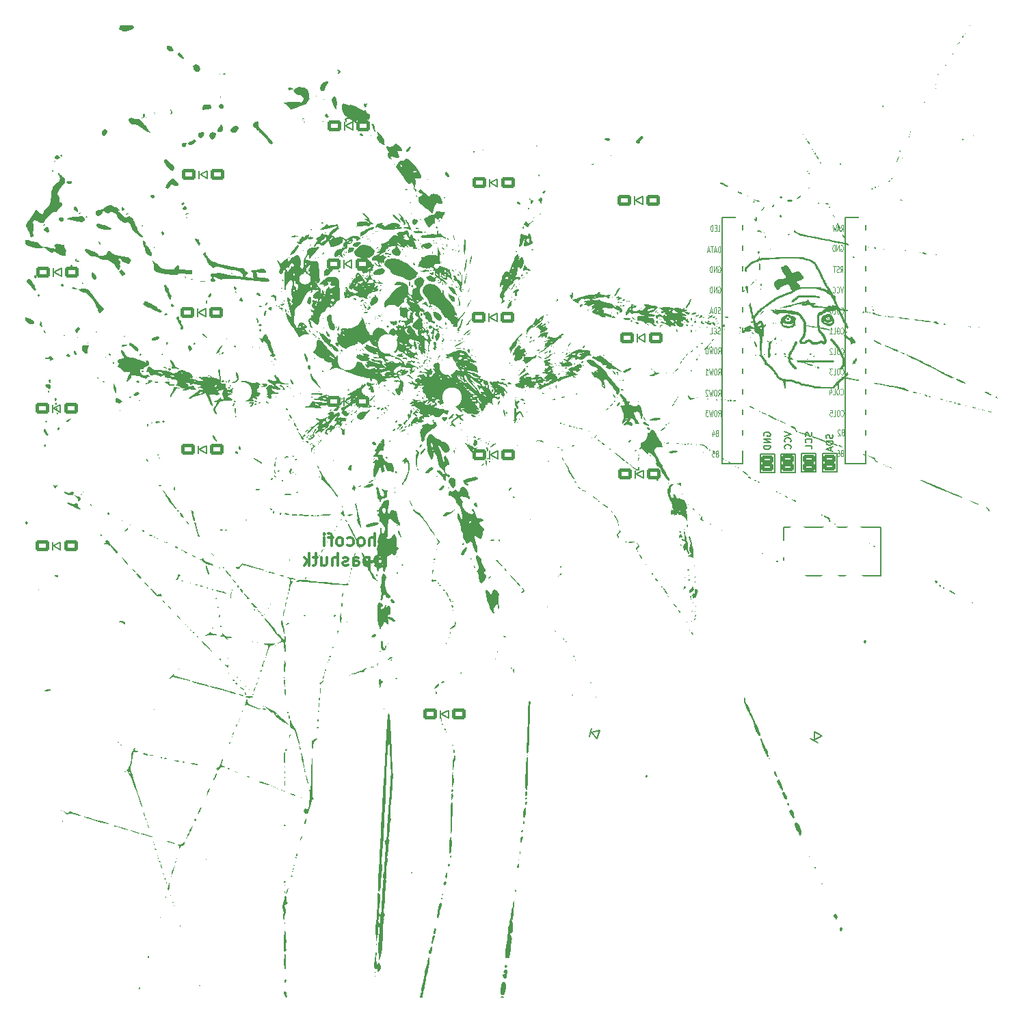
<source format=gbo>
G04 #@! TF.GenerationSoftware,KiCad,Pcbnew,6.99.0-a9ca49a600~144~ubuntu20.04.1*
G04 #@! TF.CreationDate,2021-12-27T09:32:36+02:00*
G04 #@! TF.ProjectId,chocofi,63686f63-6f66-4692-9e6b-696361645f70,2.1*
G04 #@! TF.SameCoordinates,Original*
G04 #@! TF.FileFunction,Legend,Bot*
G04 #@! TF.FilePolarity,Positive*
%FSLAX46Y46*%
G04 Gerber Fmt 4.6, Leading zero omitted, Abs format (unit mm)*
G04 Created by KiCad (PCBNEW 6.99.0-a9ca49a600~144~ubuntu20.04.1) date 2021-12-27 09:32:36*
%MOMM*%
%LPD*%
G01*
G04 APERTURE LIST*
G04 Aperture macros list*
%AMRoundRect*
0 Rectangle with rounded corners*
0 $1 Rounding radius*
0 $2 $3 $4 $5 $6 $7 $8 $9 X,Y pos of 4 corners*
0 Add a 4 corners polygon primitive as box body*
4,1,4,$2,$3,$4,$5,$6,$7,$8,$9,$2,$3,0*
0 Add four circle primitives for the rounded corners*
1,1,$1+$1,$2,$3*
1,1,$1+$1,$4,$5*
1,1,$1+$1,$6,$7*
1,1,$1+$1,$8,$9*
0 Add four rect primitives between the rounded corners*
20,1,$1+$1,$2,$3,$4,$5,0*
20,1,$1+$1,$4,$5,$6,$7,0*
20,1,$1+$1,$6,$7,$8,$9,0*
20,1,$1+$1,$8,$9,$2,$3,0*%
G04 Aperture macros list end*
%ADD10C,0.300000*%
%ADD11C,0.125000*%
%ADD12C,0.150000*%
%ADD13RoundRect,0.200000X-0.650000X-0.475000X0.650000X-0.475000X0.650000X0.475000X-0.650000X0.475000X0*%
%ADD14RoundRect,0.200000X-0.750791X-0.290582X0.504913X-0.627047X0.750791X0.290582X-0.504913X0.627047X0*%
%ADD15RoundRect,0.200000X0.086362X-0.800417X0.736362X0.325417X-0.086362X0.800417X-0.736362X-0.325417X0*%
%ADD16C,1.600000*%
%ADD17O,2.900000X2.100000*%
%ADD18C,1.390600*%
%ADD19C,2.101800*%
%ADD20C,3.829000*%
%ADD21C,2.432000*%
%ADD22C,1.924000*%
%ADD23C,1.797000*%
%ADD24C,2.400000*%
%ADD25C,4.400000*%
%ADD26RoundRect,0.200000X-0.571500X0.317500X-0.571500X-0.317500X0.571500X-0.317500X0.571500X0.317500X0*%
G04 APERTURE END LIST*
D10*
X125935000Y-98149642D02*
X126077857Y-98221071D01*
X126363571Y-98221071D01*
X126506428Y-98149642D01*
X126577857Y-98078214D01*
X126649285Y-97935357D01*
X126649285Y-97506785D01*
X126577857Y-97363928D01*
X126506428Y-97292500D01*
X126363571Y-97221071D01*
X126077857Y-97221071D01*
X125935000Y-97292500D01*
X125292142Y-98221071D02*
X125292142Y-96721071D01*
X124649285Y-98221071D02*
X124649285Y-97435357D01*
X124720714Y-97292500D01*
X124863571Y-97221071D01*
X125077857Y-97221071D01*
X125220714Y-97292500D01*
X125292142Y-97363928D01*
X123720714Y-98221071D02*
X123863571Y-98149642D01*
X123935000Y-98078214D01*
X124006428Y-97935357D01*
X124006428Y-97506785D01*
X123935000Y-97363928D01*
X123863571Y-97292500D01*
X123720714Y-97221071D01*
X123506428Y-97221071D01*
X123363571Y-97292500D01*
X123292142Y-97363928D01*
X123220714Y-97506785D01*
X123220714Y-97935357D01*
X123292142Y-98078214D01*
X123363571Y-98149642D01*
X123506428Y-98221071D01*
X123720714Y-98221071D01*
X121935000Y-98149642D02*
X122077857Y-98221071D01*
X122363571Y-98221071D01*
X122506428Y-98149642D01*
X122577857Y-98078214D01*
X122649285Y-97935357D01*
X122649285Y-97506785D01*
X122577857Y-97363928D01*
X122506428Y-97292500D01*
X122363571Y-97221071D01*
X122077857Y-97221071D01*
X121935000Y-97292500D01*
X121077857Y-98221071D02*
X121220714Y-98149642D01*
X121292142Y-98078214D01*
X121363571Y-97935357D01*
X121363571Y-97506785D01*
X121292142Y-97363928D01*
X121220714Y-97292500D01*
X121077857Y-97221071D01*
X120863571Y-97221071D01*
X120720714Y-97292500D01*
X120649285Y-97363928D01*
X120577857Y-97506785D01*
X120577857Y-97935357D01*
X120649285Y-98078214D01*
X120720714Y-98149642D01*
X120863571Y-98221071D01*
X121077857Y-98221071D01*
X120149285Y-97221071D02*
X119577857Y-97221071D01*
X119935000Y-98221071D02*
X119935000Y-96935357D01*
X119863571Y-96792500D01*
X119720714Y-96721071D01*
X119577857Y-96721071D01*
X119077857Y-98221071D02*
X119077857Y-97221071D01*
X119077857Y-96721071D02*
X119149285Y-96792500D01*
X119077857Y-96863928D01*
X119006428Y-96792500D01*
X119077857Y-96721071D01*
X119077857Y-96863928D01*
X125649285Y-99921785D02*
X125720714Y-99850357D01*
X125863571Y-99778928D01*
X126006428Y-99778928D01*
X126149285Y-99850357D01*
X126220714Y-99921785D01*
X126292142Y-100064642D01*
X126292142Y-100207500D01*
X126220714Y-100350357D01*
X126149285Y-100421785D01*
X126006428Y-100493214D01*
X125863571Y-100493214D01*
X125720714Y-100421785D01*
X125649285Y-100350357D01*
X125649285Y-99778928D02*
X125649285Y-100350357D01*
X125577857Y-100421785D01*
X125506428Y-100421785D01*
X125363571Y-100350357D01*
X125292142Y-100207500D01*
X125292142Y-99850357D01*
X125435000Y-99636071D01*
X125649285Y-99493214D01*
X125935000Y-99421785D01*
X126220714Y-99493214D01*
X126435000Y-99636071D01*
X126577857Y-99850357D01*
X126649285Y-100136071D01*
X126577857Y-100421785D01*
X126435000Y-100636071D01*
X126220714Y-100778928D01*
X125935000Y-100850357D01*
X125649285Y-100778928D01*
X125435000Y-100636071D01*
X124649285Y-99636071D02*
X124649285Y-101136071D01*
X124649285Y-99707500D02*
X124506428Y-99636071D01*
X124220714Y-99636071D01*
X124077857Y-99707500D01*
X124006428Y-99778928D01*
X123935000Y-99921785D01*
X123935000Y-100350357D01*
X124006428Y-100493214D01*
X124077857Y-100564642D01*
X124220714Y-100636071D01*
X124506428Y-100636071D01*
X124649285Y-100564642D01*
X122649285Y-100636071D02*
X122649285Y-99850357D01*
X122720714Y-99707500D01*
X122863571Y-99636071D01*
X123149285Y-99636071D01*
X123292142Y-99707500D01*
X122649285Y-100564642D02*
X122792142Y-100636071D01*
X123149285Y-100636071D01*
X123292142Y-100564642D01*
X123363571Y-100421785D01*
X123363571Y-100278928D01*
X123292142Y-100136071D01*
X123149285Y-100064642D01*
X122792142Y-100064642D01*
X122649285Y-99993214D01*
X122006428Y-100564642D02*
X121863571Y-100636071D01*
X121577857Y-100636071D01*
X121435000Y-100564642D01*
X121363571Y-100421785D01*
X121363571Y-100350357D01*
X121435000Y-100207500D01*
X121577857Y-100136071D01*
X121792142Y-100136071D01*
X121935000Y-100064642D01*
X122006428Y-99921785D01*
X122006428Y-99850357D01*
X121935000Y-99707500D01*
X121792142Y-99636071D01*
X121577857Y-99636071D01*
X121435000Y-99707500D01*
X120720714Y-100636071D02*
X120720714Y-99136071D01*
X120077857Y-100636071D02*
X120077857Y-99850357D01*
X120149285Y-99707500D01*
X120292142Y-99636071D01*
X120506428Y-99636071D01*
X120649285Y-99707500D01*
X120720714Y-99778928D01*
X118720714Y-99636071D02*
X118720714Y-100636071D01*
X119363571Y-99636071D02*
X119363571Y-100421785D01*
X119292142Y-100564642D01*
X119149285Y-100636071D01*
X118935000Y-100636071D01*
X118792142Y-100564642D01*
X118720714Y-100493214D01*
X118220714Y-99636071D02*
X117649285Y-99636071D01*
X118006428Y-99136071D02*
X118006428Y-100421785D01*
X117935000Y-100564642D01*
X117792142Y-100636071D01*
X117649285Y-100636071D01*
X117149285Y-100636071D02*
X117149285Y-99136071D01*
X117006428Y-100064642D02*
X116577857Y-100636071D01*
X116577857Y-99636071D02*
X117149285Y-100207500D01*
D11*
X167840952Y-79656685D02*
X168007619Y-79299542D01*
X168126666Y-79656685D02*
X168126666Y-78906685D01*
X167936190Y-78906685D01*
X167888571Y-78942400D01*
X167864761Y-78978114D01*
X167840952Y-79049542D01*
X167840952Y-79156685D01*
X167864761Y-79228114D01*
X167888571Y-79263828D01*
X167936190Y-79299542D01*
X168126666Y-79299542D01*
X167531428Y-78906685D02*
X167436190Y-78906685D01*
X167388571Y-78942400D01*
X167340952Y-79013828D01*
X167317142Y-79156685D01*
X167317142Y-79406685D01*
X167340952Y-79549542D01*
X167388571Y-79620971D01*
X167436190Y-79656685D01*
X167531428Y-79656685D01*
X167579047Y-79620971D01*
X167626666Y-79549542D01*
X167650476Y-79406685D01*
X167650476Y-79156685D01*
X167626666Y-79013828D01*
X167579047Y-78942400D01*
X167531428Y-78906685D01*
X167150476Y-78906685D02*
X167031428Y-79656685D01*
X166936190Y-79120971D01*
X166840952Y-79656685D01*
X166721904Y-78906685D01*
X166555238Y-78978114D02*
X166531428Y-78942400D01*
X166483809Y-78906685D01*
X166364761Y-78906685D01*
X166317142Y-78942400D01*
X166293333Y-78978114D01*
X166269523Y-79049542D01*
X166269523Y-79120971D01*
X166293333Y-79228114D01*
X166579047Y-79656685D01*
X166269523Y-79656685D01*
X183057619Y-76946257D02*
X183081428Y-76981971D01*
X183152857Y-77017685D01*
X183200476Y-77017685D01*
X183271904Y-76981971D01*
X183319523Y-76910542D01*
X183343333Y-76839114D01*
X183367142Y-76696257D01*
X183367142Y-76589114D01*
X183343333Y-76446257D01*
X183319523Y-76374828D01*
X183271904Y-76303400D01*
X183200476Y-76267685D01*
X183152857Y-76267685D01*
X183081428Y-76303400D01*
X183057619Y-76339114D01*
X182748095Y-76267685D02*
X182652857Y-76267685D01*
X182605238Y-76303400D01*
X182557619Y-76374828D01*
X182533809Y-76517685D01*
X182533809Y-76767685D01*
X182557619Y-76910542D01*
X182605238Y-76981971D01*
X182652857Y-77017685D01*
X182748095Y-77017685D01*
X182795714Y-76981971D01*
X182843333Y-76910542D01*
X182867142Y-76767685D01*
X182867142Y-76517685D01*
X182843333Y-76374828D01*
X182795714Y-76303400D01*
X182748095Y-76267685D01*
X182081428Y-77017685D02*
X182319523Y-77017685D01*
X182319523Y-76267685D01*
X181962380Y-76267685D02*
X181652857Y-76267685D01*
X181819523Y-76553400D01*
X181748095Y-76553400D01*
X181700476Y-76589114D01*
X181676666Y-76624828D01*
X181652857Y-76696257D01*
X181652857Y-76874828D01*
X181676666Y-76946257D01*
X181700476Y-76981971D01*
X181748095Y-77017685D01*
X181890952Y-77017685D01*
X181938571Y-76981971D01*
X181962380Y-76946257D01*
X183046238Y-59273185D02*
X183212904Y-58916042D01*
X183331952Y-59273185D02*
X183331952Y-58523185D01*
X183141476Y-58523185D01*
X183093857Y-58558900D01*
X183070047Y-58594614D01*
X183046238Y-58666042D01*
X183046238Y-58773185D01*
X183070047Y-58844614D01*
X183093857Y-58880328D01*
X183141476Y-58916042D01*
X183331952Y-58916042D01*
X182855761Y-59058900D02*
X182617666Y-59058900D01*
X182903380Y-59273185D02*
X182736714Y-58523185D01*
X182570047Y-59273185D01*
X182451000Y-58523185D02*
X182331952Y-59273185D01*
X182236714Y-58737471D01*
X182141476Y-59273185D01*
X182022428Y-58523185D01*
X167782428Y-59273185D02*
X168020523Y-59273185D01*
X168020523Y-58523185D01*
X167615761Y-58880328D02*
X167449095Y-58880328D01*
X167377666Y-59273185D02*
X167615761Y-59273185D01*
X167615761Y-58523185D01*
X167377666Y-58523185D01*
X167163380Y-59273185D02*
X167163380Y-58523185D01*
X167044333Y-58523185D01*
X166972904Y-58558900D01*
X166925285Y-58630328D01*
X166901476Y-58701757D01*
X166877666Y-58844614D01*
X166877666Y-58951757D01*
X166901476Y-59094614D01*
X166925285Y-59166042D01*
X166972904Y-59237471D01*
X167044333Y-59273185D01*
X167163380Y-59273185D01*
X168056238Y-71937471D02*
X167984809Y-71973185D01*
X167865761Y-71973185D01*
X167818142Y-71937471D01*
X167794333Y-71901757D01*
X167770523Y-71830328D01*
X167770523Y-71758900D01*
X167794333Y-71687471D01*
X167818142Y-71651757D01*
X167865761Y-71616042D01*
X167961000Y-71580328D01*
X168008619Y-71544614D01*
X168032428Y-71508900D01*
X168056238Y-71437471D01*
X168056238Y-71366042D01*
X168032428Y-71294614D01*
X168008619Y-71258900D01*
X167961000Y-71223185D01*
X167841952Y-71223185D01*
X167770523Y-71258900D01*
X167270523Y-71901757D02*
X167294333Y-71937471D01*
X167365761Y-71973185D01*
X167413380Y-71973185D01*
X167484809Y-71937471D01*
X167532428Y-71866042D01*
X167556238Y-71794614D01*
X167580047Y-71651757D01*
X167580047Y-71544614D01*
X167556238Y-71401757D01*
X167532428Y-71330328D01*
X167484809Y-71258900D01*
X167413380Y-71223185D01*
X167365761Y-71223185D01*
X167294333Y-71258900D01*
X167270523Y-71294614D01*
X166818142Y-71973185D02*
X167056238Y-71973185D01*
X167056238Y-71223185D01*
X183157380Y-86756828D02*
X183085952Y-86792542D01*
X183062142Y-86828257D01*
X183038333Y-86899685D01*
X183038333Y-87006828D01*
X183062142Y-87078257D01*
X183085952Y-87113971D01*
X183133571Y-87149685D01*
X183324047Y-87149685D01*
X183324047Y-86399685D01*
X183157380Y-86399685D01*
X183109761Y-86435400D01*
X183085952Y-86471114D01*
X183062142Y-86542542D01*
X183062142Y-86613971D01*
X183085952Y-86685400D01*
X183109761Y-86721114D01*
X183157380Y-86756828D01*
X183324047Y-86756828D01*
X182609761Y-86399685D02*
X182705000Y-86399685D01*
X182752619Y-86435400D01*
X182776428Y-86471114D01*
X182824047Y-86578257D01*
X182847857Y-86721114D01*
X182847857Y-87006828D01*
X182824047Y-87078257D01*
X182800238Y-87113971D01*
X182752619Y-87149685D01*
X182657380Y-87149685D01*
X182609761Y-87113971D01*
X182585952Y-87078257D01*
X182562142Y-87006828D01*
X182562142Y-86828257D01*
X182585952Y-86756828D01*
X182609761Y-86721114D01*
X182657380Y-86685400D01*
X182752619Y-86685400D01*
X182800238Y-86721114D01*
X182824047Y-86756828D01*
X182847857Y-86828257D01*
X167840952Y-74449685D02*
X168007619Y-74092542D01*
X168126666Y-74449685D02*
X168126666Y-73699685D01*
X167936190Y-73699685D01*
X167888571Y-73735400D01*
X167864761Y-73771114D01*
X167840952Y-73842542D01*
X167840952Y-73949685D01*
X167864761Y-74021114D01*
X167888571Y-74056828D01*
X167936190Y-74092542D01*
X168126666Y-74092542D01*
X167531428Y-73699685D02*
X167436190Y-73699685D01*
X167388571Y-73735400D01*
X167340952Y-73806828D01*
X167317142Y-73949685D01*
X167317142Y-74199685D01*
X167340952Y-74342542D01*
X167388571Y-74413971D01*
X167436190Y-74449685D01*
X167531428Y-74449685D01*
X167579047Y-74413971D01*
X167626666Y-74342542D01*
X167650476Y-74199685D01*
X167650476Y-73949685D01*
X167626666Y-73806828D01*
X167579047Y-73735400D01*
X167531428Y-73699685D01*
X167150476Y-73699685D02*
X167031428Y-74449685D01*
X166936190Y-73913971D01*
X166840952Y-74449685D01*
X166721904Y-73699685D01*
X166436190Y-73699685D02*
X166388571Y-73699685D01*
X166340952Y-73735400D01*
X166317142Y-73771114D01*
X166293333Y-73842542D01*
X166269523Y-73985400D01*
X166269523Y-74163971D01*
X166293333Y-74306828D01*
X166317142Y-74378257D01*
X166340952Y-74413971D01*
X166388571Y-74449685D01*
X166436190Y-74449685D01*
X166483809Y-74413971D01*
X166507619Y-74378257D01*
X166531428Y-74306828D01*
X166555238Y-74163971D01*
X166555238Y-73985400D01*
X166531428Y-73842542D01*
X166507619Y-73771114D01*
X166483809Y-73735400D01*
X166436190Y-73699685D01*
X183057619Y-82096257D02*
X183081428Y-82131971D01*
X183152857Y-82167685D01*
X183200476Y-82167685D01*
X183271904Y-82131971D01*
X183319523Y-82060542D01*
X183343333Y-81989114D01*
X183367142Y-81846257D01*
X183367142Y-81739114D01*
X183343333Y-81596257D01*
X183319523Y-81524828D01*
X183271904Y-81453400D01*
X183200476Y-81417685D01*
X183152857Y-81417685D01*
X183081428Y-81453400D01*
X183057619Y-81489114D01*
X182748095Y-81417685D02*
X182652857Y-81417685D01*
X182605238Y-81453400D01*
X182557619Y-81524828D01*
X182533809Y-81667685D01*
X182533809Y-81917685D01*
X182557619Y-82060542D01*
X182605238Y-82131971D01*
X182652857Y-82167685D01*
X182748095Y-82167685D01*
X182795714Y-82131971D01*
X182843333Y-82060542D01*
X182867142Y-81917685D01*
X182867142Y-81667685D01*
X182843333Y-81524828D01*
X182795714Y-81453400D01*
X182748095Y-81417685D01*
X182081428Y-82167685D02*
X182319523Y-82167685D01*
X182319523Y-81417685D01*
X181676666Y-81417685D02*
X181914761Y-81417685D01*
X181938571Y-81774828D01*
X181914761Y-81739114D01*
X181867142Y-81703400D01*
X181748095Y-81703400D01*
X181700476Y-81739114D01*
X181676666Y-81774828D01*
X181652857Y-81846257D01*
X181652857Y-82024828D01*
X181676666Y-82096257D01*
X181700476Y-82131971D01*
X181748095Y-82167685D01*
X181867142Y-82167685D01*
X181914761Y-82131971D01*
X181938571Y-82096257D01*
D12*
D11*
X168060000Y-61917685D02*
X168060000Y-61167685D01*
X167940952Y-61167685D01*
X167869523Y-61203400D01*
X167821904Y-61274828D01*
X167798095Y-61346257D01*
X167774285Y-61489114D01*
X167774285Y-61596257D01*
X167798095Y-61739114D01*
X167821904Y-61810542D01*
X167869523Y-61881971D01*
X167940952Y-61917685D01*
X168060000Y-61917685D01*
X167583809Y-61703400D02*
X167345714Y-61703400D01*
X167631428Y-61917685D02*
X167464761Y-61167685D01*
X167298095Y-61917685D01*
X167202857Y-61167685D02*
X166917142Y-61167685D01*
X167060000Y-61917685D02*
X167060000Y-61167685D01*
X166774285Y-61703400D02*
X166536190Y-61703400D01*
X166821904Y-61917685D02*
X166655238Y-61167685D01*
X166488571Y-61917685D01*
X183304166Y-66143185D02*
X183137500Y-66893185D01*
X182970833Y-66143185D01*
X182518452Y-66821757D02*
X182542261Y-66857471D01*
X182613690Y-66893185D01*
X182661309Y-66893185D01*
X182732738Y-66857471D01*
X182780357Y-66786042D01*
X182804166Y-66714614D01*
X182827976Y-66571757D01*
X182827976Y-66464614D01*
X182804166Y-66321757D01*
X182780357Y-66250328D01*
X182732738Y-66178900D01*
X182661309Y-66143185D01*
X182613690Y-66143185D01*
X182542261Y-66178900D01*
X182518452Y-66214614D01*
X182018452Y-66821757D02*
X182042261Y-66857471D01*
X182113690Y-66893185D01*
X182161309Y-66893185D01*
X182232738Y-66857471D01*
X182280357Y-66786042D01*
X182304166Y-66714614D01*
X182327976Y-66571757D01*
X182327976Y-66464614D01*
X182304166Y-66321757D01*
X182280357Y-66250328D01*
X182232738Y-66178900D01*
X182161309Y-66143185D01*
X182113690Y-66143185D01*
X182042261Y-66178900D01*
X182018452Y-66214614D01*
X183220880Y-84153328D02*
X183149452Y-84189042D01*
X183125642Y-84224757D01*
X183101833Y-84296185D01*
X183101833Y-84403328D01*
X183125642Y-84474757D01*
X183149452Y-84510471D01*
X183197071Y-84546185D01*
X183387547Y-84546185D01*
X183387547Y-83796185D01*
X183220880Y-83796185D01*
X183173261Y-83831900D01*
X183149452Y-83867614D01*
X183125642Y-83939042D01*
X183125642Y-84010471D01*
X183149452Y-84081900D01*
X183173261Y-84117614D01*
X183220880Y-84153328D01*
X183387547Y-84153328D01*
X182911357Y-83867614D02*
X182887547Y-83831900D01*
X182839928Y-83796185D01*
X182720880Y-83796185D01*
X182673261Y-83831900D01*
X182649452Y-83867614D01*
X182625642Y-83939042D01*
X182625642Y-84010471D01*
X182649452Y-84117614D01*
X182935166Y-84546185D01*
X182625642Y-84546185D01*
X167841952Y-63638900D02*
X167889571Y-63603185D01*
X167961000Y-63603185D01*
X168032428Y-63638900D01*
X168080047Y-63710328D01*
X168103857Y-63781757D01*
X168127666Y-63924614D01*
X168127666Y-64031757D01*
X168103857Y-64174614D01*
X168080047Y-64246042D01*
X168032428Y-64317471D01*
X167961000Y-64353185D01*
X167913380Y-64353185D01*
X167841952Y-64317471D01*
X167818142Y-64281757D01*
X167818142Y-64031757D01*
X167913380Y-64031757D01*
X167603857Y-64353185D02*
X167603857Y-63603185D01*
X167318142Y-64353185D01*
X167318142Y-63603185D01*
X167080047Y-64353185D02*
X167080047Y-63603185D01*
X166961000Y-63603185D01*
X166889571Y-63638900D01*
X166841952Y-63710328D01*
X166818142Y-63781757D01*
X166794333Y-63924614D01*
X166794333Y-64031757D01*
X166818142Y-64174614D01*
X166841952Y-64246042D01*
X166889571Y-64317471D01*
X166961000Y-64353185D01*
X167080047Y-64353185D01*
X183007619Y-79458257D02*
X183031428Y-79493971D01*
X183102857Y-79529685D01*
X183150476Y-79529685D01*
X183221904Y-79493971D01*
X183269523Y-79422542D01*
X183293333Y-79351114D01*
X183317142Y-79208257D01*
X183317142Y-79101114D01*
X183293333Y-78958257D01*
X183269523Y-78886828D01*
X183221904Y-78815400D01*
X183150476Y-78779685D01*
X183102857Y-78779685D01*
X183031428Y-78815400D01*
X183007619Y-78851114D01*
X182698095Y-78779685D02*
X182602857Y-78779685D01*
X182555238Y-78815400D01*
X182507619Y-78886828D01*
X182483809Y-79029685D01*
X182483809Y-79279685D01*
X182507619Y-79422542D01*
X182555238Y-79493971D01*
X182602857Y-79529685D01*
X182698095Y-79529685D01*
X182745714Y-79493971D01*
X182793333Y-79422542D01*
X182817142Y-79279685D01*
X182817142Y-79029685D01*
X182793333Y-78886828D01*
X182745714Y-78815400D01*
X182698095Y-78779685D01*
X182031428Y-79529685D02*
X182269523Y-79529685D01*
X182269523Y-78779685D01*
X181650476Y-79029685D02*
X181650476Y-79529685D01*
X181769523Y-78743971D02*
X181888571Y-79279685D01*
X181579047Y-79279685D01*
X168068142Y-69397471D02*
X167996714Y-69433185D01*
X167877666Y-69433185D01*
X167830047Y-69397471D01*
X167806238Y-69361757D01*
X167782428Y-69290328D01*
X167782428Y-69218900D01*
X167806238Y-69147471D01*
X167830047Y-69111757D01*
X167877666Y-69076042D01*
X167972904Y-69040328D01*
X168020523Y-69004614D01*
X168044333Y-68968900D01*
X168068142Y-68897471D01*
X168068142Y-68826042D01*
X168044333Y-68754614D01*
X168020523Y-68718900D01*
X167972904Y-68683185D01*
X167853857Y-68683185D01*
X167782428Y-68718900D01*
X167568142Y-69433185D02*
X167568142Y-68683185D01*
X167449095Y-68683185D01*
X167377666Y-68718900D01*
X167330047Y-68790328D01*
X167306238Y-68861757D01*
X167282428Y-69004614D01*
X167282428Y-69111757D01*
X167306238Y-69254614D01*
X167330047Y-69326042D01*
X167377666Y-69397471D01*
X167449095Y-69433185D01*
X167568142Y-69433185D01*
X167091952Y-69218900D02*
X166853857Y-69218900D01*
X167139571Y-69433185D02*
X166972904Y-68683185D01*
X166806238Y-69433185D01*
X182974809Y-64353185D02*
X183141476Y-63996042D01*
X183260523Y-64353185D02*
X183260523Y-63603185D01*
X183070047Y-63603185D01*
X183022428Y-63638900D01*
X182998619Y-63674614D01*
X182974809Y-63746042D01*
X182974809Y-63853185D01*
X182998619Y-63924614D01*
X183022428Y-63960328D01*
X183070047Y-63996042D01*
X183260523Y-63996042D01*
X182784333Y-64317471D02*
X182712904Y-64353185D01*
X182593857Y-64353185D01*
X182546238Y-64317471D01*
X182522428Y-64281757D01*
X182498619Y-64210328D01*
X182498619Y-64138900D01*
X182522428Y-64067471D01*
X182546238Y-64031757D01*
X182593857Y-63996042D01*
X182689095Y-63960328D01*
X182736714Y-63924614D01*
X182760523Y-63888900D01*
X182784333Y-63817471D01*
X182784333Y-63746042D01*
X182760523Y-63674614D01*
X182736714Y-63638900D01*
X182689095Y-63603185D01*
X182570047Y-63603185D01*
X182498619Y-63638900D01*
X182355761Y-63603185D02*
X182070047Y-63603185D01*
X182212904Y-64353185D02*
X182212904Y-63603185D01*
X183057619Y-71901757D02*
X183081428Y-71937471D01*
X183152857Y-71973185D01*
X183200476Y-71973185D01*
X183271904Y-71937471D01*
X183319523Y-71866042D01*
X183343333Y-71794614D01*
X183367142Y-71651757D01*
X183367142Y-71544614D01*
X183343333Y-71401757D01*
X183319523Y-71330328D01*
X183271904Y-71258900D01*
X183200476Y-71223185D01*
X183152857Y-71223185D01*
X183081428Y-71258900D01*
X183057619Y-71294614D01*
X182748095Y-71223185D02*
X182652857Y-71223185D01*
X182605238Y-71258900D01*
X182557619Y-71330328D01*
X182533809Y-71473185D01*
X182533809Y-71723185D01*
X182557619Y-71866042D01*
X182605238Y-71937471D01*
X182652857Y-71973185D01*
X182748095Y-71973185D01*
X182795714Y-71937471D01*
X182843333Y-71866042D01*
X182867142Y-71723185D01*
X182867142Y-71473185D01*
X182843333Y-71330328D01*
X182795714Y-71258900D01*
X182748095Y-71223185D01*
X182081428Y-71973185D02*
X182319523Y-71973185D01*
X182319523Y-71223185D01*
X181652857Y-71973185D02*
X181938571Y-71973185D01*
X181795714Y-71973185D02*
X181795714Y-71223185D01*
X181843333Y-71330328D01*
X181890952Y-71401757D01*
X181938571Y-71437471D01*
X183018452Y-61035400D02*
X183066071Y-60999685D01*
X183137500Y-60999685D01*
X183208928Y-61035400D01*
X183256547Y-61106828D01*
X183280357Y-61178257D01*
X183304166Y-61321114D01*
X183304166Y-61428257D01*
X183280357Y-61571114D01*
X183256547Y-61642542D01*
X183208928Y-61713971D01*
X183137500Y-61749685D01*
X183089880Y-61749685D01*
X183018452Y-61713971D01*
X182994642Y-61678257D01*
X182994642Y-61428257D01*
X183089880Y-61428257D01*
X182780357Y-61749685D02*
X182780357Y-60999685D01*
X182494642Y-61749685D01*
X182494642Y-60999685D01*
X182256547Y-61749685D02*
X182256547Y-60999685D01*
X182137500Y-60999685D01*
X182066071Y-61035400D01*
X182018452Y-61106828D01*
X181994642Y-61178257D01*
X181970833Y-61321114D01*
X181970833Y-61428257D01*
X181994642Y-61571114D01*
X182018452Y-61642542D01*
X182066071Y-61713971D01*
X182137500Y-61749685D01*
X182256547Y-61749685D01*
X183057619Y-74446257D02*
X183081428Y-74481971D01*
X183152857Y-74517685D01*
X183200476Y-74517685D01*
X183271904Y-74481971D01*
X183319523Y-74410542D01*
X183343333Y-74339114D01*
X183367142Y-74196257D01*
X183367142Y-74089114D01*
X183343333Y-73946257D01*
X183319523Y-73874828D01*
X183271904Y-73803400D01*
X183200476Y-73767685D01*
X183152857Y-73767685D01*
X183081428Y-73803400D01*
X183057619Y-73839114D01*
X182748095Y-73767685D02*
X182652857Y-73767685D01*
X182605238Y-73803400D01*
X182557619Y-73874828D01*
X182533809Y-74017685D01*
X182533809Y-74267685D01*
X182557619Y-74410542D01*
X182605238Y-74481971D01*
X182652857Y-74517685D01*
X182748095Y-74517685D01*
X182795714Y-74481971D01*
X182843333Y-74410542D01*
X182867142Y-74267685D01*
X182867142Y-74017685D01*
X182843333Y-73874828D01*
X182795714Y-73803400D01*
X182748095Y-73767685D01*
X182081428Y-74517685D02*
X182319523Y-74517685D01*
X182319523Y-73767685D01*
X181938571Y-73839114D02*
X181914761Y-73803400D01*
X181867142Y-73767685D01*
X181748095Y-73767685D01*
X181700476Y-73803400D01*
X181676666Y-73839114D01*
X181652857Y-73910542D01*
X181652857Y-73981971D01*
X181676666Y-74089114D01*
X181962380Y-74517685D01*
X181652857Y-74517685D01*
X167841952Y-66178900D02*
X167889571Y-66143185D01*
X167961000Y-66143185D01*
X168032428Y-66178900D01*
X168080047Y-66250328D01*
X168103857Y-66321757D01*
X168127666Y-66464614D01*
X168127666Y-66571757D01*
X168103857Y-66714614D01*
X168080047Y-66786042D01*
X168032428Y-66857471D01*
X167961000Y-66893185D01*
X167913380Y-66893185D01*
X167841952Y-66857471D01*
X167818142Y-66821757D01*
X167818142Y-66571757D01*
X167913380Y-66571757D01*
X167603857Y-66893185D02*
X167603857Y-66143185D01*
X167318142Y-66893185D01*
X167318142Y-66143185D01*
X167080047Y-66893185D02*
X167080047Y-66143185D01*
X166961000Y-66143185D01*
X166889571Y-66178900D01*
X166841952Y-66250328D01*
X166818142Y-66321757D01*
X166794333Y-66464614D01*
X166794333Y-66571757D01*
X166818142Y-66714614D01*
X166841952Y-66786042D01*
X166889571Y-66857471D01*
X166961000Y-66893185D01*
X167080047Y-66893185D01*
X167840952Y-82167685D02*
X168007619Y-81810542D01*
X168126666Y-82167685D02*
X168126666Y-81417685D01*
X167936190Y-81417685D01*
X167888571Y-81453400D01*
X167864761Y-81489114D01*
X167840952Y-81560542D01*
X167840952Y-81667685D01*
X167864761Y-81739114D01*
X167888571Y-81774828D01*
X167936190Y-81810542D01*
X168126666Y-81810542D01*
X167531428Y-81417685D02*
X167436190Y-81417685D01*
X167388571Y-81453400D01*
X167340952Y-81524828D01*
X167317142Y-81667685D01*
X167317142Y-81917685D01*
X167340952Y-82060542D01*
X167388571Y-82131971D01*
X167436190Y-82167685D01*
X167531428Y-82167685D01*
X167579047Y-82131971D01*
X167626666Y-82060542D01*
X167650476Y-81917685D01*
X167650476Y-81667685D01*
X167626666Y-81524828D01*
X167579047Y-81453400D01*
X167531428Y-81417685D01*
X167150476Y-81417685D02*
X167031428Y-82167685D01*
X166936190Y-81631971D01*
X166840952Y-82167685D01*
X166721904Y-81417685D01*
X166579047Y-81417685D02*
X166269523Y-81417685D01*
X166436190Y-81703400D01*
X166364761Y-81703400D01*
X166317142Y-81739114D01*
X166293333Y-81774828D01*
X166269523Y-81846257D01*
X166269523Y-82024828D01*
X166293333Y-82096257D01*
X166317142Y-82131971D01*
X166364761Y-82167685D01*
X166507619Y-82167685D01*
X166555238Y-82131971D01*
X166579047Y-82096257D01*
X167663380Y-84280328D02*
X167591952Y-84316042D01*
X167568142Y-84351757D01*
X167544333Y-84423185D01*
X167544333Y-84530328D01*
X167568142Y-84601757D01*
X167591952Y-84637471D01*
X167639571Y-84673185D01*
X167830047Y-84673185D01*
X167830047Y-83923185D01*
X167663380Y-83923185D01*
X167615761Y-83958900D01*
X167591952Y-83994614D01*
X167568142Y-84066042D01*
X167568142Y-84137471D01*
X167591952Y-84208900D01*
X167615761Y-84244614D01*
X167663380Y-84280328D01*
X167830047Y-84280328D01*
X167115761Y-84173185D02*
X167115761Y-84673185D01*
X167234809Y-83887471D02*
X167353857Y-84423185D01*
X167044333Y-84423185D01*
X183057619Y-69396257D02*
X183081428Y-69431971D01*
X183152857Y-69467685D01*
X183200476Y-69467685D01*
X183271904Y-69431971D01*
X183319523Y-69360542D01*
X183343333Y-69289114D01*
X183367142Y-69146257D01*
X183367142Y-69039114D01*
X183343333Y-68896257D01*
X183319523Y-68824828D01*
X183271904Y-68753400D01*
X183200476Y-68717685D01*
X183152857Y-68717685D01*
X183081428Y-68753400D01*
X183057619Y-68789114D01*
X182748095Y-68717685D02*
X182652857Y-68717685D01*
X182605238Y-68753400D01*
X182557619Y-68824828D01*
X182533809Y-68967685D01*
X182533809Y-69217685D01*
X182557619Y-69360542D01*
X182605238Y-69431971D01*
X182652857Y-69467685D01*
X182748095Y-69467685D01*
X182795714Y-69431971D01*
X182843333Y-69360542D01*
X182867142Y-69217685D01*
X182867142Y-68967685D01*
X182843333Y-68824828D01*
X182795714Y-68753400D01*
X182748095Y-68717685D01*
X182081428Y-69467685D02*
X182319523Y-69467685D01*
X182319523Y-68717685D01*
X181819523Y-68717685D02*
X181771904Y-68717685D01*
X181724285Y-68753400D01*
X181700476Y-68789114D01*
X181676666Y-68860542D01*
X181652857Y-69003400D01*
X181652857Y-69181971D01*
X181676666Y-69324828D01*
X181700476Y-69396257D01*
X181724285Y-69431971D01*
X181771904Y-69467685D01*
X181819523Y-69467685D01*
X181867142Y-69431971D01*
X181890952Y-69396257D01*
X181914761Y-69324828D01*
X181938571Y-69181971D01*
X181938571Y-69003400D01*
X181914761Y-68860542D01*
X181890952Y-68789114D01*
X181867142Y-68753400D01*
X181819523Y-68717685D01*
X167840952Y-77053185D02*
X168007619Y-76696042D01*
X168126666Y-77053185D02*
X168126666Y-76303185D01*
X167936190Y-76303185D01*
X167888571Y-76338900D01*
X167864761Y-76374614D01*
X167840952Y-76446042D01*
X167840952Y-76553185D01*
X167864761Y-76624614D01*
X167888571Y-76660328D01*
X167936190Y-76696042D01*
X168126666Y-76696042D01*
X167531428Y-76303185D02*
X167436190Y-76303185D01*
X167388571Y-76338900D01*
X167340952Y-76410328D01*
X167317142Y-76553185D01*
X167317142Y-76803185D01*
X167340952Y-76946042D01*
X167388571Y-77017471D01*
X167436190Y-77053185D01*
X167531428Y-77053185D01*
X167579047Y-77017471D01*
X167626666Y-76946042D01*
X167650476Y-76803185D01*
X167650476Y-76553185D01*
X167626666Y-76410328D01*
X167579047Y-76338900D01*
X167531428Y-76303185D01*
X167150476Y-76303185D02*
X167031428Y-77053185D01*
X166936190Y-76517471D01*
X166840952Y-77053185D01*
X166721904Y-76303185D01*
X166269523Y-77053185D02*
X166555238Y-77053185D01*
X166412380Y-77053185D02*
X166412380Y-76303185D01*
X166460000Y-76410328D01*
X166507619Y-76481757D01*
X166555238Y-76517471D01*
D12*
D11*
X167663380Y-86820328D02*
X167591952Y-86856042D01*
X167568142Y-86891757D01*
X167544333Y-86963185D01*
X167544333Y-87070328D01*
X167568142Y-87141757D01*
X167591952Y-87177471D01*
X167639571Y-87213185D01*
X167830047Y-87213185D01*
X167830047Y-86463185D01*
X167663380Y-86463185D01*
X167615761Y-86498900D01*
X167591952Y-86534614D01*
X167568142Y-86606042D01*
X167568142Y-86677471D01*
X167591952Y-86748900D01*
X167615761Y-86784614D01*
X167663380Y-86820328D01*
X167830047Y-86820328D01*
X167091952Y-86463185D02*
X167330047Y-86463185D01*
X167353857Y-86820328D01*
X167330047Y-86784614D01*
X167282428Y-86748900D01*
X167163380Y-86748900D01*
X167115761Y-86784614D01*
X167091952Y-86820328D01*
X167068142Y-86891757D01*
X167068142Y-87070328D01*
X167091952Y-87141757D01*
X167115761Y-87177471D01*
X167163380Y-87213185D01*
X167282428Y-87213185D01*
X167330047Y-87177471D01*
X167353857Y-87141757D01*
D12*
X176034895Y-84100666D02*
X176847695Y-84371600D01*
X176034895Y-84642533D01*
X176770285Y-85377923D02*
X176808990Y-85339219D01*
X176847695Y-85223104D01*
X176847695Y-85145695D01*
X176808990Y-85029580D01*
X176731580Y-84952171D01*
X176654171Y-84913466D01*
X176499352Y-84874761D01*
X176383238Y-84874761D01*
X176228419Y-84913466D01*
X176151009Y-84952171D01*
X176073600Y-85029580D01*
X176034895Y-85145695D01*
X176034895Y-85223104D01*
X176073600Y-85339219D01*
X176112304Y-85377923D01*
X176770285Y-86190723D02*
X176808990Y-86152019D01*
X176847695Y-86035904D01*
X176847695Y-85958495D01*
X176808990Y-85842380D01*
X176731580Y-85764971D01*
X176654171Y-85726266D01*
X176499352Y-85687561D01*
X176383238Y-85687561D01*
X176228419Y-85726266D01*
X176151009Y-85764971D01*
X176073600Y-85842380D01*
X176034895Y-85958495D01*
X176034895Y-86035904D01*
X176073600Y-86152019D01*
X176112304Y-86190723D01*
X173523600Y-84594723D02*
X173484895Y-84517314D01*
X173484895Y-84401200D01*
X173523600Y-84285085D01*
X173601009Y-84207676D01*
X173678419Y-84168971D01*
X173833238Y-84130266D01*
X173949352Y-84130266D01*
X174104171Y-84168971D01*
X174181580Y-84207676D01*
X174258990Y-84285085D01*
X174297695Y-84401200D01*
X174297695Y-84478609D01*
X174258990Y-84594723D01*
X174220285Y-84633428D01*
X173949352Y-84633428D01*
X173949352Y-84478609D01*
X174297695Y-84981771D02*
X173484895Y-84981771D01*
X174297695Y-85446228D01*
X173484895Y-85446228D01*
X174297695Y-85833276D02*
X173484895Y-85833276D01*
X173484895Y-86026800D01*
X173523600Y-86142914D01*
X173601009Y-86220323D01*
X173678419Y-86259028D01*
X173833238Y-86297733D01*
X173949352Y-86297733D01*
X174104171Y-86259028D01*
X174181580Y-86220323D01*
X174258990Y-86142914D01*
X174297695Y-86026800D01*
X174297695Y-85833276D01*
X181968990Y-84457066D02*
X182007695Y-84573180D01*
X182007695Y-84766704D01*
X181968990Y-84844114D01*
X181930285Y-84882819D01*
X181852876Y-84921523D01*
X181775466Y-84921523D01*
X181698057Y-84882819D01*
X181659352Y-84844114D01*
X181620647Y-84766704D01*
X181581942Y-84611885D01*
X181543238Y-84534476D01*
X181504533Y-84495771D01*
X181427123Y-84457066D01*
X181349714Y-84457066D01*
X181272304Y-84495771D01*
X181233600Y-84534476D01*
X181194895Y-84611885D01*
X181194895Y-84805409D01*
X181233600Y-84921523D01*
X182007695Y-85269866D02*
X181194895Y-85269866D01*
X181194895Y-85463390D01*
X181233600Y-85579504D01*
X181311009Y-85656914D01*
X181388419Y-85695619D01*
X181543238Y-85734323D01*
X181659352Y-85734323D01*
X181814171Y-85695619D01*
X181891580Y-85656914D01*
X181968990Y-85579504D01*
X182007695Y-85463390D01*
X182007695Y-85269866D01*
X181775466Y-86043961D02*
X181775466Y-86431009D01*
X182007695Y-85966552D02*
X181194895Y-86237485D01*
X182007695Y-86508419D01*
X179388990Y-84186780D02*
X179427695Y-84302895D01*
X179427695Y-84496419D01*
X179388990Y-84573828D01*
X179350285Y-84612533D01*
X179272876Y-84651238D01*
X179195466Y-84651238D01*
X179118057Y-84612533D01*
X179079352Y-84573828D01*
X179040647Y-84496419D01*
X179001942Y-84341600D01*
X178963238Y-84264190D01*
X178924533Y-84225485D01*
X178847123Y-84186780D01*
X178769714Y-84186780D01*
X178692304Y-84225485D01*
X178653600Y-84264190D01*
X178614895Y-84341600D01*
X178614895Y-84535123D01*
X178653600Y-84651238D01*
X179350285Y-85464038D02*
X179388990Y-85425333D01*
X179427695Y-85309219D01*
X179427695Y-85231809D01*
X179388990Y-85115695D01*
X179311580Y-85038285D01*
X179234171Y-84999580D01*
X179079352Y-84960876D01*
X178963238Y-84960876D01*
X178808419Y-84999580D01*
X178731009Y-85038285D01*
X178653600Y-85115695D01*
X178614895Y-85231809D01*
X178614895Y-85309219D01*
X178653600Y-85425333D01*
X178692304Y-85464038D01*
X179427695Y-86199428D02*
X179427695Y-85812380D01*
X178614895Y-85812380D01*
X85604400Y-64312800D02*
X86504400Y-63812800D01*
X86504400Y-64812800D02*
X85604400Y-64312800D01*
X86504400Y-63812800D02*
X86504400Y-64812800D01*
X85504400Y-63812800D02*
X85504400Y-64812800D01*
X104589200Y-51773200D02*
X104589200Y-52773200D01*
X103689200Y-52273200D02*
X104589200Y-51773200D01*
X104589200Y-52773200D02*
X103689200Y-52273200D01*
X103589200Y-51773200D02*
X103589200Y-52773200D01*
X122572400Y-46728000D02*
X121672400Y-46228000D01*
X121572400Y-45728000D02*
X121572400Y-46728000D01*
X122572400Y-45728000D02*
X122572400Y-46728000D01*
X121672400Y-46228000D02*
X122572400Y-45728000D01*
X140504800Y-52789200D02*
X140504800Y-53789200D01*
X140504800Y-53789200D02*
X139604800Y-53289200D01*
X139504800Y-52789200D02*
X139504800Y-53789200D01*
X139604800Y-53289200D02*
X140504800Y-52789200D01*
X157588000Y-55422800D02*
X158488000Y-54922800D01*
X157488000Y-54922800D02*
X157488000Y-55922800D01*
X158488000Y-55922800D02*
X157588000Y-55422800D01*
X158488000Y-54922800D02*
X158488000Y-55922800D01*
X86402800Y-80729200D02*
X86402800Y-81729200D01*
X86402800Y-81729200D02*
X85502800Y-81229200D01*
X85502800Y-81229200D02*
X86402800Y-80729200D01*
X85402800Y-80729200D02*
X85402800Y-81729200D01*
X103486000Y-69342000D02*
X104386000Y-68842000D01*
X104386000Y-69842000D02*
X103486000Y-69342000D01*
X103386000Y-68842000D02*
X103386000Y-69842000D01*
X104386000Y-68842000D02*
X104386000Y-69842000D01*
X121570800Y-63347600D02*
X122470800Y-62847600D01*
X122470800Y-62847600D02*
X122470800Y-63847600D01*
X122470800Y-63847600D02*
X121570800Y-63347600D01*
X121470800Y-62847600D02*
X121470800Y-63847600D01*
X139554000Y-69900800D02*
X140454000Y-69400800D01*
X140454000Y-69400800D02*
X140454000Y-70400800D01*
X140454000Y-70400800D02*
X139554000Y-69900800D01*
X139454000Y-69400800D02*
X139454000Y-70400800D01*
X158792800Y-72991600D02*
X157892800Y-72491600D01*
X158792800Y-71991600D02*
X158792800Y-72991600D01*
X157792800Y-71991600D02*
X157792800Y-72991600D01*
X157892800Y-72491600D02*
X158792800Y-71991600D01*
X85402800Y-97747200D02*
X85402800Y-98747200D01*
X86402800Y-98747200D02*
X85502800Y-98247200D01*
X86402800Y-97747200D02*
X86402800Y-98747200D01*
X85502800Y-98247200D02*
X86402800Y-97747200D01*
X103487600Y-85809200D02*
X103487600Y-86809200D01*
X104487600Y-85809200D02*
X104487600Y-86809200D01*
X104487600Y-86809200D02*
X103587600Y-86309200D01*
X103587600Y-86309200D02*
X104487600Y-85809200D01*
X122470800Y-80814800D02*
X121570800Y-80314800D01*
X122470800Y-79814800D02*
X122470800Y-80814800D01*
X121570800Y-80314800D02*
X122470800Y-79814800D01*
X121470800Y-79814800D02*
X121470800Y-80814800D01*
X139555600Y-86469600D02*
X139555600Y-87469600D01*
X140555600Y-87469600D02*
X139655600Y-86969600D01*
X140555600Y-86469600D02*
X140555600Y-87469600D01*
X139655600Y-86969600D02*
X140555600Y-86469600D01*
X157689600Y-89357200D02*
X158589600Y-88857200D01*
X157589600Y-88857200D02*
X157589600Y-89857200D01*
X158589600Y-89857200D02*
X157689600Y-89357200D01*
X158589600Y-88857200D02*
X158589600Y-89857200D01*
X133459600Y-118575200D02*
X133459600Y-119575200D01*
X134459600Y-119575200D02*
X133559600Y-119075200D01*
X134459600Y-118575200D02*
X134459600Y-119575200D01*
X133559600Y-119075200D02*
X134459600Y-118575200D01*
X152160729Y-120848224D02*
X151901910Y-121814149D01*
X152127912Y-121357068D02*
X153126654Y-121107043D01*
X152867835Y-122072968D02*
X152127912Y-121357068D01*
X153126654Y-121107043D02*
X152867835Y-122072968D01*
X179775153Y-121212422D02*
X180641179Y-121712422D01*
X179758166Y-122241845D02*
X179775153Y-121212422D01*
X180641179Y-121712422D02*
X179758166Y-122241845D01*
X179275153Y-122078448D02*
X180141179Y-122578448D01*
X175960000Y-101961000D02*
X175960000Y-95961000D01*
X187960000Y-101961000D02*
X175960000Y-101961000D01*
X187960000Y-95961000D02*
X187960000Y-101961000D01*
X175960000Y-95961000D02*
X187960000Y-95961000D01*
X168350000Y-57600400D02*
X170890000Y-57600400D01*
X186130000Y-88080400D02*
X183590000Y-88080400D01*
X170890000Y-57600400D02*
X170890000Y-88080400D01*
X183590000Y-57600400D02*
X186130000Y-57600400D01*
X183590000Y-88080400D02*
X183590000Y-57600400D01*
X186130000Y-57600400D02*
X186130000Y-88080400D01*
X168350000Y-88080400D02*
X168350000Y-57600400D01*
X170890000Y-88080400D02*
X168350000Y-88080400D01*
X177369000Y-86835400D02*
X175591000Y-86835400D01*
X175591000Y-89121400D02*
X177369000Y-89121400D01*
X177369000Y-89121400D02*
X177369000Y-86835400D01*
X175591000Y-86835400D02*
X175591000Y-89121400D01*
X174819000Y-86865000D02*
X173041000Y-86865000D01*
X173041000Y-86865000D02*
X173041000Y-89151000D01*
X174819000Y-89151000D02*
X174819000Y-86865000D01*
X173041000Y-89151000D02*
X174819000Y-89151000D01*
X180751000Y-89071400D02*
X182529000Y-89071400D01*
X182529000Y-86785400D02*
X180751000Y-86785400D01*
X182529000Y-89071400D02*
X182529000Y-86785400D01*
X180751000Y-86785400D02*
X180751000Y-89071400D01*
X178171000Y-86805400D02*
X178171000Y-89091400D01*
X179949000Y-89091400D02*
X179949000Y-86805400D01*
X178171000Y-89091400D02*
X179949000Y-89091400D01*
X179949000Y-86805400D02*
X178171000Y-86805400D01*
G36*
X181438585Y-70010016D02*
G01*
X181471107Y-70028197D01*
X181491453Y-70070006D01*
X181491853Y-70119740D01*
X181477775Y-70147748D01*
X181439852Y-70169755D01*
X181395668Y-70164399D01*
X181360246Y-70130458D01*
X181356201Y-70122282D01*
X181352480Y-70087455D01*
X181379542Y-70050458D01*
X181411923Y-70022833D01*
X181437552Y-70010000D01*
X181438585Y-70010016D01*
G37*
G36*
X182171663Y-75312572D02*
G01*
X182190591Y-75334204D01*
X182211725Y-75386868D01*
X182193471Y-75434929D01*
X182136130Y-75477925D01*
X182040000Y-75515395D01*
X182029312Y-75517655D01*
X181980660Y-75521706D01*
X181910592Y-75523182D01*
X181829344Y-75522384D01*
X181747149Y-75519611D01*
X181674244Y-75515163D01*
X181620861Y-75509338D01*
X181597237Y-75502437D01*
X181587675Y-75496029D01*
X181557237Y-75501859D01*
X181525102Y-75512740D01*
X181474120Y-75519219D01*
X181420165Y-75520009D01*
X181377403Y-75514960D01*
X181360000Y-75503924D01*
X181354068Y-75497644D01*
X181330000Y-75510000D01*
X181307599Y-75524094D01*
X181300000Y-75511268D01*
X181298468Y-75502931D01*
X181281060Y-75499345D01*
X181274141Y-75500918D01*
X181234125Y-75504057D01*
X181166624Y-75506840D01*
X181080131Y-75509138D01*
X180983138Y-75510822D01*
X180884136Y-75511762D01*
X180791618Y-75511828D01*
X180714076Y-75510891D01*
X180660000Y-75508822D01*
X180631209Y-75509953D01*
X180580953Y-75518025D01*
X180546208Y-75520650D01*
X180519930Y-75509886D01*
X180495918Y-75500533D01*
X180441131Y-75509675D01*
X180435083Y-75511342D01*
X180385909Y-75520012D01*
X180355552Y-75517250D01*
X180347545Y-75515115D01*
X180305236Y-75511222D01*
X180233959Y-75508068D01*
X180140609Y-75505668D01*
X180032082Y-75504036D01*
X179915275Y-75503187D01*
X179797083Y-75503135D01*
X179684402Y-75503894D01*
X179584128Y-75505478D01*
X179503157Y-75507902D01*
X179448384Y-75511180D01*
X179426705Y-75515326D01*
X179420468Y-75520417D01*
X179393619Y-75515909D01*
X179387611Y-75512670D01*
X179346603Y-75501906D01*
X179297826Y-75499400D01*
X179256961Y-75504916D01*
X179239694Y-75518219D01*
X179237889Y-75528150D01*
X179224694Y-75519385D01*
X179214059Y-75513699D01*
X179173231Y-75506193D01*
X179112139Y-75501128D01*
X179040808Y-75498602D01*
X178969262Y-75498709D01*
X178907527Y-75501548D01*
X178865628Y-75507215D01*
X178853589Y-75515806D01*
X178851763Y-75522643D01*
X178826336Y-75513390D01*
X178799691Y-75504516D01*
X178760737Y-75509545D01*
X178746484Y-75515645D01*
X178705426Y-75515477D01*
X178679869Y-75511521D01*
X178624091Y-75507901D01*
X178547640Y-75505093D01*
X178459182Y-75503181D01*
X178367378Y-75502249D01*
X178280895Y-75502381D01*
X178208395Y-75503661D01*
X178158542Y-75506172D01*
X178140002Y-75510000D01*
X178130873Y-75512742D01*
X178089529Y-75515354D01*
X178022463Y-75516187D01*
X177938094Y-75515031D01*
X177912400Y-75514296D01*
X177791765Y-75506587D01*
X177705252Y-75491388D01*
X177648177Y-75466840D01*
X177615859Y-75431085D01*
X177603614Y-75382262D01*
X177602829Y-75372882D01*
X177601188Y-75355363D01*
X177601250Y-75339765D01*
X177605143Y-75325978D01*
X177614995Y-75313888D01*
X177632933Y-75303385D01*
X177661084Y-75294357D01*
X177701577Y-75286692D01*
X177756538Y-75280277D01*
X177828096Y-75275003D01*
X177918377Y-75270755D01*
X178029511Y-75267424D01*
X178163623Y-75264896D01*
X178322842Y-75263061D01*
X178509296Y-75261806D01*
X178725112Y-75261020D01*
X178972417Y-75260591D01*
X179253339Y-75260406D01*
X179570006Y-75260356D01*
X179924545Y-75260326D01*
X182119090Y-75260000D01*
X182171663Y-75312572D01*
G37*
G36*
X181897673Y-72529231D02*
G01*
X181911167Y-72534221D01*
X181959235Y-72562738D01*
X182009838Y-72612438D01*
X182070754Y-72690567D01*
X182087797Y-72713696D01*
X182133700Y-72772073D01*
X182170230Y-72813004D01*
X182190688Y-72828767D01*
X182191447Y-72828846D01*
X182215798Y-72846462D01*
X182244933Y-72885000D01*
X182260986Y-72908695D01*
X182304205Y-72963929D01*
X182354245Y-73020954D01*
X182380767Y-73049897D01*
X182435894Y-73112997D01*
X182480000Y-73167003D01*
X182485185Y-73173710D01*
X182531672Y-73231454D01*
X182575000Y-73282079D01*
X182578149Y-73285614D01*
X182607811Y-73323570D01*
X182620000Y-73347970D01*
X182628946Y-73369139D01*
X182655000Y-73405255D01*
X182671960Y-73425337D01*
X182718227Y-73480966D01*
X182744879Y-73515417D01*
X182757081Y-73535767D01*
X182760000Y-73549094D01*
X182767180Y-73565466D01*
X182795913Y-73593865D01*
X182800220Y-73597381D01*
X182830450Y-73634473D01*
X182863123Y-73688331D01*
X182889290Y-73742802D01*
X182900000Y-73781733D01*
X182910141Y-73803372D01*
X182938050Y-73838710D01*
X182981969Y-73895616D01*
X183035740Y-73995203D01*
X183067749Y-74095000D01*
X183070688Y-74108870D01*
X183085549Y-74152441D01*
X183101402Y-74170000D01*
X183119520Y-74183083D01*
X183140110Y-74220288D01*
X183165440Y-74271672D01*
X183200576Y-74326500D01*
X183201121Y-74327241D01*
X183231862Y-74380783D01*
X183248316Y-74431211D01*
X183254140Y-74466055D01*
X183267593Y-74514756D01*
X183291175Y-74575491D01*
X183329026Y-74660000D01*
X183344694Y-74694140D01*
X183380164Y-74772724D01*
X183409843Y-74840000D01*
X183417446Y-74857433D01*
X183443375Y-74915020D01*
X183462895Y-74955813D01*
X183471218Y-74979055D01*
X183469753Y-75010400D01*
X183467409Y-75031176D01*
X183480463Y-75070865D01*
X183491148Y-75098565D01*
X183482532Y-75136949D01*
X183474990Y-75150964D01*
X183477846Y-75186513D01*
X183481849Y-75198451D01*
X183484457Y-75244770D01*
X183478900Y-75305843D01*
X183474710Y-75336264D01*
X183470345Y-75387075D01*
X183472052Y-75412852D01*
X183474952Y-75420170D01*
X183480822Y-75465484D01*
X183482395Y-75537404D01*
X183480190Y-75626041D01*
X183474724Y-75721508D01*
X183466515Y-75813915D01*
X183456080Y-75893375D01*
X183443937Y-75950000D01*
X183441146Y-75958606D01*
X183416487Y-76015870D01*
X183384586Y-76071318D01*
X183352933Y-76113227D01*
X183329018Y-76129873D01*
X183326197Y-76130415D01*
X183305204Y-76152482D01*
X183283872Y-76196824D01*
X183269149Y-76227464D01*
X183221560Y-76292692D01*
X183160568Y-76353461D01*
X183100493Y-76394343D01*
X183091070Y-76397792D01*
X183036596Y-76401427D01*
X182974481Y-76390161D01*
X182926907Y-76367432D01*
X182907166Y-76330230D01*
X182900931Y-76271275D01*
X182908653Y-76207670D01*
X182930084Y-76155949D01*
X182945218Y-76136051D01*
X182986401Y-76087121D01*
X183035084Y-76033342D01*
X183085454Y-75978868D01*
X183128238Y-75927182D01*
X183159068Y-75877886D01*
X183179854Y-75823915D01*
X183192501Y-75758206D01*
X183198919Y-75673693D01*
X183201013Y-75563312D01*
X183200693Y-75420000D01*
X183199895Y-75329989D01*
X183196870Y-75209795D01*
X183190540Y-75116875D01*
X183179559Y-75043332D01*
X183162581Y-74981270D01*
X183138261Y-74922791D01*
X183105252Y-74860000D01*
X183094881Y-74841194D01*
X183062327Y-74779248D01*
X183038565Y-74730000D01*
X183016819Y-74682447D01*
X182988313Y-74623379D01*
X182969006Y-74572357D01*
X182960000Y-74520828D01*
X182954270Y-74489065D01*
X182930221Y-74450182D01*
X182915136Y-74433582D01*
X182910000Y-74410000D01*
X182910185Y-74396989D01*
X182889780Y-74369817D01*
X182874108Y-74352658D01*
X182860000Y-74317551D01*
X182858189Y-74306021D01*
X182840382Y-74290000D01*
X182824273Y-74277458D01*
X182808213Y-74240000D01*
X182795439Y-74206949D01*
X182777832Y-74190000D01*
X182767912Y-74183608D01*
X182760000Y-74152448D01*
X182755268Y-74128615D01*
X182729090Y-74089244D01*
X182713435Y-74070028D01*
X182708463Y-74036795D01*
X182711154Y-74024449D01*
X182700667Y-74010000D01*
X182697411Y-74009078D01*
X182678091Y-73985487D01*
X182657277Y-73940000D01*
X182652936Y-73928586D01*
X182632462Y-73886872D01*
X182615983Y-73870000D01*
X182608719Y-73866726D01*
X182600000Y-73840228D01*
X182595660Y-73819805D01*
X182563418Y-73766476D01*
X182498868Y-73692546D01*
X182483908Y-73675893D01*
X182443241Y-73624361D01*
X182399639Y-73563005D01*
X182359980Y-73502171D01*
X182331142Y-73452204D01*
X182320000Y-73423453D01*
X182312711Y-73400767D01*
X182285000Y-73365436D01*
X182203694Y-73291302D01*
X182121321Y-73213117D01*
X182059934Y-73149912D01*
X182013914Y-73095826D01*
X181977637Y-73045000D01*
X181950236Y-73005403D01*
X181917747Y-72965467D01*
X181897916Y-72950000D01*
X181879627Y-72942112D01*
X181845472Y-72914780D01*
X181813889Y-72881458D01*
X181800000Y-72856574D01*
X181792231Y-72839397D01*
X181766667Y-72806316D01*
X181764497Y-72803822D01*
X181738174Y-72746265D01*
X181732271Y-72672891D01*
X181746004Y-72600784D01*
X181778587Y-72547024D01*
X181812561Y-72520782D01*
X181846157Y-72515640D01*
X181897673Y-72529231D01*
G37*
G36*
X177399776Y-70272165D02*
G01*
X177375680Y-70290000D01*
X177372779Y-70293780D01*
X177368743Y-70326989D01*
X177368348Y-70387063D01*
X177371795Y-70465000D01*
X177372455Y-70475827D01*
X177375807Y-70581386D01*
X177374934Y-70691465D01*
X177374655Y-70696663D01*
X177369964Y-70783902D01*
X177362145Y-70853527D01*
X177349252Y-70910964D01*
X177327660Y-70953899D01*
X177292301Y-70996187D01*
X177276377Y-71012219D01*
X177211172Y-71068864D01*
X177143904Y-71117535D01*
X177115158Y-71136836D01*
X177075542Y-71168699D01*
X177060000Y-71189480D01*
X177049313Y-71204865D01*
X177001395Y-71222177D01*
X176916475Y-71235165D01*
X176796166Y-71243604D01*
X176642082Y-71247271D01*
X176617903Y-71247486D01*
X176521278Y-71249255D01*
X176441520Y-71252143D01*
X176386339Y-71255803D01*
X176363448Y-71259885D01*
X176360408Y-71262041D01*
X176341367Y-71254181D01*
X176331219Y-71248624D01*
X176289745Y-71241645D01*
X176230000Y-71239791D01*
X176158568Y-71235256D01*
X176067554Y-71217781D01*
X175983619Y-71191269D01*
X175923222Y-71160000D01*
X175912975Y-71151804D01*
X175874656Y-71118365D01*
X175827555Y-71075000D01*
X175805221Y-71054669D01*
X175765657Y-71022632D01*
X175743038Y-71010000D01*
X175731736Y-71002376D01*
X175707883Y-70967429D01*
X175681410Y-70915428D01*
X175658474Y-70858931D01*
X175645233Y-70810498D01*
X175644819Y-70807978D01*
X175628633Y-70757138D01*
X175604464Y-70724251D01*
X175580008Y-70719995D01*
X175571262Y-70718524D01*
X175554569Y-70694208D01*
X175541496Y-70656526D01*
X175538893Y-70621832D01*
X175538754Y-70617788D01*
X175859269Y-70617788D01*
X175861388Y-70672537D01*
X175888939Y-70754373D01*
X175891190Y-70759590D01*
X175949525Y-70841727D01*
X176043590Y-70907716D01*
X176172212Y-70956717D01*
X176205320Y-70964654D01*
X176298692Y-70979956D01*
X176409967Y-70991545D01*
X176527677Y-70998836D01*
X176640351Y-71001242D01*
X176736519Y-70998176D01*
X176804713Y-70989053D01*
X176838848Y-70978977D01*
X176922800Y-70939931D01*
X176998332Y-70886420D01*
X177061081Y-70824200D01*
X177106684Y-70759029D01*
X177130779Y-70696663D01*
X177129002Y-70642859D01*
X177096990Y-70603374D01*
X177086187Y-70598464D01*
X177059038Y-70601122D01*
X177020172Y-70625116D01*
X176961901Y-70674493D01*
X176942268Y-70691626D01*
X176878496Y-70737871D01*
X176811648Y-70767855D01*
X176732688Y-70783678D01*
X176632581Y-70787437D01*
X176502291Y-70781232D01*
X176438987Y-70775763D01*
X176371385Y-70765103D01*
X176308252Y-70746708D01*
X176236517Y-70716550D01*
X176143107Y-70670605D01*
X176126949Y-70662471D01*
X176016422Y-70612469D01*
X175935695Y-70588114D01*
X175883674Y-70589767D01*
X175859269Y-70617788D01*
X175538754Y-70617788D01*
X175538647Y-70614685D01*
X175520281Y-70590173D01*
X175511159Y-70573218D01*
X175515907Y-70531855D01*
X175536648Y-70482223D01*
X175568937Y-70438205D01*
X175577016Y-70429092D01*
X175587630Y-70396862D01*
X175576014Y-70347160D01*
X175565074Y-70280042D01*
X175574096Y-70202668D01*
X176150200Y-70202668D01*
X176160983Y-70304627D01*
X176195571Y-70381023D01*
X176256568Y-70434768D01*
X176273752Y-70443058D01*
X176347492Y-70460734D01*
X176450505Y-70467607D01*
X176518291Y-70465268D01*
X176626208Y-70442573D01*
X176713577Y-70392536D01*
X176789192Y-70311095D01*
X176818899Y-70263486D01*
X176838802Y-70190089D01*
X176820448Y-70124054D01*
X176763305Y-70064066D01*
X176750806Y-70056906D01*
X177095000Y-70056906D01*
X177095570Y-70058526D01*
X177100000Y-70090000D01*
X177100740Y-70096141D01*
X177118633Y-70109565D01*
X177146667Y-70096666D01*
X177159052Y-70076386D01*
X177154045Y-70048069D01*
X177125000Y-70038676D01*
X177106932Y-70043522D01*
X177095000Y-70056906D01*
X176750806Y-70056906D01*
X176666841Y-70008809D01*
X176660830Y-70005945D01*
X176592405Y-69959566D01*
X176541084Y-69901752D01*
X176532362Y-69888219D01*
X176499557Y-69845594D01*
X176474243Y-69824065D01*
X176446981Y-69823140D01*
X176399314Y-69845369D01*
X176353827Y-69887376D01*
X176322804Y-69939776D01*
X176293470Y-70002477D01*
X176244319Y-70063654D01*
X176189714Y-70092948D01*
X176183334Y-70094419D01*
X176162316Y-70108065D01*
X176152524Y-70140670D01*
X176150200Y-70202668D01*
X175574096Y-70202668D01*
X175575863Y-70187510D01*
X175609035Y-70097716D01*
X175660388Y-70026620D01*
X175673755Y-70013486D01*
X175707048Y-69976750D01*
X175720731Y-69954826D01*
X175729280Y-69943616D01*
X175763832Y-69915876D01*
X175815731Y-69881038D01*
X175853538Y-69856160D01*
X175900744Y-69820965D01*
X175925639Y-69796673D01*
X175930108Y-69791057D01*
X175964621Y-69764469D01*
X176015639Y-69736320D01*
X176042586Y-69723008D01*
X176112909Y-69685060D01*
X176182662Y-69644149D01*
X176222859Y-69620377D01*
X176263258Y-69602484D01*
X176306877Y-69594029D01*
X176365938Y-69592874D01*
X176452662Y-69596879D01*
X176488344Y-69598906D01*
X176575307Y-69604375D01*
X176631216Y-69609395D01*
X176662810Y-69615014D01*
X176676826Y-69622280D01*
X176680000Y-69632242D01*
X176692400Y-69649523D01*
X176727483Y-69673908D01*
X176729017Y-69674752D01*
X176781007Y-69703657D01*
X176839035Y-69736316D01*
X176864971Y-69748171D01*
X176942305Y-69768702D01*
X177036553Y-69779798D01*
X177059385Y-69781149D01*
X177158015Y-69792224D01*
X177232686Y-69813980D01*
X177296652Y-69851731D01*
X177363168Y-69910794D01*
X177414050Y-69967284D01*
X177441053Y-70017543D01*
X177451475Y-70076116D01*
X177451476Y-70076386D01*
X177451562Y-70103957D01*
X177442116Y-70166729D01*
X177434850Y-70190089D01*
X177423388Y-70226936D01*
X177399776Y-70272165D01*
G37*
G36*
X176552032Y-70005625D02*
G01*
X176585188Y-70035461D01*
X176595208Y-70051724D01*
X176625316Y-70124638D01*
X176629165Y-70188470D01*
X176605758Y-70233604D01*
X176579071Y-70254125D01*
X176540000Y-70276553D01*
X176536293Y-70277902D01*
X176474624Y-70282047D01*
X176404885Y-70263169D01*
X176345913Y-70226160D01*
X176316247Y-70182191D01*
X176304271Y-70129189D01*
X176311821Y-70082398D01*
X176339432Y-70055858D01*
X176362296Y-70048092D01*
X176410000Y-70029742D01*
X176432145Y-70020898D01*
X176503407Y-70000849D01*
X176552032Y-70005625D01*
G37*
G36*
X174334730Y-73716077D02*
G01*
X174320000Y-73730000D01*
X174309475Y-73733645D01*
X174306500Y-73758091D01*
X174308635Y-73779105D01*
X174303852Y-73831574D01*
X174291399Y-73897516D01*
X174280950Y-73945565D01*
X174272454Y-73993836D01*
X174271606Y-74014938D01*
X174273404Y-74019503D01*
X174276515Y-74054382D01*
X174277646Y-74124126D01*
X174276809Y-74230432D01*
X174274015Y-74374995D01*
X174273415Y-74410801D01*
X174273756Y-74482100D01*
X174276208Y-74531513D01*
X174280439Y-74549995D01*
X174281378Y-74550601D01*
X174286126Y-74574971D01*
X174289365Y-74627820D01*
X174290439Y-74699352D01*
X174290331Y-74715242D01*
X174286277Y-74798862D01*
X174275152Y-74853736D01*
X174255196Y-74889352D01*
X174212023Y-74920489D01*
X174146764Y-74931338D01*
X174079684Y-74914009D01*
X174024097Y-74869638D01*
X174022955Y-74868185D01*
X174002943Y-74838314D01*
X173989430Y-74803690D01*
X173980805Y-74755502D01*
X173975460Y-74684937D01*
X173971785Y-74583185D01*
X173968596Y-74500547D01*
X173963517Y-74419508D01*
X173957579Y-74360474D01*
X173951509Y-74332440D01*
X173947139Y-74322827D01*
X173953820Y-74309908D01*
X173959975Y-74293926D01*
X173965971Y-74245379D01*
X173970599Y-74172083D01*
X173973184Y-74081977D01*
X173976130Y-73975238D01*
X173982462Y-73894695D01*
X173992991Y-73840280D01*
X174008626Y-73804905D01*
X174009508Y-73803530D01*
X174024676Y-73767256D01*
X174035637Y-73710012D01*
X174038334Y-73680000D01*
X174280000Y-73680000D01*
X174290000Y-73690000D01*
X174300000Y-73680000D01*
X174290000Y-73670000D01*
X174280000Y-73680000D01*
X174038334Y-73680000D01*
X174043235Y-73625466D01*
X174048314Y-73507286D01*
X174051214Y-73436842D01*
X174059270Y-73328216D01*
X174070400Y-73242988D01*
X174083683Y-73189449D01*
X174086059Y-73183352D01*
X174103199Y-73123941D01*
X174108542Y-73075000D01*
X174110126Y-73046859D01*
X174121340Y-73030000D01*
X174132620Y-73020158D01*
X174143609Y-72985000D01*
X174153737Y-72957346D01*
X174186718Y-72939856D01*
X174212291Y-72933459D01*
X174249080Y-72904641D01*
X174254096Y-72898411D01*
X174289346Y-72878483D01*
X174347951Y-72878944D01*
X174352358Y-72879531D01*
X174422037Y-72899252D01*
X174459487Y-72937667D01*
X174469971Y-73000000D01*
X174468695Y-73017795D01*
X174456979Y-73073206D01*
X174437322Y-73129234D01*
X174414957Y-73172594D01*
X174395118Y-73190000D01*
X174386594Y-73196720D01*
X174380000Y-73228333D01*
X174376300Y-73250581D01*
X174357546Y-73274151D01*
X174352003Y-73278525D01*
X174339092Y-73312137D01*
X174332885Y-73365818D01*
X174331850Y-73387404D01*
X174325743Y-73432176D01*
X174316700Y-73450000D01*
X174312874Y-73454064D01*
X174308415Y-73485818D01*
X174308552Y-73538524D01*
X174312606Y-73599447D01*
X174319899Y-73655851D01*
X174325977Y-73680000D01*
X174329752Y-73695000D01*
X174334730Y-73716077D01*
G37*
G36*
X182137635Y-70690000D02*
G01*
X182124019Y-70715132D01*
X182101098Y-70763288D01*
X182081901Y-70791516D01*
X182041298Y-70819588D01*
X182013339Y-70833186D01*
X181961153Y-70866578D01*
X181902274Y-70910087D01*
X181854545Y-70945324D01*
X181812975Y-70970650D01*
X181792605Y-70975938D01*
X181783395Y-70972961D01*
X181755484Y-70985380D01*
X181721847Y-71002072D01*
X181670000Y-71014974D01*
X181620116Y-71018539D01*
X181574431Y-71015216D01*
X181533677Y-71007492D01*
X181477228Y-70999142D01*
X181450411Y-70992918D01*
X181387818Y-70968247D01*
X181322798Y-70933226D01*
X181292091Y-70915637D01*
X181208978Y-70877564D01*
X181130000Y-70851702D01*
X181101724Y-70844881D01*
X180993333Y-70812307D01*
X180908971Y-70771676D01*
X180835554Y-70715350D01*
X180760000Y-70635690D01*
X180708847Y-70571523D01*
X180659073Y-70489301D01*
X180625674Y-70399579D01*
X180613519Y-70336329D01*
X180832093Y-70336329D01*
X180856584Y-70385046D01*
X180912032Y-70457246D01*
X180964804Y-70506497D01*
X181062547Y-70567533D01*
X181175692Y-70613682D01*
X181290000Y-70638133D01*
X181326821Y-70642890D01*
X181415599Y-70658928D01*
X181500000Y-70678972D01*
X181554738Y-70693449D01*
X181621875Y-70706945D01*
X181663849Y-70707244D01*
X181688334Y-70695000D01*
X181691366Y-70692172D01*
X181716667Y-70678366D01*
X181744704Y-70670962D01*
X181800256Y-70646741D01*
X181860356Y-70613694D01*
X181911103Y-70579697D01*
X181938594Y-70552628D01*
X181953319Y-70512641D01*
X181959576Y-70454591D01*
X181951477Y-70404427D01*
X181929777Y-70377146D01*
X181903033Y-70382961D01*
X181855869Y-70408022D01*
X181799275Y-70445507D01*
X181743802Y-70488412D01*
X181700000Y-70529728D01*
X181680947Y-70543688D01*
X181621041Y-70563435D01*
X181538131Y-70575064D01*
X181442751Y-70578420D01*
X181345433Y-70573346D01*
X181256711Y-70559689D01*
X181187118Y-70537291D01*
X181136440Y-70507527D01*
X181069746Y-70460415D01*
X181002632Y-70406775D01*
X180997241Y-70402185D01*
X180921134Y-70344024D01*
X180866692Y-70314524D01*
X180836237Y-70312390D01*
X180832093Y-70336329D01*
X180613519Y-70336329D01*
X180604930Y-70291638D01*
X180593120Y-70154757D01*
X180589481Y-70105445D01*
X181191329Y-70105445D01*
X181199175Y-70153325D01*
X181200930Y-70157484D01*
X181236933Y-70220383D01*
X181286918Y-70259901D01*
X181363857Y-70286533D01*
X181400137Y-70295745D01*
X181445056Y-70305804D01*
X181473572Y-70305236D01*
X181500503Y-70292236D01*
X181540668Y-70265000D01*
X181552776Y-70256225D01*
X181608736Y-70191091D01*
X181634135Y-70113262D01*
X181630677Y-70031824D01*
X181600064Y-69955868D01*
X181543999Y-69894481D01*
X181464185Y-69856753D01*
X181431140Y-69854571D01*
X181394015Y-69872277D01*
X181346175Y-69917187D01*
X181321375Y-69942514D01*
X181283975Y-69976629D01*
X181263053Y-69990000D01*
X181261657Y-69990223D01*
X181241305Y-70008868D01*
X181214171Y-70048325D01*
X181212101Y-70051874D01*
X181191329Y-70105445D01*
X180589481Y-70105445D01*
X180588717Y-70095097D01*
X180582436Y-70043258D01*
X180576206Y-70019538D01*
X180580188Y-70008867D01*
X180605899Y-69975852D01*
X180648538Y-69928012D01*
X180701088Y-69872543D01*
X180756528Y-69816642D01*
X180807839Y-69767504D01*
X180848003Y-69732328D01*
X180870000Y-69718310D01*
X180919191Y-69708769D01*
X181011956Y-69676293D01*
X181117388Y-69625742D01*
X181208431Y-69579935D01*
X181310324Y-69540611D01*
X181397924Y-69524000D01*
X181480000Y-69527731D01*
X181495099Y-69529900D01*
X181578051Y-69536575D01*
X181656025Y-69536292D01*
X181677617Y-69535298D01*
X181720693Y-69538572D01*
X181729845Y-69550251D01*
X181730190Y-69561970D01*
X181756273Y-69570000D01*
X181770406Y-69573588D01*
X181811991Y-69600319D01*
X181861744Y-69644567D01*
X181909664Y-69696047D01*
X181945750Y-69744471D01*
X181960000Y-69779553D01*
X181962330Y-69793769D01*
X181980000Y-69810000D01*
X181989824Y-69814168D01*
X182000000Y-69842112D01*
X182000741Y-69848442D01*
X182018033Y-69887983D01*
X182051066Y-69934913D01*
X182060704Y-69947091D01*
X182086611Y-69991142D01*
X182091939Y-70022159D01*
X182089469Y-70034418D01*
X182101200Y-70060741D01*
X182106861Y-70065424D01*
X182110505Y-70089183D01*
X182109957Y-70095445D01*
X182119620Y-70113262D01*
X182126096Y-70125202D01*
X182161307Y-70165191D01*
X182191331Y-70198476D01*
X182217751Y-70250718D01*
X182228319Y-70322390D01*
X182228418Y-70324036D01*
X182221017Y-70446620D01*
X182219040Y-70454591D01*
X182189081Y-70575399D01*
X182137635Y-70690000D01*
G37*
G36*
X178260011Y-67236330D02*
G01*
X178460000Y-67237968D01*
X178556116Y-67239021D01*
X178706924Y-67240895D01*
X178842189Y-67242848D01*
X178957021Y-67244795D01*
X179046527Y-67246649D01*
X179105817Y-67248324D01*
X179130000Y-67249735D01*
X179131947Y-67250182D01*
X179170000Y-67250397D01*
X179180586Y-67249413D01*
X179225691Y-67248189D01*
X179295478Y-67247826D01*
X179380000Y-67248418D01*
X179419849Y-67248858D01*
X179510711Y-67249491D01*
X179588598Y-67249555D01*
X179640000Y-67249021D01*
X179679299Y-67248136D01*
X179792058Y-67247347D01*
X179871294Y-67250360D01*
X179921928Y-67257494D01*
X179948879Y-67269069D01*
X179953353Y-67271826D01*
X179992931Y-67282949D01*
X180058089Y-67292501D01*
X180137251Y-67298663D01*
X180209465Y-67303764D01*
X180288027Y-67316785D01*
X180329200Y-67336342D01*
X180349982Y-67354372D01*
X180383802Y-67374600D01*
X180387778Y-67376889D01*
X180403260Y-67406979D01*
X180410800Y-67457609D01*
X180409939Y-67496967D01*
X180395532Y-67534406D01*
X180357635Y-67561223D01*
X180322602Y-67577837D01*
X180279072Y-67587439D01*
X180236133Y-67575067D01*
X180178235Y-67538776D01*
X180117621Y-67505672D01*
X180027160Y-67489298D01*
X180006870Y-67489750D01*
X179941657Y-67490748D01*
X179896284Y-67489720D01*
X179854486Y-67485894D01*
X179800000Y-67478497D01*
X179775475Y-67474432D01*
X179719485Y-67460751D01*
X179685877Y-67446114D01*
X179672830Y-67438649D01*
X179641562Y-67439034D01*
X179639364Y-67439811D01*
X179607360Y-67443223D01*
X179545582Y-67446273D01*
X179462430Y-67448824D01*
X179366301Y-67450737D01*
X179265596Y-67451874D01*
X179168711Y-67452097D01*
X179084047Y-67451269D01*
X179020000Y-67449251D01*
X179004191Y-67449179D01*
X178952109Y-67450096D01*
X178872444Y-67452067D01*
X178772605Y-67454903D01*
X178660000Y-67458417D01*
X178548828Y-67461940D01*
X178432368Y-67465244D01*
X178340479Y-67467195D01*
X178264436Y-67467918D01*
X178195517Y-67467541D01*
X178125000Y-67466191D01*
X178055847Y-67466614D01*
X177937067Y-67478533D01*
X177844699Y-67503676D01*
X177838635Y-67506263D01*
X177780490Y-67537506D01*
X177730509Y-67574239D01*
X177697898Y-67608671D01*
X177691863Y-67633013D01*
X177692837Y-67641657D01*
X177671181Y-67650000D01*
X177656301Y-67652256D01*
X177640000Y-67668496D01*
X177635408Y-67681095D01*
X177607277Y-67716804D01*
X177562603Y-67760873D01*
X177511954Y-67803956D01*
X177465897Y-67836708D01*
X177435000Y-67849784D01*
X177416538Y-67852657D01*
X177400000Y-67868215D01*
X177394280Y-67877359D01*
X177361739Y-67901620D01*
X177310000Y-67930000D01*
X177278901Y-67946718D01*
X177236590Y-67976908D01*
X177220000Y-68000436D01*
X177212415Y-68018539D01*
X177180000Y-68040000D01*
X177156483Y-68050784D01*
X177140000Y-68069956D01*
X177130113Y-68082626D01*
X177095000Y-68095885D01*
X177081392Y-68098434D01*
X177022645Y-68105284D01*
X176981908Y-68097420D01*
X176941959Y-68072174D01*
X176922584Y-68055466D01*
X176902782Y-68019640D01*
X176905101Y-67966319D01*
X176907515Y-67955513D01*
X176930813Y-67902421D01*
X176969428Y-67842789D01*
X177014970Y-67787152D01*
X177059051Y-67746043D01*
X177093281Y-67730000D01*
X177104054Y-67728292D01*
X177120000Y-67710000D01*
X177123385Y-67700799D01*
X177150000Y-67690000D01*
X177163801Y-67687743D01*
X177180000Y-67670000D01*
X177181950Y-67662369D01*
X177205628Y-67650000D01*
X177205819Y-67649997D01*
X177232709Y-67636758D01*
X177278077Y-67602662D01*
X177332209Y-67555000D01*
X177384894Y-67506730D01*
X177453498Y-67446738D01*
X177510299Y-67400000D01*
X177533368Y-67381699D01*
X177584142Y-67339098D01*
X177618718Y-67306943D01*
X177620504Y-67305086D01*
X177644322Y-67285479D01*
X177676191Y-67269673D01*
X177720104Y-67257341D01*
X177780051Y-67248155D01*
X177860024Y-67241789D01*
X177964014Y-67237914D01*
X178096012Y-67236203D01*
X178260011Y-67236330D01*
G37*
G36*
X181920195Y-66800508D02*
G01*
X181926053Y-66815564D01*
X181951212Y-66855538D01*
X181989436Y-66906855D01*
X182015854Y-66941948D01*
X182052062Y-66997009D01*
X182071912Y-67036855D01*
X182100973Y-67096933D01*
X182149930Y-67160295D01*
X182206297Y-67210942D01*
X182258737Y-67236747D01*
X182306689Y-67256892D01*
X182348593Y-67295044D01*
X182365317Y-67333481D01*
X182379403Y-67409420D01*
X182381552Y-67496887D01*
X182370540Y-67580000D01*
X182367409Y-67593937D01*
X182356125Y-67715870D01*
X182374372Y-67825350D01*
X182420860Y-67913827D01*
X182438430Y-67937022D01*
X182468222Y-67984167D01*
X182480001Y-68015493D01*
X182480929Y-68026397D01*
X182493913Y-68057245D01*
X182497763Y-68061825D01*
X182512049Y-68095578D01*
X182529403Y-68182205D01*
X182557224Y-68272110D01*
X182595744Y-68345291D01*
X182650729Y-68415034D01*
X182687353Y-68459294D01*
X182725838Y-68518821D01*
X182740000Y-68562163D01*
X182740001Y-68564055D01*
X182741128Y-68613608D01*
X182746717Y-68640152D01*
X182760165Y-68660197D01*
X182769417Y-68683384D01*
X182781095Y-68736501D01*
X182790294Y-68800000D01*
X182791047Y-68805197D01*
X182799595Y-68861427D01*
X182813426Y-68911435D01*
X182828272Y-68930000D01*
X182828434Y-68930001D01*
X182853469Y-68946652D01*
X182884376Y-68987066D01*
X182912499Y-69037880D01*
X182929179Y-69085733D01*
X182929793Y-69088321D01*
X182945561Y-69125418D01*
X182976326Y-69183328D01*
X183016102Y-69250689D01*
X183018524Y-69254621D01*
X183059701Y-69327427D01*
X183092359Y-69395570D01*
X183109619Y-69444770D01*
X183110286Y-69447892D01*
X183125150Y-69495126D01*
X183141842Y-69521138D01*
X183143562Y-69522369D01*
X183165080Y-69550201D01*
X183189901Y-69596367D01*
X183191078Y-69598913D01*
X183216849Y-69651345D01*
X183238342Y-69690000D01*
X183253952Y-69718425D01*
X183281262Y-69773268D01*
X183312801Y-69840000D01*
X183341638Y-69899857D01*
X183367342Y-69948010D01*
X183382578Y-69970265D01*
X183388730Y-69979068D01*
X183404308Y-70018293D01*
X183421002Y-70075689D01*
X183427277Y-70097319D01*
X183460695Y-70178500D01*
X183502482Y-70250251D01*
X183512039Y-70264158D01*
X183546721Y-70331876D01*
X183560000Y-70391141D01*
X183563776Y-70435881D01*
X183593673Y-70513852D01*
X183657508Y-70591111D01*
X183685401Y-70618960D01*
X183778876Y-70728202D01*
X183839099Y-70831583D01*
X183869707Y-70935000D01*
X183872244Y-70948721D01*
X183885808Y-70992394D01*
X183900907Y-71010000D01*
X183908263Y-71012006D01*
X183920000Y-71035845D01*
X183920945Y-71040257D01*
X183939966Y-71072357D01*
X183978422Y-71122139D01*
X184029684Y-71180845D01*
X184080048Y-71237622D01*
X184114833Y-71284748D01*
X184129385Y-71320377D01*
X184128547Y-71352941D01*
X184126818Y-71380338D01*
X184138529Y-71413929D01*
X184170056Y-71456724D01*
X184226520Y-71517315D01*
X184266746Y-71560689D01*
X184324031Y-71637866D01*
X184351107Y-71704374D01*
X184353968Y-71718075D01*
X184363911Y-71765720D01*
X184368970Y-71790000D01*
X184369392Y-71791347D01*
X184383243Y-71816472D01*
X184409749Y-71857942D01*
X184424606Y-71884452D01*
X184436907Y-71922476D01*
X184444771Y-71975820D01*
X184449335Y-72052706D01*
X184451738Y-72161357D01*
X184454042Y-72268747D01*
X184459708Y-72350105D01*
X184471688Y-72410965D01*
X184492987Y-72461243D01*
X184526613Y-72510859D01*
X184575574Y-72569729D01*
X184583961Y-72579570D01*
X184629853Y-72636596D01*
X184676959Y-72699241D01*
X184718723Y-72758297D01*
X184748588Y-72804554D01*
X184760000Y-72828803D01*
X184760849Y-72834404D01*
X184774654Y-72870319D01*
X184800000Y-72920000D01*
X184806998Y-72933034D01*
X184830510Y-72987592D01*
X184840000Y-73028598D01*
X184848298Y-73058234D01*
X184863905Y-73090000D01*
X184874441Y-73111445D01*
X184912227Y-73172990D01*
X184946523Y-73225908D01*
X184981612Y-73285028D01*
X185001969Y-73325623D01*
X185002883Y-73329051D01*
X185006792Y-73367213D01*
X185010487Y-73439704D01*
X185013860Y-73541910D01*
X185016798Y-73669219D01*
X185017783Y-73730000D01*
X185019192Y-73817016D01*
X185020930Y-73980689D01*
X185021902Y-74155623D01*
X185022716Y-74388770D01*
X185023450Y-74586765D01*
X185023866Y-74751408D01*
X185023727Y-74886032D01*
X185022797Y-74993973D01*
X185020842Y-75078563D01*
X185017625Y-75143137D01*
X185012911Y-75191029D01*
X185006465Y-75225572D01*
X184998051Y-75250101D01*
X184987433Y-75267950D01*
X184974375Y-75282452D01*
X184958643Y-75296942D01*
X184940000Y-75314753D01*
X184907742Y-75350941D01*
X184873351Y-75399974D01*
X184860001Y-75434771D01*
X184852640Y-75475897D01*
X184832905Y-75538090D01*
X184805633Y-75608903D01*
X184775670Y-75676629D01*
X184747861Y-75729561D01*
X184727051Y-75755993D01*
X184715185Y-75765514D01*
X184700000Y-75796548D01*
X184690272Y-75820889D01*
X184660000Y-75855359D01*
X184633699Y-75883699D01*
X184618724Y-75914804D01*
X184618012Y-75928105D01*
X184611129Y-76003520D01*
X184597093Y-76065014D01*
X184571197Y-76123672D01*
X184528735Y-76190577D01*
X184465000Y-76276813D01*
X184422288Y-76338487D01*
X184391679Y-76393538D01*
X184380000Y-76429773D01*
X184374818Y-76455603D01*
X184351665Y-76482128D01*
X184336639Y-76492424D01*
X184300546Y-76532004D01*
X184258148Y-76589886D01*
X184217140Y-76655204D01*
X184185220Y-76717091D01*
X184172097Y-76743333D01*
X184117378Y-76821269D01*
X184032195Y-76912589D01*
X183914127Y-77020000D01*
X183872029Y-77058694D01*
X183835009Y-77098854D01*
X183820546Y-77123441D01*
X183815315Y-77136041D01*
X183786961Y-77171011D01*
X183742319Y-77213441D01*
X183719834Y-77234557D01*
X183668347Y-77295781D01*
X183633340Y-77355000D01*
X183625962Y-77371710D01*
X183602993Y-77413334D01*
X183585958Y-77430000D01*
X183585140Y-77430096D01*
X183561669Y-77444916D01*
X183518934Y-77480052D01*
X183465561Y-77528454D01*
X183464514Y-77529441D01*
X183406759Y-77580384D01*
X183355106Y-77620006D01*
X183320624Y-77639802D01*
X183296499Y-77650823D01*
X183280000Y-77669796D01*
X183279660Y-77671660D01*
X183258636Y-77689630D01*
X183215000Y-77708761D01*
X183171243Y-77730848D01*
X183109528Y-77773286D01*
X183046961Y-77825312D01*
X182993063Y-77874264D01*
X182923847Y-77935878D01*
X182866961Y-77985228D01*
X182825372Y-78022667D01*
X182801719Y-78056267D01*
X182793232Y-78098586D01*
X182793548Y-78165228D01*
X182794093Y-78183009D01*
X182796562Y-78265787D01*
X182799472Y-78365721D01*
X182802302Y-78465000D01*
X182803908Y-78505966D01*
X182809706Y-78580657D01*
X182817842Y-78631332D01*
X182827241Y-78650000D01*
X182829173Y-78650299D01*
X182827048Y-78665805D01*
X182802275Y-78697579D01*
X182798414Y-78701647D01*
X182770987Y-78725468D01*
X182739786Y-78736889D01*
X182692879Y-78738096D01*
X182618334Y-78731276D01*
X182612691Y-78728324D01*
X182605208Y-78710125D01*
X182599936Y-78670111D01*
X182596221Y-78602220D01*
X182593408Y-78500393D01*
X182588635Y-78412034D01*
X182575897Y-78355274D01*
X182551553Y-78331381D01*
X182511861Y-78336830D01*
X182453083Y-78368095D01*
X182450948Y-78369441D01*
X182420634Y-78400000D01*
X182395575Y-78425262D01*
X182355777Y-78504622D01*
X182339270Y-78592320D01*
X182330910Y-78608624D01*
X182296358Y-78642308D01*
X182244270Y-78680000D01*
X182150000Y-78740000D01*
X181790000Y-78737996D01*
X181693574Y-78737368D01*
X181573737Y-78736343D01*
X181467280Y-78735168D01*
X181383077Y-78733943D01*
X181330000Y-78732770D01*
X181289539Y-78732205D01*
X181213206Y-78731965D01*
X181107129Y-78732063D01*
X180976540Y-78732483D01*
X180826668Y-78733206D01*
X180662745Y-78734217D01*
X180490000Y-78735498D01*
X179750000Y-78741449D01*
X179660000Y-78694389D01*
X179629447Y-78677477D01*
X179577907Y-78644380D01*
X179547773Y-78618633D01*
X179540144Y-78611583D01*
X179491144Y-78594762D01*
X179407773Y-78587750D01*
X179379446Y-78586386D01*
X179281809Y-78571794D01*
X179196224Y-78545844D01*
X179161744Y-78532475D01*
X179111728Y-78518113D01*
X179084347Y-78517313D01*
X179082221Y-78518335D01*
X179048668Y-78519813D01*
X178998124Y-78510908D01*
X178955625Y-78502343D01*
X178880609Y-78491750D01*
X178800000Y-78483930D01*
X178739091Y-78477254D01*
X178648546Y-78461114D01*
X178574134Y-78441185D01*
X178547341Y-78432779D01*
X178459062Y-78412535D01*
X178374134Y-78401387D01*
X178369993Y-78401119D01*
X178257949Y-78385862D01*
X178147106Y-78357469D01*
X178050392Y-78320008D01*
X177980738Y-78277551D01*
X177973353Y-78271525D01*
X177923608Y-78238109D01*
X177882269Y-78220436D01*
X177858239Y-78214331D01*
X177806298Y-78194279D01*
X177789177Y-78187056D01*
X177735565Y-78169795D01*
X177670000Y-78152784D01*
X177596842Y-78134456D01*
X177494581Y-78105737D01*
X177389611Y-78073698D01*
X177295790Y-78042596D01*
X177226978Y-78016690D01*
X177223060Y-78015048D01*
X177174289Y-77997303D01*
X177141978Y-77990000D01*
X177135580Y-77989328D01*
X177120000Y-77974547D01*
X177103608Y-77959541D01*
X177054129Y-77942968D01*
X176978752Y-77927129D01*
X176884752Y-77913285D01*
X176779409Y-77902695D01*
X176670000Y-77896620D01*
X176604832Y-77893926D01*
X176500639Y-77887263D01*
X176407545Y-77878696D01*
X176340000Y-77869415D01*
X176288653Y-77860680D01*
X176245179Y-77858336D01*
X176217893Y-77868491D01*
X176193770Y-77893268D01*
X176171695Y-77931146D01*
X176171899Y-77988735D01*
X176171979Y-77989024D01*
X176178132Y-78028941D01*
X176184292Y-78098932D01*
X176189748Y-78189214D01*
X176193788Y-78290000D01*
X176196849Y-78390610D01*
X176199852Y-78487366D01*
X176202353Y-78566027D01*
X176204009Y-78615650D01*
X176204271Y-78628496D01*
X176194728Y-78692293D01*
X176162380Y-78726498D01*
X176102572Y-78736666D01*
X176045931Y-78728694D01*
X176004102Y-78697278D01*
X175985308Y-78638228D01*
X175987102Y-78547537D01*
X175991237Y-78481893D01*
X175983892Y-78398075D01*
X175958251Y-78304807D01*
X175940687Y-78246076D01*
X175921049Y-78160971D01*
X175911085Y-78090983D01*
X175903970Y-78044071D01*
X175881521Y-77963370D01*
X175850309Y-77885000D01*
X175844101Y-77872060D01*
X175814556Y-77814856D01*
X175790209Y-77784357D01*
X175761492Y-77772194D01*
X175718839Y-77770000D01*
X175705895Y-77769700D01*
X175656055Y-77762478D01*
X175629158Y-77748636D01*
X175618336Y-77739584D01*
X175584576Y-77739313D01*
X175567441Y-77743069D01*
X175541599Y-77734617D01*
X175539992Y-77732593D01*
X175513772Y-77707945D01*
X175464926Y-77666555D01*
X175401380Y-77614804D01*
X175331060Y-77559069D01*
X175261893Y-77505729D01*
X175201804Y-77461163D01*
X175173420Y-77439267D01*
X175135044Y-77403095D01*
X175120000Y-77378612D01*
X175115233Y-77361902D01*
X175089822Y-77329851D01*
X175086024Y-77326210D01*
X175063289Y-77286059D01*
X175047696Y-77230093D01*
X175046461Y-77223559D01*
X175018952Y-77156481D01*
X174969214Y-77083193D01*
X174907784Y-77017137D01*
X174845200Y-76971758D01*
X174816945Y-76953155D01*
X174804955Y-76934402D01*
X174805025Y-76926890D01*
X174795395Y-76890303D01*
X174777048Y-76841023D01*
X174756458Y-76795455D01*
X174740094Y-76770000D01*
X174737515Y-76767243D01*
X174719172Y-76737612D01*
X174695005Y-76690000D01*
X174691939Y-76683795D01*
X174650283Y-76622451D01*
X174598445Y-76570000D01*
X174594610Y-76566956D01*
X174535840Y-76515217D01*
X174482399Y-76460972D01*
X174478437Y-76456518D01*
X174430263Y-76403397D01*
X174386451Y-76356514D01*
X174345831Y-76307473D01*
X174306865Y-76250077D01*
X174272188Y-76208173D01*
X174198027Y-76169468D01*
X174132766Y-76137909D01*
X174073960Y-76072396D01*
X173992677Y-75981223D01*
X173890592Y-75923569D01*
X173766379Y-75899009D01*
X173719777Y-75894485D01*
X173663510Y-75883800D01*
X173632905Y-75870904D01*
X173622340Y-75845493D01*
X173612585Y-75790709D01*
X173607100Y-75720550D01*
X173590999Y-75606221D01*
X173538361Y-75479124D01*
X173450318Y-75370298D01*
X173448267Y-75368332D01*
X173414109Y-75321739D01*
X173400000Y-75275716D01*
X173397479Y-75253071D01*
X173379819Y-75195804D01*
X173351277Y-75134635D01*
X173318983Y-75083731D01*
X173290064Y-75057256D01*
X173286950Y-75055725D01*
X173261794Y-75026739D01*
X173239417Y-74978231D01*
X173236148Y-74968784D01*
X173217148Y-74926980D01*
X173201226Y-74910000D01*
X173182810Y-74899730D01*
X173143278Y-74868491D01*
X173092777Y-74823602D01*
X173049245Y-74781310D01*
X173017105Y-74740512D01*
X173003081Y-74700479D01*
X173000000Y-74647602D01*
X173000739Y-74623278D01*
X173008128Y-74568654D01*
X173020885Y-74537115D01*
X173036488Y-74505430D01*
X173048062Y-74440450D01*
X173052518Y-74354837D01*
X173049815Y-74258671D01*
X173041755Y-74180000D01*
X173080000Y-74180000D01*
X173090000Y-74190000D01*
X173100000Y-74180000D01*
X173090000Y-74170000D01*
X173080000Y-74180000D01*
X173041755Y-74180000D01*
X173039914Y-74162032D01*
X173022771Y-74075000D01*
X173019133Y-74060962D01*
X173003711Y-73994463D01*
X172995879Y-73947683D01*
X172997287Y-73930006D01*
X173001109Y-73918892D01*
X173004592Y-73875239D01*
X173006083Y-73806192D01*
X173005267Y-73720006D01*
X173004564Y-73674439D01*
X173005941Y-73585276D01*
X173011492Y-73529367D01*
X173020971Y-73510000D01*
X173030636Y-73504612D01*
X173022853Y-73475000D01*
X173019183Y-73460800D01*
X173014359Y-73409473D01*
X173011451Y-73330433D01*
X173010689Y-73231376D01*
X173012301Y-73120000D01*
X173013974Y-73050754D01*
X173017489Y-72873562D01*
X173018849Y-72730911D01*
X173017925Y-72618769D01*
X173014583Y-72533103D01*
X173008695Y-72469881D01*
X173000129Y-72425072D01*
X172988753Y-72394645D01*
X172968711Y-72351398D01*
X172960124Y-72323087D01*
X172959863Y-72320891D01*
X172946366Y-72291349D01*
X172918736Y-72248223D01*
X172913737Y-72240936D01*
X172891837Y-72198670D01*
X172889062Y-72171518D01*
X172891810Y-72164255D01*
X172880327Y-72140201D01*
X172865996Y-72113319D01*
X172860000Y-72066024D01*
X172849892Y-72014570D01*
X172827973Y-71989243D01*
X173107174Y-71989243D01*
X173125444Y-72024814D01*
X173145550Y-72039456D01*
X173187610Y-72058989D01*
X173216535Y-72048092D01*
X173236206Y-72003584D01*
X173250501Y-71922284D01*
X173253873Y-71880063D01*
X173245700Y-71855673D01*
X173219682Y-71850000D01*
X173181444Y-71860682D01*
X173141635Y-71895191D01*
X173114725Y-71942040D01*
X173107174Y-71989243D01*
X172827973Y-71989243D01*
X172809739Y-71968175D01*
X172744729Y-71950636D01*
X172707206Y-71944330D01*
X172646551Y-71920838D01*
X172600000Y-71890000D01*
X172599483Y-71889511D01*
X172574729Y-71873516D01*
X172531566Y-71850000D01*
X172496730Y-71826319D01*
X172436925Y-71759256D01*
X172387755Y-71670000D01*
X172365777Y-71637943D01*
X172327653Y-71599342D01*
X172321637Y-71593902D01*
X172287580Y-71542164D01*
X172271393Y-71464342D01*
X172269526Y-71436044D01*
X172271070Y-71404692D01*
X172543794Y-71404692D01*
X172549416Y-71420246D01*
X172575000Y-71445009D01*
X172583063Y-71447689D01*
X172597810Y-71448662D01*
X172605018Y-71431296D01*
X172611088Y-71384934D01*
X172613395Y-71356298D01*
X172605622Y-71340410D01*
X172577601Y-71351284D01*
X172554413Y-71371134D01*
X172543794Y-71404692D01*
X172271070Y-71404692D01*
X172271887Y-71388097D01*
X172282455Y-71370000D01*
X172290071Y-71367082D01*
X172287311Y-71345648D01*
X172285157Y-71340544D01*
X172278116Y-71300792D01*
X172272604Y-71235486D01*
X172272159Y-71223411D01*
X173063568Y-71223411D01*
X173068627Y-71276486D01*
X173109046Y-71337079D01*
X173119628Y-71348024D01*
X173131338Y-71356298D01*
X173170502Y-71383969D01*
X173211638Y-71381310D01*
X173243612Y-71340061D01*
X173252940Y-71314321D01*
X173252121Y-71273592D01*
X173228635Y-71220061D01*
X173210656Y-71187786D01*
X173186120Y-71157736D01*
X173157504Y-71154717D01*
X173110942Y-71173210D01*
X173093811Y-71182781D01*
X173063568Y-71223411D01*
X172272159Y-71223411D01*
X172269667Y-71155851D01*
X172269143Y-71129948D01*
X172268799Y-71121180D01*
X172580000Y-71121180D01*
X172580520Y-71123176D01*
X172600000Y-71130000D01*
X172605482Y-71129186D01*
X172620000Y-71108819D01*
X172618430Y-71101585D01*
X172600000Y-71100000D01*
X172594015Y-71104104D01*
X172580000Y-71121180D01*
X172268799Y-71121180D01*
X172266544Y-71063796D01*
X172643621Y-71063796D01*
X172647096Y-71075651D01*
X172666956Y-71100561D01*
X172689357Y-71103583D01*
X172700000Y-71080486D01*
X172703237Y-71064865D01*
X172720599Y-71060369D01*
X172735924Y-71061015D01*
X172778737Y-71046848D01*
X172834150Y-71018625D01*
X172870401Y-70999270D01*
X172956746Y-70969145D01*
X173063092Y-70954421D01*
X173129098Y-70947860D01*
X173176455Y-70936909D01*
X173185487Y-70922697D01*
X173182487Y-70917448D01*
X173172248Y-70889619D01*
X173163167Y-70842940D01*
X173153056Y-70766899D01*
X173152746Y-70764527D01*
X173133599Y-70710210D01*
X173099141Y-70667380D01*
X173060436Y-70650000D01*
X173045499Y-70652005D01*
X172995104Y-70672952D01*
X172936363Y-70709929D01*
X172880333Y-70754507D01*
X172838071Y-70798261D01*
X172820633Y-70832763D01*
X172808760Y-70850692D01*
X172775565Y-70888874D01*
X172728621Y-70938218D01*
X172685902Y-70986277D01*
X172653556Y-71033285D01*
X172643621Y-71063796D01*
X172266544Y-71063796D01*
X172266275Y-71056937D01*
X172262089Y-71003812D01*
X172257297Y-70980629D01*
X172253580Y-70965545D01*
X172251180Y-70919770D01*
X172252081Y-70855973D01*
X172250561Y-70776691D01*
X172231350Y-70694403D01*
X172192006Y-70645720D01*
X172185911Y-70635458D01*
X172177020Y-70588080D01*
X172171107Y-70506863D01*
X172168538Y-70395720D01*
X172166409Y-70282922D01*
X172159790Y-70191884D01*
X172150105Y-70146155D01*
X172380000Y-70146155D01*
X172381391Y-70185302D01*
X172389618Y-70250899D01*
X172402777Y-70295188D01*
X172411103Y-70311735D01*
X172421555Y-70339445D01*
X172430539Y-70377597D01*
X172440176Y-70435942D01*
X172452586Y-70524233D01*
X172456119Y-70546329D01*
X172477942Y-70612319D01*
X172513487Y-70643725D01*
X172564419Y-70640590D01*
X172632403Y-70602953D01*
X172719103Y-70530857D01*
X172726342Y-70524213D01*
X172781681Y-70476496D01*
X172826600Y-70442779D01*
X172851964Y-70430000D01*
X172864338Y-70426537D01*
X172887233Y-70400000D01*
X172900241Y-70383397D01*
X172938192Y-70370000D01*
X172961783Y-70366884D01*
X172989279Y-70351167D01*
X173001680Y-70343517D01*
X173045408Y-70339894D01*
X173107010Y-70346368D01*
X173173931Y-70361301D01*
X173233613Y-70383054D01*
X173256544Y-70395272D01*
X173312457Y-70442617D01*
X173356363Y-70513730D01*
X173393824Y-70616722D01*
X173405740Y-70652722D01*
X173435123Y-70723404D01*
X173464593Y-70776399D01*
X173472507Y-70788241D01*
X173482590Y-70808328D01*
X173490311Y-70834789D01*
X173495977Y-70872426D01*
X173499651Y-70922697D01*
X173499896Y-70926045D01*
X173502374Y-71000447D01*
X173503718Y-71100438D01*
X173503751Y-71108819D01*
X173504236Y-71230821D01*
X173504235Y-71314321D01*
X173504235Y-71396399D01*
X173504212Y-71423047D01*
X173503867Y-71623238D01*
X173502816Y-71787783D01*
X173501165Y-71880063D01*
X173500440Y-71920567D01*
X173496122Y-72025477D01*
X173489243Y-72106399D01*
X173479185Y-72167221D01*
X173465330Y-72211827D01*
X173447059Y-72244104D01*
X173423754Y-72267940D01*
X173394798Y-72287219D01*
X173359571Y-72305828D01*
X173292229Y-72340000D01*
X173289463Y-72700000D01*
X173288877Y-72753248D01*
X173285575Y-72886958D01*
X173280053Y-72995166D01*
X173272611Y-73073046D01*
X173263549Y-73115773D01*
X173260447Y-73125381D01*
X173251918Y-73182379D01*
X173245927Y-73277409D01*
X173242543Y-73409023D01*
X173241834Y-73575773D01*
X173241900Y-73598894D01*
X173241680Y-73721757D01*
X173240569Y-73830858D01*
X173238697Y-73919638D01*
X173236194Y-73981538D01*
X173233192Y-74010000D01*
X173223190Y-74044823D01*
X173207033Y-74133823D01*
X173202872Y-74180000D01*
X173197974Y-74234360D01*
X173196018Y-74336254D01*
X173201173Y-74429328D01*
X173213445Y-74503401D01*
X173232840Y-74548294D01*
X173233432Y-74548987D01*
X173269735Y-74590710D01*
X173312273Y-74638636D01*
X173318550Y-74645698D01*
X173348017Y-74681129D01*
X173360000Y-74699674D01*
X173362600Y-74704775D01*
X173384291Y-74732405D01*
X173420804Y-74773765D01*
X173438497Y-74794178D01*
X173489210Y-74861013D01*
X173534125Y-74930000D01*
X173548786Y-74953724D01*
X173602463Y-75028865D01*
X173658321Y-75094784D01*
X173706668Y-75145766D01*
X173745427Y-75190602D01*
X173769306Y-75227896D01*
X173785433Y-75269211D01*
X173800936Y-75326110D01*
X173812735Y-75367006D01*
X173830248Y-75412362D01*
X173843781Y-75430000D01*
X173847558Y-75430550D01*
X173860000Y-75449973D01*
X173860532Y-75454506D01*
X173878745Y-75491794D01*
X173917110Y-75545280D01*
X173967731Y-75605936D01*
X174022713Y-75664734D01*
X174074161Y-75712646D01*
X174114181Y-75740643D01*
X174155512Y-75765276D01*
X174218316Y-75812256D01*
X174280308Y-75866840D01*
X174329148Y-75913138D01*
X174389919Y-75968829D01*
X174437102Y-76010000D01*
X174447976Y-76019356D01*
X174483648Y-76055995D01*
X174498695Y-76081789D01*
X174512696Y-76102443D01*
X174550000Y-76126360D01*
X174583817Y-76146749D01*
X174600000Y-76167933D01*
X174612894Y-76190460D01*
X174647066Y-76231980D01*
X174695065Y-76283362D01*
X174742775Y-76333790D01*
X174794629Y-76392824D01*
X174830065Y-76438046D01*
X174830273Y-76438349D01*
X174868365Y-76489745D01*
X174903937Y-76531982D01*
X174927963Y-76561851D01*
X174962298Y-76616562D01*
X174989153Y-76671371D01*
X175000000Y-76710435D01*
X175003218Y-76724674D01*
X175025000Y-76758261D01*
X175030359Y-76763963D01*
X175061990Y-76801398D01*
X175100000Y-76850000D01*
X175109622Y-76862637D01*
X175146871Y-76909521D01*
X175173949Y-76940687D01*
X175181393Y-76948984D01*
X175212569Y-76993427D01*
X175244713Y-77049597D01*
X175269849Y-77102667D01*
X175280000Y-77137810D01*
X175280099Y-77139420D01*
X175295274Y-77170444D01*
X175329045Y-77214408D01*
X175370981Y-77259918D01*
X175410652Y-77295580D01*
X175437627Y-77310000D01*
X175440808Y-77310443D01*
X175471176Y-77326984D01*
X175511891Y-77360000D01*
X175518797Y-77366216D01*
X175560804Y-77397331D01*
X175591492Y-77410000D01*
X175613178Y-77416402D01*
X175649447Y-77442303D01*
X175696831Y-77471761D01*
X175779690Y-77499406D01*
X175889764Y-77521315D01*
X175938671Y-77530131D01*
X175982479Y-77540786D01*
X175986260Y-77541912D01*
X176031336Y-77551657D01*
X176089875Y-77560776D01*
X176099449Y-77562092D01*
X176153202Y-77572714D01*
X176187159Y-77584591D01*
X176207655Y-77595229D01*
X176243927Y-77605633D01*
X176299409Y-77613056D01*
X176384493Y-77619327D01*
X176428952Y-77622526D01*
X176509942Y-77630279D01*
X176574493Y-77638699D01*
X176586709Y-77640456D01*
X176650742Y-77646500D01*
X176735596Y-77651518D01*
X176826307Y-77654567D01*
X176861971Y-77655576D01*
X176935853Y-77659850D01*
X176989067Y-77666030D01*
X177011947Y-77673149D01*
X177018834Y-77678692D01*
X177048794Y-77677695D01*
X177073393Y-77678502D01*
X177125051Y-77692963D01*
X177188746Y-77718568D01*
X177241837Y-77742080D01*
X177291420Y-77762244D01*
X177316364Y-77770000D01*
X177323132Y-77771413D01*
X177358891Y-77785565D01*
X177410000Y-77810000D01*
X177429299Y-77819349D01*
X177484351Y-77841248D01*
X177523049Y-77850000D01*
X177541437Y-77852220D01*
X177568176Y-77867047D01*
X177591521Y-77877255D01*
X177643595Y-77887934D01*
X177712916Y-77896627D01*
X177781425Y-77905234D01*
X177834196Y-77916080D01*
X177858561Y-77926681D01*
X177863229Y-77931306D01*
X177897441Y-77949834D01*
X177950000Y-77969577D01*
X177959490Y-77972744D01*
X178029425Y-78002841D01*
X178090000Y-78038244D01*
X178149813Y-78072228D01*
X178248060Y-78110238D01*
X178361120Y-78140424D01*
X178475155Y-78158466D01*
X178508790Y-78162203D01*
X178589031Y-78174169D01*
X178655155Y-78187701D01*
X178696492Y-78196420D01*
X178774071Y-78208495D01*
X178855492Y-78217553D01*
X178915493Y-78223777D01*
X178970953Y-78232043D01*
X178999334Y-78239588D01*
X179018426Y-78246510D01*
X179068175Y-78258954D01*
X179133843Y-78272312D01*
X179185039Y-78283114D01*
X179241745Y-78298869D01*
X179272895Y-78312549D01*
X179283798Y-78319938D01*
X179312895Y-78327526D01*
X179334334Y-78328546D01*
X179378069Y-78341815D01*
X179450000Y-78370245D01*
X179477102Y-78379232D01*
X179520000Y-78385743D01*
X179523250Y-78385657D01*
X179575821Y-78389483D01*
X179638698Y-78400039D01*
X179695160Y-78413950D01*
X179728488Y-78427838D01*
X179732939Y-78430888D01*
X179771053Y-78449147D01*
X179825000Y-78468944D01*
X179840295Y-78474218D01*
X179882891Y-78493637D01*
X179900000Y-78509620D01*
X179901035Y-78510799D01*
X179928354Y-78515577D01*
X179988360Y-78519579D01*
X180075103Y-78522583D01*
X180182633Y-78524368D01*
X180305000Y-78524712D01*
X180323406Y-78524660D01*
X180449622Y-78524985D01*
X180564573Y-78526404D01*
X180661075Y-78528750D01*
X180731945Y-78531854D01*
X180770000Y-78535549D01*
X180835879Y-78549554D01*
X180890877Y-78562964D01*
X180910000Y-78570550D01*
X180910111Y-78570698D01*
X180930999Y-78573174D01*
X180981000Y-78576151D01*
X181050000Y-78579016D01*
X181124792Y-78583184D01*
X181190988Y-78589775D01*
X181231746Y-78597251D01*
X181278297Y-78595944D01*
X181346177Y-78561303D01*
X181367398Y-78547977D01*
X181408590Y-78529199D01*
X181430072Y-78530115D01*
X181438666Y-78537266D01*
X181470423Y-78537070D01*
X181473346Y-78536259D01*
X181511082Y-78536435D01*
X181573795Y-78544594D01*
X181649564Y-78559259D01*
X181663475Y-78562279D01*
X181736049Y-78575523D01*
X181792169Y-78581737D01*
X181820658Y-78579593D01*
X181832660Y-78575819D01*
X181865877Y-78585914D01*
X181874494Y-78590133D01*
X181914081Y-78588339D01*
X181962227Y-78570786D01*
X182002882Y-78544642D01*
X182020000Y-78517075D01*
X182028497Y-78496854D01*
X182060561Y-78469700D01*
X182083532Y-78451542D01*
X182089161Y-78428641D01*
X182088546Y-78427377D01*
X182095718Y-78400000D01*
X182100000Y-78400000D01*
X182110000Y-78410000D01*
X182120000Y-78400000D01*
X182110000Y-78390000D01*
X182100000Y-78400000D01*
X182095718Y-78400000D01*
X182096162Y-78398304D01*
X182128922Y-78346107D01*
X182183662Y-78275268D01*
X182257222Y-78190273D01*
X182292760Y-78149813D01*
X182345481Y-78087969D01*
X182400000Y-78022584D01*
X182401934Y-78020244D01*
X182451019Y-77966022D01*
X182494192Y-77927051D01*
X182522308Y-77911627D01*
X182551303Y-77900729D01*
X182599468Y-77870131D01*
X182654533Y-77828102D01*
X182706384Y-77782946D01*
X182744911Y-77742965D01*
X182760000Y-77716463D01*
X182761314Y-77705993D01*
X182776007Y-77690000D01*
X182778695Y-77689230D01*
X182805159Y-77670551D01*
X182850008Y-77631988D01*
X182905230Y-77580340D01*
X182957923Y-77533153D01*
X183034637Y-77477266D01*
X183099224Y-77445471D01*
X183119624Y-77438612D01*
X183162800Y-77419804D01*
X183180000Y-77405130D01*
X183182185Y-77399134D01*
X183206523Y-77390000D01*
X183216925Y-77386786D01*
X183251231Y-77360942D01*
X183291523Y-77317667D01*
X183306567Y-77299585D01*
X183355939Y-77243114D01*
X183418704Y-77173792D01*
X183484923Y-77102667D01*
X183521525Y-77063393D01*
X183572176Y-77006782D01*
X183606971Y-76964893D01*
X183619923Y-76944731D01*
X183623494Y-76937687D01*
X183649002Y-76906432D01*
X183693673Y-76858057D01*
X183751118Y-76799630D01*
X183781788Y-76768492D01*
X183831192Y-76714281D01*
X183863149Y-76673426D01*
X183871846Y-76652985D01*
X183878077Y-76632657D01*
X183906105Y-76592193D01*
X183949876Y-76541225D01*
X183991443Y-76493455D01*
X184036499Y-76434003D01*
X184064030Y-76388138D01*
X184065086Y-76385782D01*
X184087193Y-76346305D01*
X184104883Y-76330000D01*
X184106377Y-76329924D01*
X184115751Y-76315000D01*
X184116099Y-76304150D01*
X184132397Y-76262966D01*
X184165042Y-76206829D01*
X184207972Y-76146795D01*
X184246518Y-76097714D01*
X184286138Y-76046795D01*
X184308045Y-76004083D01*
X184313690Y-75953840D01*
X184314263Y-75924643D01*
X184327677Y-75880713D01*
X184356571Y-75818611D01*
X184403273Y-75733364D01*
X184470116Y-75620000D01*
X184482141Y-75598363D01*
X184508295Y-75536474D01*
X184519133Y-75486180D01*
X184524655Y-75447375D01*
X184539465Y-75420330D01*
X184544055Y-75416412D01*
X184566828Y-75384016D01*
X184592820Y-75334150D01*
X184612884Y-75298439D01*
X184659237Y-75234499D01*
X184713355Y-75173667D01*
X184752351Y-75132421D01*
X184787321Y-75089464D01*
X184801298Y-75063667D01*
X184801494Y-75054177D01*
X184801791Y-75008997D01*
X184801993Y-74933016D01*
X184802092Y-74832208D01*
X184802082Y-74712545D01*
X184801952Y-74580000D01*
X184801887Y-74532070D01*
X184801711Y-74368725D01*
X184801673Y-74235166D01*
X184801796Y-74123275D01*
X184802104Y-74024933D01*
X184802618Y-73932019D01*
X184803363Y-73836414D01*
X184804361Y-73730000D01*
X184802755Y-73651698D01*
X184788614Y-73530428D01*
X184761164Y-73436324D01*
X184721733Y-73375081D01*
X184696383Y-73343668D01*
X184669613Y-73290000D01*
X184652053Y-73253346D01*
X184617131Y-73213865D01*
X184594946Y-73192493D01*
X184580000Y-73158865D01*
X184579301Y-73153463D01*
X184561239Y-73134273D01*
X184533982Y-73129915D01*
X184518108Y-73145000D01*
X184513995Y-73185228D01*
X184510169Y-73257676D01*
X184510155Y-73325571D01*
X184513818Y-73377145D01*
X184521024Y-73400632D01*
X184528173Y-73418885D01*
X184520293Y-73459231D01*
X184510990Y-73497479D01*
X184517178Y-73582228D01*
X184554406Y-73687788D01*
X184566651Y-73715456D01*
X184586404Y-73767943D01*
X184597605Y-73819271D01*
X184605442Y-73890000D01*
X184606247Y-73901171D01*
X184597775Y-73963578D01*
X184561064Y-74002476D01*
X184491133Y-74023690D01*
X184447520Y-74026912D01*
X184406730Y-74013263D01*
X184360928Y-73974004D01*
X184345664Y-73958171D01*
X184313012Y-73919258D01*
X184300000Y-73895295D01*
X184298829Y-73888339D01*
X184285882Y-73851076D01*
X184263228Y-73798756D01*
X184251678Y-73770979D01*
X184239469Y-73725560D01*
X184232595Y-73667542D01*
X184230148Y-73587820D01*
X184231223Y-73477289D01*
X184231642Y-73367971D01*
X184224295Y-73225032D01*
X184205479Y-73087341D01*
X184203833Y-73079598D01*
X184544274Y-73079598D01*
X184546667Y-73103333D01*
X184552683Y-73106462D01*
X184560000Y-73090000D01*
X184558557Y-73079412D01*
X184546667Y-73076666D01*
X184544274Y-73079598D01*
X184203833Y-73079598D01*
X184173016Y-72934588D01*
X184170188Y-72924690D01*
X184148162Y-72876124D01*
X184116327Y-72825660D01*
X184083534Y-72786038D01*
X184058639Y-72770000D01*
X184050350Y-72766945D01*
X184040000Y-72740906D01*
X184039954Y-72739684D01*
X184019981Y-72715736D01*
X183970651Y-72698802D01*
X183907281Y-72675962D01*
X183849803Y-72638065D01*
X183830440Y-72621637D01*
X183771756Y-72579302D01*
X183706816Y-72539260D01*
X183674322Y-72520366D01*
X183620242Y-72485538D01*
X183586235Y-72459091D01*
X183567192Y-72442526D01*
X183543314Y-72430000D01*
X183529762Y-72419385D01*
X183509743Y-72385000D01*
X183491455Y-72356295D01*
X183465386Y-72340000D01*
X183442488Y-72330194D01*
X183413873Y-72300625D01*
X183394468Y-72266002D01*
X183395127Y-72241539D01*
X183397860Y-72231247D01*
X183379421Y-72209218D01*
X183364137Y-72196804D01*
X183375000Y-72190306D01*
X183390776Y-72179735D01*
X183400000Y-72144017D01*
X183401084Y-72130481D01*
X183420636Y-72097847D01*
X183471426Y-72072207D01*
X183488115Y-72066659D01*
X183540351Y-72060520D01*
X183586769Y-72080516D01*
X183640000Y-72131057D01*
X183649158Y-72140330D01*
X183692151Y-72175247D01*
X183745072Y-72210970D01*
X183794290Y-72238791D01*
X183826173Y-72250000D01*
X183832718Y-72251498D01*
X183867730Y-72273171D01*
X183918362Y-72315240D01*
X183976034Y-72370789D01*
X183982114Y-72377013D01*
X184052956Y-72443800D01*
X184107552Y-72482005D01*
X184151750Y-72495789D01*
X184195899Y-72504109D01*
X184225866Y-72520000D01*
X184226988Y-72521272D01*
X184236491Y-72515522D01*
X184238746Y-72480000D01*
X184237769Y-72433130D01*
X184239658Y-72400000D01*
X184241410Y-72387468D01*
X184242447Y-72327344D01*
X184237418Y-72252584D01*
X184227951Y-72181394D01*
X184215675Y-72131980D01*
X184201174Y-72088260D01*
X184187569Y-72025752D01*
X184182699Y-71990360D01*
X184173065Y-71942672D01*
X184158902Y-71913155D01*
X184134707Y-71887399D01*
X184114946Y-71860539D01*
X184110297Y-71826439D01*
X184111125Y-71823405D01*
X184101767Y-71789935D01*
X184070590Y-71750553D01*
X184066249Y-71746390D01*
X184033445Y-71708222D01*
X184020001Y-71680000D01*
X184019907Y-71678489D01*
X184004552Y-71648758D01*
X183970885Y-71610831D01*
X183966661Y-71606806D01*
X183935802Y-71572958D01*
X183924820Y-71552345D01*
X183921924Y-71538724D01*
X183905824Y-71497112D01*
X183879942Y-71440000D01*
X183860382Y-71398634D01*
X183839216Y-71352140D01*
X183830299Y-71330000D01*
X183828185Y-71321435D01*
X183807975Y-71281498D01*
X183778590Y-71245589D01*
X183752676Y-71230000D01*
X183731231Y-71219519D01*
X183705870Y-71185000D01*
X183672704Y-71109252D01*
X183647746Y-71036191D01*
X183640000Y-70982523D01*
X183631495Y-70953122D01*
X183599101Y-70899684D01*
X183548779Y-70838464D01*
X183503519Y-70787475D01*
X183455690Y-70728863D01*
X183424467Y-70685000D01*
X183422973Y-70682540D01*
X183396247Y-70645349D01*
X183377239Y-70630000D01*
X183373808Y-70628393D01*
X183357373Y-70602497D01*
X183338706Y-70555000D01*
X183335686Y-70546014D01*
X183311494Y-70486034D01*
X183287155Y-70440549D01*
X183269841Y-70402556D01*
X183260000Y-70345549D01*
X183254132Y-70307265D01*
X183238820Y-70290000D01*
X183231523Y-70288375D01*
X183230120Y-70269806D01*
X183230681Y-70268761D01*
X183226755Y-70239486D01*
X183202683Y-70198867D01*
X183172416Y-70149631D01*
X183150388Y-70091763D01*
X183133685Y-70046255D01*
X183100406Y-69995042D01*
X183093443Y-69986654D01*
X183063831Y-69934974D01*
X183040631Y-69872340D01*
X183034256Y-69851212D01*
X183015263Y-69807429D01*
X182998049Y-69790000D01*
X182991149Y-69788448D01*
X182990000Y-69770000D01*
X182993126Y-69762252D01*
X182981181Y-69750000D01*
X182971424Y-69746605D01*
X182960000Y-69720000D01*
X182958294Y-69706263D01*
X182944719Y-69690000D01*
X182930354Y-69677447D01*
X182908000Y-69638150D01*
X182885078Y-69584940D01*
X182867206Y-69531087D01*
X182860000Y-69489862D01*
X182848967Y-69451906D01*
X182818230Y-69408229D01*
X182813298Y-69403040D01*
X182776147Y-69352794D01*
X182743230Y-69293071D01*
X182735658Y-69277341D01*
X182696931Y-69209575D01*
X182652782Y-69145046D01*
X182635964Y-69121107D01*
X182611253Y-69073687D01*
X182606409Y-69042148D01*
X182607205Y-69017350D01*
X182589263Y-68976943D01*
X182573291Y-68948037D01*
X182560637Y-68895000D01*
X182554440Y-68867127D01*
X182530000Y-68850000D01*
X182516198Y-68847727D01*
X182500000Y-68829862D01*
X182500000Y-68829852D01*
X182486158Y-68828778D01*
X182450467Y-68847242D01*
X182401608Y-68878950D01*
X182348266Y-68917610D01*
X182299122Y-68956929D01*
X182262858Y-68990616D01*
X182248158Y-69012378D01*
X182243016Y-69059888D01*
X182233330Y-69084330D01*
X182214811Y-69090000D01*
X182193071Y-69099366D01*
X182163693Y-69131520D01*
X182140338Y-69157423D01*
X182113882Y-69153310D01*
X182111640Y-69151615D01*
X182073644Y-69134592D01*
X182019463Y-69120401D01*
X182006652Y-69118245D01*
X181948113Y-69119812D01*
X181896308Y-69148611D01*
X181848739Y-69174887D01*
X181764596Y-69190000D01*
X181752881Y-69190233D01*
X181681249Y-69205611D01*
X181610001Y-69249999D01*
X181609535Y-69250369D01*
X181535971Y-69295914D01*
X181473444Y-69308989D01*
X181426614Y-69288613D01*
X181389993Y-69271650D01*
X181327946Y-69263616D01*
X181257010Y-69265413D01*
X181192453Y-69276595D01*
X181149545Y-69296717D01*
X181063101Y-69370189D01*
X180986175Y-69422352D01*
X180921766Y-69448329D01*
X180864048Y-69451274D01*
X180847717Y-69455252D01*
X180811308Y-69480564D01*
X180772683Y-69518704D01*
X180743423Y-69557636D01*
X180735107Y-69585320D01*
X180735447Y-69587487D01*
X180718345Y-69603778D01*
X180675903Y-69616279D01*
X180663256Y-69618392D01*
X180574859Y-69636237D01*
X180512386Y-69657789D01*
X180463318Y-69688736D01*
X180415135Y-69734767D01*
X180370429Y-69787851D01*
X180350296Y-69829697D01*
X180350204Y-69871157D01*
X180352572Y-69912823D01*
X180343980Y-69937540D01*
X180343974Y-69937544D01*
X180337260Y-69960011D01*
X180331546Y-70012657D01*
X180326996Y-70086716D01*
X180323779Y-70173426D01*
X180322059Y-70264022D01*
X180322004Y-70349742D01*
X180323779Y-70421820D01*
X180327552Y-70471494D01*
X180333489Y-70490000D01*
X180335156Y-70490775D01*
X180342585Y-70515927D01*
X180347651Y-70569410D01*
X180349339Y-70641501D01*
X180349345Y-70655140D01*
X180351726Y-70726783D01*
X180357341Y-70779668D01*
X180365152Y-70803183D01*
X180372389Y-70816149D01*
X180369367Y-70851997D01*
X180368313Y-70855951D01*
X180367872Y-70903316D01*
X180380248Y-70960749D01*
X180386376Y-70980519D01*
X180412354Y-71109168D01*
X180420058Y-71245000D01*
X180420008Y-71249962D01*
X180424664Y-71292526D01*
X180436159Y-71310000D01*
X180436235Y-71310000D01*
X180447442Y-71327449D01*
X180450053Y-71369114D01*
X180454694Y-71412671D01*
X180473268Y-71438486D01*
X180492072Y-71463341D01*
X180500000Y-71509372D01*
X180500005Y-71510653D01*
X180506371Y-71552611D01*
X180521181Y-71570000D01*
X180529217Y-71572520D01*
X180528091Y-71593090D01*
X180523320Y-71603752D01*
X180535571Y-71602737D01*
X180538557Y-71601512D01*
X180563744Y-71612790D01*
X180592974Y-71649647D01*
X180597064Y-71656399D01*
X180624847Y-71694467D01*
X180644878Y-71710000D01*
X180647086Y-71710593D01*
X180671866Y-71729461D01*
X180713936Y-71769505D01*
X180765566Y-71823459D01*
X180770382Y-71828682D01*
X180827462Y-71889399D01*
X180878984Y-71942307D01*
X180914318Y-71976473D01*
X180942461Y-72009275D01*
X180948138Y-72033013D01*
X180945894Y-72038103D01*
X180957189Y-72050000D01*
X180964066Y-72052730D01*
X180990467Y-72079298D01*
X181022314Y-72125000D01*
X181034509Y-72144709D01*
X181063111Y-72188034D01*
X181080404Y-72210000D01*
X181099407Y-72236982D01*
X181120300Y-72292846D01*
X181133496Y-72358863D01*
X181142909Y-72402768D01*
X181157280Y-72428863D01*
X181160287Y-72431340D01*
X181182253Y-72460738D01*
X181209120Y-72507699D01*
X181223141Y-72542331D01*
X181235827Y-72601202D01*
X181243395Y-72683598D01*
X181246910Y-72797699D01*
X181247464Y-72897617D01*
X181244910Y-72968482D01*
X181237859Y-73018763D01*
X181224937Y-73058201D01*
X181204769Y-73096535D01*
X181192576Y-73118417D01*
X181172586Y-73163479D01*
X181169087Y-73188521D01*
X181169898Y-73190036D01*
X181167508Y-73201131D01*
X181146985Y-73216494D01*
X181102101Y-73239916D01*
X181026628Y-73275184D01*
X181026425Y-73275276D01*
X180976255Y-73285376D01*
X180916628Y-73281992D01*
X180915179Y-73281709D01*
X180859707Y-73271048D01*
X180818793Y-73263474D01*
X180800273Y-73256098D01*
X180755157Y-73228623D01*
X180701470Y-73188990D01*
X180630542Y-73142319D01*
X180575900Y-73128452D01*
X180540000Y-73148227D01*
X180527614Y-73156474D01*
X180490000Y-73164356D01*
X180478795Y-73165980D01*
X180430415Y-73178748D01*
X180360470Y-73201260D01*
X180280000Y-73230063D01*
X180242175Y-73244120D01*
X180182981Y-73264451D01*
X180130222Y-73278350D01*
X180074612Y-73287056D01*
X180006864Y-73291809D01*
X179917691Y-73293847D01*
X179797805Y-73294411D01*
X179702304Y-73294056D01*
X179576188Y-73290665D01*
X179481489Y-73282721D01*
X179412946Y-73268993D01*
X179365296Y-73248253D01*
X179333278Y-73219270D01*
X179311630Y-73180815D01*
X179306807Y-73170028D01*
X179272865Y-73113279D01*
X179227297Y-73056272D01*
X179176245Y-73004226D01*
X179125849Y-72962358D01*
X179082249Y-72935885D01*
X179051586Y-72930027D01*
X179040000Y-72950000D01*
X179028199Y-72963003D01*
X178991181Y-72970000D01*
X178957569Y-72974518D01*
X178930000Y-72990000D01*
X178918650Y-73000173D01*
X178881475Y-73010000D01*
X178850853Y-73023934D01*
X178804724Y-73060843D01*
X178753286Y-73112681D01*
X178720896Y-73148177D01*
X178684856Y-73182351D01*
X178647860Y-73205892D01*
X178602104Y-73221205D01*
X178539784Y-73230696D01*
X178453097Y-73236770D01*
X178334237Y-73241832D01*
X178301937Y-73242974D01*
X178194769Y-73243632D01*
X178116313Y-73236262D01*
X178057795Y-73218497D01*
X178010443Y-73187968D01*
X177965482Y-73142308D01*
X177931090Y-73092633D01*
X177910846Y-73045402D01*
X177894663Y-72944901D01*
X177891408Y-72831461D01*
X177905894Y-72739120D01*
X177913492Y-72720626D01*
X177942503Y-72669561D01*
X177985445Y-72604740D01*
X178036355Y-72534040D01*
X178089272Y-72465338D01*
X178138232Y-72406513D01*
X178177272Y-72365441D01*
X178200431Y-72350000D01*
X178201341Y-72349896D01*
X178218902Y-72331185D01*
X178240000Y-72290000D01*
X178241428Y-72286620D01*
X178263506Y-72246518D01*
X178282427Y-72230000D01*
X178293980Y-72217598D01*
X178300000Y-72180000D01*
X178303718Y-72147142D01*
X178315000Y-72130000D01*
X178325079Y-72120183D01*
X178333456Y-72085000D01*
X178334051Y-72077480D01*
X178342657Y-71997562D01*
X178353441Y-71933877D01*
X178364435Y-71898289D01*
X178364708Y-71897827D01*
X178382986Y-71846390D01*
X178396972Y-71760890D01*
X178406888Y-71639400D01*
X178412958Y-71480000D01*
X178415173Y-71383936D01*
X178417322Y-71277749D01*
X178418266Y-71200068D01*
X178417938Y-71144174D01*
X178416272Y-71103345D01*
X178413205Y-71070860D01*
X178408669Y-71040000D01*
X178402339Y-70992809D01*
X178400561Y-70960000D01*
X178405146Y-70892014D01*
X178407861Y-70804432D01*
X178407154Y-70725906D01*
X178403168Y-70666713D01*
X178396047Y-70637130D01*
X178381467Y-70602573D01*
X178370598Y-70550719D01*
X178357687Y-70497546D01*
X178336278Y-70454223D01*
X178317788Y-70431226D01*
X178281286Y-70386487D01*
X178280990Y-70386126D01*
X178254585Y-70342237D01*
X178231286Y-70285852D01*
X178228470Y-70277611D01*
X178209695Y-70238993D01*
X178193131Y-70226951D01*
X178179141Y-70225710D01*
X178144619Y-70202712D01*
X178104990Y-70162706D01*
X178070246Y-70116372D01*
X178050379Y-70074386D01*
X178031726Y-70027310D01*
X177998761Y-69973881D01*
X177971599Y-69931545D01*
X177960000Y-69897531D01*
X177950141Y-69866339D01*
X177911041Y-69810064D01*
X177845550Y-69739801D01*
X177835021Y-69730688D01*
X177774650Y-69695102D01*
X177694425Y-69662696D01*
X177610169Y-69639114D01*
X177537704Y-69629999D01*
X177497336Y-69624927D01*
X177480000Y-69612332D01*
X177479799Y-69609823D01*
X177458973Y-69587777D01*
X177413689Y-69572063D01*
X177357862Y-69564651D01*
X177305407Y-69567512D01*
X177270239Y-69582618D01*
X177250681Y-69592513D01*
X177199024Y-69600235D01*
X177135111Y-69599614D01*
X177075023Y-69591147D01*
X177034838Y-69575333D01*
X177017029Y-69567651D01*
X176966223Y-69557535D01*
X176900441Y-69551822D01*
X176855991Y-69548999D01*
X176804687Y-69542158D01*
X176780441Y-69533803D01*
X176763145Y-69526951D01*
X176715442Y-69519006D01*
X176650000Y-69513329D01*
X176603107Y-69508779D01*
X176530118Y-69493855D01*
X176480000Y-69473329D01*
X176468712Y-69466514D01*
X176442079Y-69455543D01*
X176404635Y-69447302D01*
X176350543Y-69441233D01*
X176273966Y-69436783D01*
X176169064Y-69433394D01*
X176030000Y-69430513D01*
X176024065Y-69430474D01*
X175980322Y-69430913D01*
X175907585Y-69432133D01*
X175814422Y-69433980D01*
X175709401Y-69436299D01*
X175646203Y-69437922D01*
X175547141Y-69441855D01*
X175475068Y-69447788D01*
X175421346Y-69456957D01*
X175377336Y-69470597D01*
X175334401Y-69489944D01*
X175298498Y-69509220D01*
X175256406Y-69536700D01*
X175240000Y-69554892D01*
X175232477Y-69563067D01*
X175201684Y-69560534D01*
X175177461Y-69557352D01*
X175150470Y-69569240D01*
X175137771Y-69579191D01*
X175100102Y-69570054D01*
X175074489Y-69559606D01*
X175021315Y-69550000D01*
X174996807Y-69546074D01*
X174980000Y-69530000D01*
X174973308Y-69518726D01*
X174941796Y-69510000D01*
X174939709Y-69509909D01*
X174899937Y-69494611D01*
X174839632Y-69456778D01*
X174765964Y-69401738D01*
X174686103Y-69334819D01*
X174607218Y-69261350D01*
X174558521Y-69208255D01*
X174534143Y-69164998D01*
X174530637Y-69123210D01*
X174531062Y-69120000D01*
X176760000Y-69120000D01*
X176770000Y-69130000D01*
X176780000Y-69120000D01*
X176770000Y-69110000D01*
X176760000Y-69120000D01*
X174531062Y-69120000D01*
X174531385Y-69117561D01*
X174554147Y-69061531D01*
X174595712Y-69025014D01*
X174645000Y-69018184D01*
X174664205Y-69019575D01*
X174680000Y-69007859D01*
X174681855Y-69004502D01*
X174707092Y-69004860D01*
X174752443Y-69019731D01*
X174755282Y-69020910D01*
X174838368Y-69046150D01*
X174902167Y-69042653D01*
X174955393Y-69009999D01*
X174977605Y-68993582D01*
X175036541Y-68973122D01*
X175096043Y-68974897D01*
X175139840Y-68999806D01*
X175177390Y-69017572D01*
X175232827Y-69014820D01*
X175290000Y-68992234D01*
X175290285Y-68992068D01*
X175320012Y-68985680D01*
X175377297Y-68980581D01*
X175450000Y-68977861D01*
X175524087Y-68975170D01*
X175607295Y-68968980D01*
X175670000Y-68960912D01*
X175698301Y-68957009D01*
X175772376Y-68960615D01*
X175862071Y-68985508D01*
X175888344Y-68994164D01*
X175994834Y-69016171D01*
X176117071Y-69019308D01*
X176125328Y-69019015D01*
X176193491Y-69019142D01*
X176241710Y-69023713D01*
X176260000Y-69031851D01*
X176260310Y-69035429D01*
X176275000Y-69045750D01*
X176298553Y-69050230D01*
X176339530Y-69068878D01*
X176387455Y-69090903D01*
X176455522Y-69110851D01*
X176515101Y-69117295D01*
X176552687Y-69107770D01*
X176564802Y-69101680D01*
X176611389Y-69092171D01*
X176673371Y-69088922D01*
X176702313Y-69089170D01*
X176766202Y-69089164D01*
X176810000Y-69088411D01*
X176849632Y-69087078D01*
X176938767Y-69087586D01*
X176996762Y-69094980D01*
X177029840Y-69109866D01*
X177052506Y-69120000D01*
X177056532Y-69121800D01*
X177113436Y-69135062D01*
X177184253Y-69144312D01*
X177233594Y-69150550D01*
X177314727Y-69169281D01*
X177374645Y-69193895D01*
X177437026Y-69223447D01*
X177526617Y-69242097D01*
X177605513Y-69231875D01*
X177646027Y-69225302D01*
X177699510Y-69233863D01*
X177742514Y-69256157D01*
X177760346Y-69286956D01*
X177761825Y-69296600D01*
X177781592Y-69333486D01*
X177815241Y-69370947D01*
X177851059Y-69397496D01*
X177877331Y-69401650D01*
X177880379Y-69401072D01*
X177907738Y-69414743D01*
X177952783Y-69449780D01*
X178007483Y-69500110D01*
X178019948Y-69512254D01*
X178073877Y-69561943D01*
X178116524Y-69596832D01*
X178139571Y-69610000D01*
X178145988Y-69611151D01*
X178160000Y-69632654D01*
X178168350Y-69654196D01*
X178197140Y-69687654D01*
X178222917Y-69717747D01*
X178249505Y-69770000D01*
X178265076Y-69807517D01*
X178295577Y-69855122D01*
X178312176Y-69880344D01*
X178313466Y-69903200D01*
X178312120Y-69908146D01*
X178326138Y-69935200D01*
X178360255Y-69973252D01*
X178374080Y-69986756D01*
X178406885Y-70021874D01*
X178420000Y-70041128D01*
X178420018Y-70041445D01*
X178433636Y-70062187D01*
X178465000Y-70095954D01*
X178477382Y-70108539D01*
X178503431Y-70139621D01*
X178531178Y-70181267D01*
X178565961Y-70241910D01*
X178613119Y-70329984D01*
X178619938Y-70342599D01*
X178647529Y-70387966D01*
X178667563Y-70412748D01*
X178673456Y-70419940D01*
X178670841Y-70448640D01*
X178666659Y-70463678D01*
X178678480Y-70498167D01*
X178685963Y-70509122D01*
X178694072Y-70533052D01*
X178698327Y-70572384D01*
X178699420Y-70635305D01*
X178698041Y-70730000D01*
X178696075Y-70835654D01*
X178694120Y-70989914D01*
X178693327Y-71134140D01*
X178693652Y-71263337D01*
X178695051Y-71372515D01*
X178697478Y-71456680D01*
X178700888Y-71510839D01*
X178705237Y-71530002D01*
X178707954Y-71531396D01*
X178712928Y-71557107D01*
X178709375Y-71605000D01*
X178708235Y-71612970D01*
X178699617Y-71687965D01*
X178693533Y-71763939D01*
X178692064Y-71783625D01*
X178684556Y-71834692D01*
X178674759Y-71861908D01*
X178668572Y-71881586D01*
X178672598Y-71923228D01*
X178674649Y-71958681D01*
X178659837Y-72000197D01*
X178651716Y-72014913D01*
X178637908Y-72065292D01*
X178630264Y-72129682D01*
X178627459Y-72163356D01*
X178616966Y-72221605D01*
X178602834Y-72256585D01*
X178592638Y-72272453D01*
X178591154Y-72294486D01*
X178591244Y-72307619D01*
X178576774Y-72345646D01*
X178551303Y-72395212D01*
X178521479Y-72443726D01*
X178493949Y-72478598D01*
X178478666Y-72491195D01*
X178434944Y-72515512D01*
X178416375Y-72528436D01*
X178379392Y-72568954D01*
X178340259Y-72624393D01*
X178316460Y-72661378D01*
X178274227Y-72722600D01*
X178240315Y-72766699D01*
X178210532Y-72815579D01*
X178200899Y-72880329D01*
X178220143Y-72938078D01*
X178264449Y-72979156D01*
X178330000Y-72993899D01*
X178420035Y-72983493D01*
X178485008Y-72953240D01*
X178528889Y-72899467D01*
X178535604Y-72887973D01*
X178573945Y-72841972D01*
X178613405Y-72817358D01*
X178643110Y-72805288D01*
X178660000Y-72785692D01*
X178665282Y-72776844D01*
X178692535Y-72778205D01*
X178712680Y-72781317D01*
X178753019Y-72767495D01*
X178770066Y-72756986D01*
X178793506Y-72756839D01*
X178804045Y-72758920D01*
X178828023Y-72740353D01*
X178835456Y-72733009D01*
X178880214Y-72709319D01*
X178947329Y-72687022D01*
X179023521Y-72669386D01*
X179095506Y-72659678D01*
X179150000Y-72661163D01*
X179157278Y-72662680D01*
X179230861Y-72684891D01*
X179304091Y-72716855D01*
X179364125Y-72752187D01*
X179398122Y-72784505D01*
X179411082Y-72802206D01*
X179419392Y-72800063D01*
X179428308Y-72802757D01*
X179454026Y-72831325D01*
X179490564Y-72880063D01*
X179523947Y-72925300D01*
X179564443Y-72975050D01*
X179592689Y-73003758D01*
X179605043Y-73008759D01*
X179653643Y-73015391D01*
X179725775Y-73018196D01*
X179810854Y-73017534D01*
X179898300Y-73013769D01*
X179977528Y-73007262D01*
X180037955Y-72998375D01*
X180069001Y-72987470D01*
X180085967Y-72977953D01*
X180128713Y-72970000D01*
X180151513Y-72966418D01*
X180206132Y-72948924D01*
X180269713Y-72921767D01*
X180345892Y-72886184D01*
X180405328Y-72863336D01*
X180460693Y-72850929D01*
X180526675Y-72845699D01*
X180617963Y-72844384D01*
X180689201Y-72845062D01*
X180751753Y-72849672D01*
X180789286Y-72859796D01*
X180810168Y-72876847D01*
X180810458Y-72877237D01*
X180844885Y-72899805D01*
X180893507Y-72909151D01*
X180939345Y-72904413D01*
X180965419Y-72884728D01*
X180970256Y-72864580D01*
X180971176Y-72802862D01*
X180961369Y-72730273D01*
X180943680Y-72663751D01*
X180920958Y-72620232D01*
X180875027Y-72558672D01*
X180823252Y-72462955D01*
X180781316Y-72356343D01*
X180762600Y-72313876D01*
X180719504Y-72244764D01*
X180667243Y-72180330D01*
X180626194Y-72134628D01*
X180592810Y-72092420D01*
X180580000Y-72068987D01*
X180579142Y-72063675D01*
X180558572Y-72050000D01*
X180528401Y-72037579D01*
X180495150Y-72005356D01*
X180480000Y-71971428D01*
X180479414Y-71965525D01*
X180464892Y-71950000D01*
X180453865Y-71946566D01*
X180417748Y-71920406D01*
X180372128Y-71877017D01*
X180326572Y-71826630D01*
X180290646Y-71779474D01*
X180273916Y-71745781D01*
X180260560Y-71692033D01*
X180232381Y-71613411D01*
X180199992Y-71545271D01*
X180188521Y-71516791D01*
X180180000Y-71463604D01*
X180177056Y-71431864D01*
X180166088Y-71402754D01*
X180161751Y-71397787D01*
X180146813Y-71362047D01*
X180139688Y-71300356D01*
X180139454Y-71205913D01*
X180138745Y-71158667D01*
X180131409Y-71091961D01*
X180118591Y-71047365D01*
X180110792Y-71027797D01*
X180097690Y-70969033D01*
X180090701Y-70899886D01*
X180088434Y-70862477D01*
X180081781Y-70806696D01*
X180073493Y-70775651D01*
X180070628Y-70767167D01*
X180069160Y-70725110D01*
X180075900Y-70667217D01*
X180077951Y-70654217D01*
X180083494Y-70572997D01*
X180079522Y-70496175D01*
X180076838Y-70473081D01*
X180076466Y-70433441D01*
X180083812Y-70422355D01*
X180088644Y-70424426D01*
X180100000Y-70412360D01*
X180099178Y-70406229D01*
X180079674Y-70379798D01*
X180073262Y-70373939D01*
X180072132Y-70346550D01*
X180074875Y-70334095D01*
X180078489Y-70286280D01*
X180081058Y-70210319D01*
X180082371Y-70113456D01*
X180082214Y-70002932D01*
X180079512Y-69680000D01*
X180174756Y-69485995D01*
X180207172Y-69423129D01*
X180247984Y-69352395D01*
X180282434Y-69301823D01*
X180305391Y-69279523D01*
X180326631Y-69274383D01*
X180382577Y-69266351D01*
X180451087Y-69260399D01*
X180495572Y-69256264D01*
X180553131Y-69246039D01*
X180585696Y-69233674D01*
X180587440Y-69232317D01*
X180624976Y-69213494D01*
X180678354Y-69195958D01*
X180703381Y-69189014D01*
X180733820Y-69175243D01*
X180757027Y-69150901D01*
X180780316Y-69107111D01*
X180811001Y-69035000D01*
X180830302Y-68993678D01*
X180858320Y-68959467D01*
X180893038Y-68950000D01*
X180922999Y-68944845D01*
X180940000Y-68927730D01*
X180955651Y-68914199D01*
X181000000Y-68914266D01*
X181001645Y-68914501D01*
X181042916Y-68915556D01*
X181060000Y-68906536D01*
X181068025Y-68896757D01*
X181101181Y-68890000D01*
X181123989Y-68886026D01*
X181130760Y-68871229D01*
X181128530Y-68860118D01*
X181146088Y-68836229D01*
X181161018Y-68823656D01*
X181176185Y-68800000D01*
X182520000Y-68800000D01*
X182530000Y-68810000D01*
X182540000Y-68800000D01*
X182530000Y-68790000D01*
X182520000Y-68800000D01*
X181176185Y-68800000D01*
X181185996Y-68784699D01*
X181204519Y-68758682D01*
X181246148Y-68731464D01*
X181278102Y-68711234D01*
X181327104Y-68667499D01*
X181378539Y-68611745D01*
X181423678Y-68562469D01*
X181461368Y-68529833D01*
X181482755Y-68521702D01*
X181493830Y-68524908D01*
X181525877Y-68514185D01*
X181550983Y-68505332D01*
X181606579Y-68502240D01*
X181675827Y-68507059D01*
X181745319Y-68518117D01*
X181801647Y-68533743D01*
X181831402Y-68552267D01*
X181850119Y-68569062D01*
X181889259Y-68570913D01*
X181931279Y-68549802D01*
X181965030Y-68512306D01*
X181979364Y-68465000D01*
X181981890Y-68446452D01*
X181995000Y-68427447D01*
X182063754Y-68422092D01*
X182128743Y-68435295D01*
X182205601Y-68471242D01*
X182267969Y-68502087D01*
X182312946Y-68514179D01*
X182345239Y-68507196D01*
X182368823Y-68487504D01*
X182361465Y-68461765D01*
X182352256Y-68447776D01*
X182350145Y-68426521D01*
X182351277Y-68424598D01*
X182348527Y-68394983D01*
X182332702Y-68340887D01*
X182307586Y-68272095D01*
X182276963Y-68198393D01*
X182244619Y-68129566D01*
X182214338Y-68075397D01*
X182195297Y-68045006D01*
X182169936Y-68001296D01*
X182160000Y-67979115D01*
X182157761Y-67970455D01*
X182142102Y-67932560D01*
X182116294Y-67876982D01*
X182086046Y-67815482D01*
X182057066Y-67759819D01*
X182035064Y-67721754D01*
X182004635Y-67678318D01*
X181905000Y-67562218D01*
X181904775Y-67561983D01*
X181873145Y-67518857D01*
X181860000Y-67480792D01*
X181853111Y-67443697D01*
X181833577Y-67393085D01*
X181832097Y-67390112D01*
X181787554Y-67301757D01*
X181752588Y-67240247D01*
X181718949Y-67196983D01*
X181678390Y-67163362D01*
X181622659Y-67130784D01*
X181543507Y-67090647D01*
X181493167Y-67064398D01*
X181420661Y-67022395D01*
X181366406Y-66985671D01*
X181339422Y-66960000D01*
X181309914Y-66921893D01*
X181251775Y-66867169D01*
X181181530Y-66812804D01*
X181112091Y-66768627D01*
X181092192Y-66760000D01*
X181580000Y-66760000D01*
X181590000Y-66770000D01*
X181600000Y-66760000D01*
X181590000Y-66750000D01*
X181580000Y-66760000D01*
X181092192Y-66760000D01*
X181056369Y-66744469D01*
X181054608Y-66744037D01*
X180999845Y-66729215D01*
X180960000Y-66716118D01*
X180945762Y-66710717D01*
X180907771Y-66699155D01*
X180881482Y-66686217D01*
X180842191Y-66657234D01*
X180821369Y-66641448D01*
X180792876Y-66628110D01*
X180751719Y-66618861D01*
X180688798Y-66611775D01*
X180595013Y-66604925D01*
X180581578Y-66603800D01*
X180537714Y-66595812D01*
X180520013Y-66585000D01*
X180508228Y-66575256D01*
X180471181Y-66570000D01*
X180437710Y-66565812D01*
X180410960Y-66551552D01*
X180410827Y-66551348D01*
X180386177Y-66537836D01*
X180333696Y-66520270D01*
X180264546Y-66502397D01*
X180170169Y-66477224D01*
X180086484Y-66447923D01*
X180023903Y-66418458D01*
X179991547Y-66392502D01*
X179990479Y-66391248D01*
X179978653Y-66386284D01*
X179952968Y-66382013D01*
X179910519Y-66378356D01*
X179848401Y-66375237D01*
X179763710Y-66372579D01*
X179653541Y-66370304D01*
X179514990Y-66368336D01*
X179345153Y-66366597D01*
X179141124Y-66365009D01*
X178900000Y-66363496D01*
X178752713Y-66362982D01*
X178597043Y-66363208D01*
X178457401Y-66364222D01*
X178338582Y-66365950D01*
X178245380Y-66368321D01*
X178182588Y-66371263D01*
X178155000Y-66374703D01*
X178129954Y-66386065D01*
X178080272Y-66410000D01*
X178052532Y-66421322D01*
X178010880Y-66430000D01*
X178004302Y-66430662D01*
X177962932Y-66444186D01*
X177910609Y-66469658D01*
X177894378Y-66478262D01*
X177855061Y-66492904D01*
X177840000Y-66487209D01*
X177835080Y-66476870D01*
X177810001Y-66489999D01*
X177808857Y-66490944D01*
X177785656Y-66504527D01*
X177779694Y-66487448D01*
X177777620Y-66475358D01*
X177764694Y-66480000D01*
X177728617Y-66510807D01*
X177676156Y-66538245D01*
X177630272Y-66549999D01*
X177616284Y-66551703D01*
X177599844Y-66565000D01*
X177586900Y-66579903D01*
X177551015Y-66602044D01*
X177508317Y-66621588D01*
X177475177Y-66630000D01*
X177454686Y-66638804D01*
X177419929Y-66665774D01*
X177398273Y-66681630D01*
X177342511Y-66711495D01*
X177275765Y-66739143D01*
X177178979Y-66777833D01*
X177094743Y-66824742D01*
X177023770Y-66882702D01*
X177007181Y-66896839D01*
X176947581Y-66936300D01*
X176871717Y-66977225D01*
X176791997Y-67013736D01*
X176720832Y-67039954D01*
X176670630Y-67049999D01*
X176641887Y-67052551D01*
X176578361Y-67066358D01*
X176505789Y-67088431D01*
X176436191Y-67114525D01*
X176381590Y-67140395D01*
X176354007Y-67161796D01*
X176340019Y-67176547D01*
X176300187Y-67190000D01*
X176278316Y-67192909D01*
X176250642Y-67208961D01*
X176243831Y-67214425D01*
X176205619Y-67232374D01*
X176142723Y-67256054D01*
X176064462Y-67281817D01*
X176032300Y-67292093D01*
X175949226Y-67321620D01*
X175879757Y-67350339D01*
X175836349Y-67373257D01*
X175804769Y-67391589D01*
X175739451Y-67421281D01*
X175666349Y-67448123D01*
X175641103Y-67456472D01*
X175548415Y-67490932D01*
X175460200Y-67528900D01*
X175384817Y-67566313D01*
X175330629Y-67599109D01*
X175305996Y-67623224D01*
X175299522Y-67634031D01*
X175268539Y-67649999D01*
X175256886Y-67651748D01*
X175213035Y-67665934D01*
X175158025Y-67688580D01*
X175108224Y-67712647D01*
X175080000Y-67731093D01*
X175064676Y-67742398D01*
X175021383Y-67771240D01*
X174957677Y-67812393D01*
X174880857Y-67861093D01*
X174818294Y-67901157D01*
X174741619Y-67952286D01*
X174680301Y-67995475D01*
X174643729Y-68024265D01*
X174596617Y-68060537D01*
X174537872Y-68094147D01*
X174536093Y-68094944D01*
X174496307Y-68118613D01*
X174479641Y-68139882D01*
X174472211Y-68151713D01*
X174439493Y-68180884D01*
X174390858Y-68217027D01*
X174337530Y-68252414D01*
X174290731Y-68279315D01*
X174261684Y-68290000D01*
X174260650Y-68290069D01*
X174235454Y-68306075D01*
X174202277Y-68341648D01*
X174201447Y-68342696D01*
X174163796Y-68379866D01*
X174129977Y-68397945D01*
X174127199Y-68398602D01*
X174094073Y-68416891D01*
X174042938Y-68454233D01*
X173983642Y-68503524D01*
X173977509Y-68508884D01*
X173915068Y-68559627D01*
X173858704Y-68599407D01*
X173819957Y-68620013D01*
X173812702Y-68622536D01*
X173751430Y-68653379D01*
X173673657Y-68703914D01*
X173589809Y-68766898D01*
X173510316Y-68835089D01*
X173478982Y-68861733D01*
X173422844Y-68900308D01*
X173378138Y-68920409D01*
X173345962Y-68935636D01*
X173298808Y-68970747D01*
X173251339Y-69014718D01*
X173214691Y-69057107D01*
X173200000Y-69087470D01*
X173191689Y-69105398D01*
X173162529Y-69142064D01*
X173123320Y-69182985D01*
X173085656Y-69216263D01*
X173061128Y-69230000D01*
X173051396Y-69233393D01*
X173040000Y-69260000D01*
X173032576Y-69277494D01*
X173000000Y-69290000D01*
X172976689Y-69295407D01*
X172960000Y-69322139D01*
X172955965Y-69338614D01*
X172931656Y-69343402D01*
X172925491Y-69341585D01*
X172897259Y-69352783D01*
X172883861Y-69396514D01*
X172871315Y-69417944D01*
X172839478Y-69450453D01*
X172812975Y-69481903D01*
X172808455Y-69507498D01*
X172808926Y-69520742D01*
X172784756Y-69538490D01*
X172755346Y-69555688D01*
X172719466Y-69593732D01*
X172718908Y-69594555D01*
X172689476Y-69631293D01*
X172641841Y-69684433D01*
X172586039Y-69742766D01*
X172531618Y-69801297D01*
X172445993Y-69918250D01*
X172396150Y-70031839D01*
X172380000Y-70146155D01*
X172150105Y-70146155D01*
X172146783Y-70130467D01*
X172125420Y-70093277D01*
X172093734Y-70074920D01*
X172049758Y-70070000D01*
X172021884Y-70068612D01*
X171979067Y-70055707D01*
X171950531Y-70024794D01*
X171934100Y-69970472D01*
X171927596Y-69887340D01*
X171928843Y-69770000D01*
X171929337Y-69625774D01*
X171920274Y-69512454D01*
X171901736Y-69435281D01*
X171873928Y-69395662D01*
X171839265Y-69366757D01*
X171810849Y-69320900D01*
X171791734Y-69254591D01*
X171780139Y-69161378D01*
X171774283Y-69034812D01*
X171774263Y-69034001D01*
X171770810Y-68929387D01*
X171765571Y-68856026D01*
X171757100Y-68805230D01*
X171743952Y-68768308D01*
X171724682Y-68736574D01*
X171717144Y-68724945D01*
X171687656Y-68658923D01*
X171670349Y-68587552D01*
X171670077Y-68585311D01*
X171656942Y-68494722D01*
X171639287Y-68395547D01*
X171619589Y-68299840D01*
X171600325Y-68219658D01*
X171583970Y-68167056D01*
X171572419Y-68127344D01*
X171574140Y-68102527D01*
X171575487Y-68094573D01*
X171554316Y-68078888D01*
X171537890Y-68065856D01*
X171530402Y-68027915D01*
X171530934Y-68019927D01*
X171516284Y-67975182D01*
X171479654Y-67922661D01*
X171448232Y-67883045D01*
X171431233Y-67845662D01*
X171424983Y-67796555D01*
X171425706Y-67721650D01*
X171425419Y-67640502D01*
X171417289Y-67590121D01*
X171400000Y-67563414D01*
X171385487Y-67550644D01*
X171374109Y-67534255D01*
X171365911Y-67509399D01*
X171360423Y-67470821D01*
X171357175Y-67413265D01*
X171355694Y-67331476D01*
X171355510Y-67220199D01*
X171356153Y-67074179D01*
X171356217Y-67062173D01*
X171356635Y-66926637D01*
X171355976Y-66825071D01*
X171353795Y-66751880D01*
X171349648Y-66701469D01*
X171343090Y-66668243D01*
X171333679Y-66646608D01*
X171320970Y-66630969D01*
X171317524Y-66627225D01*
X171290077Y-66576779D01*
X171265617Y-66498314D01*
X171246864Y-66402498D01*
X171236541Y-66300000D01*
X171236181Y-66294354D01*
X171222499Y-66219527D01*
X171197512Y-66150000D01*
X171186990Y-66125179D01*
X171168480Y-66057612D01*
X171157613Y-65983956D01*
X171156100Y-65918874D01*
X171165654Y-65877032D01*
X171166089Y-65876276D01*
X171169616Y-65842558D01*
X171160817Y-65792847D01*
X171152504Y-65747006D01*
X171163536Y-65730000D01*
X171173045Y-65723856D01*
X171170456Y-65695000D01*
X171165772Y-65678975D01*
X171156463Y-65625833D01*
X171149667Y-65560000D01*
X171147134Y-65524572D01*
X171141317Y-65458236D01*
X171134840Y-65419043D01*
X171125721Y-65397798D01*
X171111975Y-65385306D01*
X171102336Y-65376256D01*
X171117169Y-65370306D01*
X171118627Y-65370260D01*
X171135092Y-65356809D01*
X171130423Y-65314999D01*
X171129608Y-65311224D01*
X171125141Y-65267893D01*
X171121441Y-65193280D01*
X171118496Y-65092866D01*
X171116297Y-64972135D01*
X171116270Y-64969663D01*
X171354051Y-64969663D01*
X171355355Y-65055847D01*
X171358123Y-65110740D01*
X171362377Y-65130002D01*
X171363214Y-65130153D01*
X171369043Y-65150225D01*
X171367327Y-65193788D01*
X171368899Y-65243028D01*
X171384950Y-65273482D01*
X171399002Y-65285282D01*
X171382700Y-65289693D01*
X171373821Y-65290822D01*
X171368908Y-65304871D01*
X171389038Y-65341338D01*
X171396729Y-65353591D01*
X171411156Y-65391861D01*
X171398905Y-65421320D01*
X171392849Y-65429697D01*
X171386006Y-65462801D01*
X171401518Y-65513664D01*
X171406699Y-65526680D01*
X171416808Y-65567888D01*
X171405076Y-65584974D01*
X171396197Y-65590841D01*
X171392250Y-65618651D01*
X171392922Y-65620502D01*
X171400504Y-65659109D01*
X171404975Y-65713168D01*
X171406040Y-65768873D01*
X171403404Y-65812419D01*
X171396770Y-65830002D01*
X171389432Y-65835423D01*
X171389003Y-65863472D01*
X171402936Y-65900000D01*
X171404780Y-65903665D01*
X171416481Y-65940837D01*
X171428280Y-65995000D01*
X171431119Y-66008811D01*
X171445910Y-66052423D01*
X171462087Y-66070000D01*
X171468795Y-66071433D01*
X171470256Y-66089586D01*
X171466704Y-66106490D01*
X171476853Y-66144586D01*
X171478868Y-66149169D01*
X171489143Y-66191985D01*
X171498857Y-66259746D01*
X171506142Y-66340000D01*
X171507151Y-66354329D01*
X171515162Y-66436478D01*
X171525386Y-66506309D01*
X171535867Y-66550000D01*
X171537090Y-66553726D01*
X171544273Y-66597609D01*
X171550373Y-66670737D01*
X171554780Y-66763856D01*
X171556879Y-66867708D01*
X171557089Y-66891752D01*
X171558821Y-66988316D01*
X171561645Y-67067992D01*
X171565219Y-67123078D01*
X171569203Y-67145868D01*
X171571668Y-67154116D01*
X171559059Y-67181134D01*
X171557836Y-67182766D01*
X171547562Y-67220100D01*
X171546130Y-67275394D01*
X171552746Y-67329503D01*
X171566616Y-67363282D01*
X171572988Y-67373807D01*
X171580000Y-67410873D01*
X171581334Y-67423808D01*
X171592605Y-67474298D01*
X171612995Y-67547939D01*
X171639637Y-67635927D01*
X171669665Y-67729459D01*
X171700211Y-67819731D01*
X171728409Y-67897941D01*
X171751392Y-67955285D01*
X171766294Y-67982959D01*
X171771072Y-67989463D01*
X171780000Y-68024036D01*
X171788614Y-68055763D01*
X171812219Y-68100579D01*
X171823483Y-68123928D01*
X171840168Y-68186808D01*
X171848431Y-68260086D01*
X171851837Y-68304624D01*
X171862233Y-68361958D01*
X171876212Y-68394211D01*
X171890425Y-68417797D01*
X171900000Y-68464993D01*
X171900084Y-68468957D01*
X171909871Y-68518260D01*
X171931126Y-68570936D01*
X171956967Y-68612883D01*
X171980514Y-68630000D01*
X171980754Y-68630004D01*
X171994355Y-68647869D01*
X172000000Y-68690000D01*
X172000001Y-68690688D01*
X172004464Y-68732600D01*
X172015000Y-68749996D01*
X172019585Y-68759846D01*
X172024963Y-68802072D01*
X172028639Y-68869909D01*
X172030000Y-68954996D01*
X172030926Y-69050021D01*
X172035352Y-69119624D01*
X172045692Y-69174368D01*
X172064360Y-69226933D01*
X172093769Y-69290000D01*
X172098920Y-69300552D01*
X172130053Y-69370198D01*
X172147219Y-69428574D01*
X172153948Y-69492722D01*
X172153769Y-69579685D01*
X172153079Y-69656680D01*
X172156526Y-69708627D01*
X172165598Y-69735644D01*
X172181600Y-69745497D01*
X172203384Y-69742337D01*
X172249841Y-69713936D01*
X172304638Y-69663353D01*
X172360203Y-69597931D01*
X172408964Y-69525014D01*
X172430570Y-69490984D01*
X172477762Y-69430599D01*
X172521892Y-69388652D01*
X172528690Y-69383672D01*
X172565141Y-69351031D01*
X172580000Y-69326833D01*
X172586536Y-69304107D01*
X172614452Y-69257434D01*
X172654772Y-69206225D01*
X172696988Y-69163391D01*
X172730590Y-69141843D01*
X172761461Y-69124648D01*
X172808031Y-69088190D01*
X172860509Y-69041354D01*
X172909556Y-68992913D01*
X172945833Y-68951642D01*
X172960000Y-68926315D01*
X172975703Y-68897816D01*
X173016359Y-68857511D01*
X173071790Y-68813036D01*
X173131820Y-68771932D01*
X173186271Y-68741739D01*
X173224964Y-68730000D01*
X173234875Y-68727057D01*
X173272713Y-68702466D01*
X173326030Y-68658320D01*
X173386614Y-68601164D01*
X173450224Y-68542474D01*
X173552804Y-68462594D01*
X173650729Y-68401793D01*
X173653118Y-68400544D01*
X173728257Y-68358374D01*
X173796317Y-68315360D01*
X173842831Y-68280629D01*
X173852866Y-68271825D01*
X173889753Y-68242029D01*
X173909804Y-68230000D01*
X173922815Y-68221686D01*
X173957541Y-68191981D01*
X174004298Y-68148147D01*
X174037920Y-68117873D01*
X174110850Y-68061649D01*
X174179321Y-68018633D01*
X174224347Y-67993574D01*
X174295272Y-67946858D01*
X174342709Y-67905137D01*
X174360000Y-67873750D01*
X174375830Y-67853309D01*
X174415000Y-67831155D01*
X174483328Y-67800110D01*
X174565834Y-67752919D01*
X174619377Y-67708688D01*
X174628369Y-67699329D01*
X174669797Y-67663307D01*
X174727144Y-67618795D01*
X174790985Y-67572496D01*
X174851893Y-67531109D01*
X174900440Y-67501336D01*
X174927201Y-67489876D01*
X174935261Y-67489395D01*
X174950450Y-67485513D01*
X174974778Y-67475019D01*
X175014717Y-67454737D01*
X175076741Y-67421494D01*
X175167322Y-67372114D01*
X175227678Y-67341397D01*
X175273873Y-67322168D01*
X175295482Y-67318814D01*
X175302271Y-67321687D01*
X175328318Y-67311396D01*
X175339707Y-67304117D01*
X175385083Y-67282897D01*
X175447771Y-67258137D01*
X175513556Y-67235270D01*
X175568218Y-67219729D01*
X175579069Y-67216390D01*
X175626008Y-67194455D01*
X175680708Y-67161905D01*
X175685753Y-67158655D01*
X175746187Y-67127882D01*
X175816036Y-67102400D01*
X175880459Y-67086837D01*
X175924619Y-67085823D01*
X175928386Y-67085904D01*
X175959972Y-67075244D01*
X176006879Y-67051753D01*
X176012350Y-67048680D01*
X176071685Y-67015332D01*
X176122260Y-66986880D01*
X176159397Y-66965063D01*
X176200000Y-66939138D01*
X176209572Y-66933068D01*
X176274900Y-66904703D01*
X176364496Y-66879251D01*
X176465428Y-66860540D01*
X176488396Y-66856651D01*
X176588872Y-66828370D01*
X176703874Y-66782112D01*
X176820000Y-66723073D01*
X176864095Y-66699294D01*
X176923940Y-66669534D01*
X176963772Y-66644848D01*
X176988312Y-66617188D01*
X176992422Y-66584965D01*
X176979486Y-66546794D01*
X176952861Y-66529680D01*
X176944025Y-66527312D01*
X176908095Y-66505958D01*
X176862290Y-66469680D01*
X176841674Y-66450927D01*
X176813030Y-66421572D01*
X176807559Y-66409999D01*
X176809752Y-66407668D01*
X176805273Y-66381293D01*
X176787937Y-66335000D01*
X176779209Y-66314578D01*
X176749053Y-66240983D01*
X176719994Y-66166645D01*
X176707674Y-66135949D01*
X176681733Y-66080465D01*
X176660821Y-66046645D01*
X176653636Y-66037681D01*
X176625424Y-65995466D01*
X176593296Y-65940779D01*
X176590017Y-65934926D01*
X176555779Y-65885773D01*
X176515955Y-65854699D01*
X176465746Y-65842100D01*
X176400355Y-65848370D01*
X176314984Y-65873907D01*
X176204834Y-65919106D01*
X176065107Y-65984363D01*
X176047032Y-65992897D01*
X175977217Y-66022148D01*
X175921327Y-66039981D01*
X175890107Y-66042808D01*
X175874719Y-66039466D01*
X175860000Y-66049374D01*
X175859788Y-66050517D01*
X175839743Y-66069030D01*
X175793451Y-66097935D01*
X175730000Y-66131492D01*
X175722495Y-66135215D01*
X175660496Y-66168400D01*
X175616638Y-66196135D01*
X175600000Y-66212745D01*
X175596637Y-66220660D01*
X175570000Y-66230000D01*
X175552758Y-66237134D01*
X175540000Y-66269006D01*
X175535621Y-66292456D01*
X175512157Y-66324006D01*
X175507531Y-66327193D01*
X175478020Y-66359699D01*
X175446420Y-66408242D01*
X175427401Y-66435990D01*
X175359920Y-66490066D01*
X175272432Y-66519314D01*
X175175966Y-66519208D01*
X175144006Y-66512561D01*
X175117568Y-66500822D01*
X175092207Y-66478171D01*
X175062690Y-66438655D01*
X175023784Y-66376321D01*
X174970255Y-66285217D01*
X174962587Y-66271821D01*
X174922789Y-66197726D01*
X174877329Y-66107735D01*
X174832396Y-66014609D01*
X174794178Y-65931111D01*
X174768865Y-65870000D01*
X174743118Y-65793010D01*
X174725993Y-65710443D01*
X174729406Y-65646361D01*
X174752847Y-65591919D01*
X174763539Y-65577063D01*
X174805094Y-65531942D01*
X174859549Y-65482342D01*
X174916752Y-65436596D01*
X174966552Y-65403038D01*
X174998801Y-65390000D01*
X175004623Y-65389228D01*
X175020000Y-65370000D01*
X175022649Y-65361514D01*
X175047861Y-65350000D01*
X175060869Y-65347262D01*
X175086509Y-65321885D01*
X175086530Y-65321832D01*
X175112196Y-65298046D01*
X175158649Y-65280296D01*
X175161012Y-65279765D01*
X175202754Y-65265620D01*
X175220000Y-65250550D01*
X175222771Y-65240618D01*
X175246491Y-65224299D01*
X175297868Y-65212060D01*
X175381004Y-65203113D01*
X175500000Y-65196669D01*
X175564572Y-65193626D01*
X175646522Y-65188205D01*
X175708301Y-65182235D01*
X175740000Y-65176547D01*
X175750394Y-65173380D01*
X175798164Y-65164815D01*
X175860000Y-65158401D01*
X175874245Y-65157252D01*
X175969491Y-65142409D01*
X176057950Y-65117614D01*
X176131360Y-65086285D01*
X176181464Y-65051841D01*
X176200000Y-65017699D01*
X176201644Y-65006066D01*
X176217669Y-64990000D01*
X176231989Y-64976778D01*
X176245175Y-64938540D01*
X176247060Y-64915989D01*
X176232944Y-64873536D01*
X176190143Y-64823540D01*
X176174509Y-64807318D01*
X176133970Y-64756271D01*
X176110782Y-64713400D01*
X176108146Y-64706246D01*
X176079952Y-64659306D01*
X176038145Y-64611235D01*
X176027351Y-64600365D01*
X175993600Y-64557211D01*
X175980000Y-64523771D01*
X175979995Y-64523430D01*
X175966664Y-64493053D01*
X175932583Y-64444743D01*
X175885000Y-64388797D01*
X175836550Y-64331548D01*
X175792519Y-64270101D01*
X175766968Y-64222860D01*
X175746579Y-64167593D01*
X175728793Y-64120000D01*
X175720674Y-64094022D01*
X175717027Y-64064396D01*
X175717176Y-64063333D01*
X175709859Y-64034461D01*
X175689797Y-63989605D01*
X175687677Y-63985488D01*
X175667208Y-63943346D01*
X175658305Y-63920579D01*
X175653290Y-63898439D01*
X175641488Y-63855185D01*
X175636094Y-63827586D01*
X175638783Y-63771049D01*
X175657096Y-63727459D01*
X175686907Y-63710000D01*
X175705607Y-63705432D01*
X175740000Y-63680000D01*
X175764138Y-63662119D01*
X175811771Y-63650000D01*
X175834985Y-63647472D01*
X175886886Y-63632867D01*
X175940708Y-63610458D01*
X175982922Y-63586262D01*
X176000000Y-63566295D01*
X176002778Y-63559279D01*
X176028334Y-63550000D01*
X176040369Y-63548433D01*
X176063334Y-63531783D01*
X176068177Y-63526064D01*
X176107010Y-63514140D01*
X176180331Y-63507973D01*
X176284354Y-63507973D01*
X176325268Y-63513084D01*
X176366213Y-63530620D01*
X176414355Y-63566385D01*
X176479354Y-63626235D01*
X176540174Y-63689379D01*
X176584417Y-63747026D01*
X176600000Y-63786235D01*
X176604308Y-63813098D01*
X176620324Y-63830000D01*
X176624681Y-63831219D01*
X176647883Y-63855139D01*
X176674028Y-63900000D01*
X176680649Y-63913333D01*
X176704828Y-63953734D01*
X176721748Y-63970000D01*
X176725288Y-63970898D01*
X176742937Y-63994522D01*
X176759029Y-64038166D01*
X176768683Y-64085591D01*
X176767017Y-64120563D01*
X176765121Y-64137627D01*
X176787861Y-64150000D01*
X176803828Y-64153990D01*
X176820000Y-64180000D01*
X176822257Y-64193800D01*
X176840000Y-64210000D01*
X176852834Y-64221153D01*
X176860000Y-64257551D01*
X176866082Y-64291215D01*
X176890000Y-64329999D01*
X176905804Y-64347586D01*
X176920000Y-64384495D01*
X176920640Y-64390740D01*
X176933619Y-64403914D01*
X176969602Y-64407775D01*
X177036810Y-64403676D01*
X177045378Y-64402881D01*
X177144315Y-64389562D01*
X177236207Y-64370448D01*
X177310090Y-64348229D01*
X177355000Y-64325595D01*
X177367976Y-64317137D01*
X177380000Y-64319999D01*
X177384070Y-64324607D01*
X177405950Y-64313361D01*
X177446157Y-64294286D01*
X177518258Y-64278076D01*
X177608557Y-64267683D01*
X177705750Y-64263922D01*
X177798528Y-64267607D01*
X177875586Y-64279551D01*
X177918513Y-64299365D01*
X177972957Y-64339164D01*
X178025006Y-64388155D01*
X178064096Y-64436297D01*
X178079664Y-64473548D01*
X178079898Y-64476611D01*
X178097681Y-64512456D01*
X178135000Y-64551262D01*
X178142833Y-64557804D01*
X178169165Y-64587650D01*
X178166750Y-64603797D01*
X178162408Y-64610068D01*
X178175030Y-64637940D01*
X178211750Y-64680416D01*
X178234174Y-64703488D01*
X178267066Y-64740566D01*
X178280001Y-64760288D01*
X178280057Y-64760910D01*
X178294697Y-64782343D01*
X178327383Y-64815954D01*
X178336769Y-64825921D01*
X178371330Y-64883983D01*
X178395636Y-64958173D01*
X178400456Y-64981795D01*
X178407011Y-65035681D01*
X178399131Y-65073788D01*
X178374492Y-65113173D01*
X178369743Y-65119435D01*
X178336826Y-65155344D01*
X178312906Y-65170000D01*
X178307516Y-65170692D01*
X178307260Y-65183926D01*
X178308691Y-65186932D01*
X178294528Y-65206292D01*
X178255593Y-65230780D01*
X178214431Y-65252124D01*
X178145798Y-65288946D01*
X178073523Y-65328710D01*
X178013679Y-65359754D01*
X177967587Y-65379230D01*
X177945893Y-65382559D01*
X177931655Y-65379942D01*
X177896851Y-65391685D01*
X177852632Y-65408147D01*
X177794481Y-65420688D01*
X177741265Y-65428459D01*
X177677563Y-65441401D01*
X177636786Y-65457092D01*
X177608286Y-65478857D01*
X177596552Y-65496290D01*
X177588924Y-65536909D01*
X177597862Y-65573867D01*
X177621348Y-65590000D01*
X177629988Y-65593463D01*
X177640000Y-65620247D01*
X177648409Y-65638347D01*
X177680567Y-65680548D01*
X177731190Y-65737555D01*
X177794282Y-65802292D01*
X177865034Y-65875872D01*
X177940913Y-65971497D01*
X177985031Y-66055160D01*
X177999699Y-66130555D01*
X178009580Y-66162548D01*
X178041532Y-66187728D01*
X178098473Y-66205411D01*
X178183323Y-66215954D01*
X178299003Y-66219716D01*
X178448433Y-66217053D01*
X178634534Y-66208325D01*
X178674423Y-66206747D01*
X178724585Y-66207276D01*
X178747870Y-66211199D01*
X178748371Y-66211586D01*
X178775143Y-66215628D01*
X178834176Y-66217582D01*
X178918324Y-66217689D01*
X179020442Y-66216191D01*
X179133386Y-66213330D01*
X179250010Y-66209347D01*
X179363170Y-66204484D01*
X179465720Y-66198984D01*
X179550516Y-66193087D01*
X179610413Y-66187036D01*
X179638266Y-66181072D01*
X179652072Y-66175624D01*
X179677237Y-66183179D01*
X179688487Y-66188600D01*
X179725740Y-66194721D01*
X179772703Y-66197554D01*
X179812936Y-66196335D01*
X179830000Y-66190297D01*
X179836838Y-66188064D01*
X179875385Y-66185116D01*
X179940696Y-66183127D01*
X180024493Y-66182060D01*
X180118496Y-66181878D01*
X180214427Y-66182547D01*
X180304007Y-66184030D01*
X180378958Y-66186291D01*
X180431001Y-66189294D01*
X180451857Y-66193003D01*
X180475688Y-66204791D01*
X180521181Y-66210000D01*
X180531658Y-66210197D01*
X180569465Y-66219801D01*
X180580000Y-66248222D01*
X180581021Y-66256010D01*
X180601997Y-66295960D01*
X180641535Y-66338222D01*
X180672741Y-66361372D01*
X180728153Y-66383892D01*
X180802679Y-66390000D01*
X180892831Y-66395594D01*
X180990019Y-66413102D01*
X181071980Y-66439489D01*
X181126370Y-66471641D01*
X181127167Y-66472373D01*
X181173522Y-66500169D01*
X181232287Y-66519109D01*
X181242466Y-66521258D01*
X181280175Y-66535421D01*
X181289376Y-66551010D01*
X181287960Y-66560912D01*
X181309487Y-66570000D01*
X181326192Y-66575165D01*
X181367685Y-66602332D01*
X181415667Y-66645000D01*
X181465729Y-66688555D01*
X181512853Y-66716867D01*
X181546901Y-66724237D01*
X181560000Y-66707269D01*
X181559439Y-66703209D01*
X181540000Y-66690000D01*
X181530800Y-66686615D01*
X181520000Y-66660000D01*
X181517744Y-66646199D01*
X181500000Y-66630000D01*
X181493729Y-66628852D01*
X181480000Y-66607345D01*
X181472065Y-66586106D01*
X181443898Y-66552345D01*
X181442161Y-66550742D01*
X181409432Y-66508249D01*
X181380632Y-66452971D01*
X181380370Y-66452334D01*
X181352231Y-66403815D01*
X181305216Y-66341409D01*
X181249361Y-66278455D01*
X181247534Y-66276563D01*
X181192368Y-66214673D01*
X181146680Y-66155096D01*
X181120201Y-66110484D01*
X181118560Y-66106602D01*
X181096940Y-66066497D01*
X181079163Y-66050000D01*
X181079042Y-66049998D01*
X181063991Y-66032503D01*
X181050207Y-65990939D01*
X181033484Y-65941353D01*
X181003091Y-65885939D01*
X180971849Y-65838394D01*
X180939505Y-65780000D01*
X180937716Y-65776372D01*
X180914973Y-65733304D01*
X180900001Y-65710000D01*
X180893510Y-65700691D01*
X180872099Y-65659093D01*
X180842723Y-65594899D01*
X180809486Y-65517938D01*
X180776491Y-65438035D01*
X180747843Y-65365018D01*
X180727645Y-65308714D01*
X180720000Y-65278950D01*
X180719641Y-65275333D01*
X180704115Y-65240634D01*
X180672737Y-65196534D01*
X180669281Y-65192332D01*
X180634113Y-65142071D01*
X180612508Y-65098525D01*
X180597402Y-65065299D01*
X180564772Y-65018525D01*
X180543645Y-64992787D01*
X180508325Y-64936869D01*
X180487845Y-64886237D01*
X180487968Y-64853289D01*
X180491263Y-64845392D01*
X180482634Y-64821627D01*
X180476906Y-64814646D01*
X180462871Y-64776783D01*
X180451083Y-64720245D01*
X180446155Y-64692881D01*
X180433154Y-64647803D01*
X180420123Y-64629999D01*
X180405946Y-64619866D01*
X180388524Y-64585000D01*
X180385406Y-64576279D01*
X180361051Y-64526107D01*
X180327177Y-64470357D01*
X180317560Y-64455418D01*
X180290764Y-64403664D01*
X180280000Y-64365357D01*
X180275983Y-64346845D01*
X180255475Y-64335000D01*
X180237428Y-64325648D01*
X180223943Y-64290000D01*
X180217612Y-64259415D01*
X180184429Y-64170059D01*
X180131414Y-64069526D01*
X180065133Y-63969391D01*
X179992148Y-63881230D01*
X179938806Y-63821380D01*
X179898606Y-63763889D01*
X179890528Y-63728337D01*
X179891059Y-63702697D01*
X179870679Y-63663536D01*
X179852778Y-63642013D01*
X179840001Y-63613714D01*
X179831500Y-63583816D01*
X179811024Y-63538720D01*
X179810271Y-63537258D01*
X179792839Y-63494705D01*
X179790408Y-63469341D01*
X179790992Y-63467779D01*
X179780412Y-63444163D01*
X179749384Y-63409420D01*
X179746009Y-63406200D01*
X179713323Y-63368803D01*
X179699746Y-63341513D01*
X179685953Y-63322563D01*
X179646247Y-63289631D01*
X179589746Y-63251090D01*
X179536602Y-63215695D01*
X179495668Y-63184188D01*
X179480000Y-63166090D01*
X179478770Y-63160920D01*
X179456888Y-63150000D01*
X179447815Y-63147895D01*
X179410272Y-63128367D01*
X179361888Y-63095000D01*
X179343231Y-63081635D01*
X179288357Y-63050456D01*
X179244751Y-63036179D01*
X179213793Y-63028567D01*
X179168322Y-63001179D01*
X179144368Y-62983421D01*
X179102572Y-62969999D01*
X179084324Y-62967915D01*
X179049000Y-62951906D01*
X179037612Y-62946437D01*
X178993396Y-62932996D01*
X178926279Y-62915909D01*
X178846454Y-62897415D01*
X178764114Y-62879752D01*
X178689454Y-62865161D01*
X178632666Y-62855880D01*
X178603943Y-62854147D01*
X178585268Y-62849528D01*
X178539964Y-62830789D01*
X178480000Y-62802137D01*
X178421240Y-62773816D01*
X178356163Y-62748818D01*
X178288487Y-62733161D01*
X178199524Y-62721469D01*
X178136102Y-62712352D01*
X178080000Y-62700826D01*
X178076833Y-62700207D01*
X178038562Y-62697022D01*
X177965905Y-62693670D01*
X177863525Y-62690274D01*
X177736083Y-62686959D01*
X177588241Y-62683848D01*
X177424659Y-62681067D01*
X177250000Y-62678738D01*
X177140608Y-62677447D01*
X176913997Y-62674518D01*
X176722694Y-62671573D01*
X176563421Y-62668481D01*
X176432900Y-62665113D01*
X176327854Y-62661338D01*
X176245004Y-62657025D01*
X176181071Y-62652044D01*
X176132779Y-62646265D01*
X176096848Y-62639557D01*
X176070000Y-62631790D01*
X176058979Y-62628392D01*
X175991072Y-62617911D01*
X175900850Y-62614298D01*
X175800741Y-62616945D01*
X175703170Y-62625248D01*
X175620563Y-62638600D01*
X175565345Y-62656396D01*
X175553813Y-62662445D01*
X175529924Y-62673917D01*
X175504184Y-62683513D01*
X175472779Y-62691527D01*
X175431896Y-62698255D01*
X175377722Y-62703990D01*
X175306443Y-62709028D01*
X175214245Y-62713662D01*
X175097315Y-62718189D01*
X174951840Y-62722901D01*
X174774007Y-62728095D01*
X174560000Y-62734064D01*
X174553104Y-62734259D01*
X174456555Y-62738063D01*
X174374566Y-62743167D01*
X174315616Y-62748928D01*
X174288182Y-62754703D01*
X174271875Y-62761126D01*
X174212578Y-62771968D01*
X174117814Y-62781370D01*
X173990512Y-62789129D01*
X173833598Y-62795043D01*
X173650000Y-62798907D01*
X173568296Y-62800297D01*
X173453864Y-62803717D01*
X173366814Y-62809112D01*
X173299150Y-62817287D01*
X173242877Y-62829046D01*
X173190000Y-62845194D01*
X173133845Y-62863524D01*
X173055646Y-62886166D01*
X172994719Y-62900613D01*
X172982814Y-62903062D01*
X172932636Y-62919076D01*
X172904719Y-62937297D01*
X172879075Y-62958604D01*
X172829863Y-62987857D01*
X172771357Y-63017610D01*
X172717643Y-63040710D01*
X172682810Y-63050000D01*
X172675685Y-63050752D01*
X172659902Y-63065000D01*
X172655027Y-63070049D01*
X172621553Y-63079336D01*
X172566803Y-63085414D01*
X172539362Y-63088042D01*
X172483947Y-63100074D01*
X172451902Y-63116813D01*
X172435823Y-63133049D01*
X172386792Y-63169145D01*
X172332663Y-63198122D01*
X172290704Y-63210000D01*
X172276271Y-63212172D01*
X172260000Y-63228392D01*
X172253227Y-63237373D01*
X172218035Y-63257447D01*
X172162870Y-63279046D01*
X172135358Y-63289461D01*
X172060563Y-63327403D01*
X171999623Y-63370337D01*
X171983394Y-63384255D01*
X171934212Y-63420778D01*
X171896754Y-63441030D01*
X171876402Y-63450631D01*
X171860000Y-63471347D01*
X171856626Y-63479915D01*
X171830000Y-63490000D01*
X171816179Y-63492411D01*
X171800000Y-63511303D01*
X171796176Y-63520907D01*
X171770335Y-63554966D01*
X171727470Y-63602175D01*
X171676270Y-63653909D01*
X171625424Y-63701542D01*
X171583622Y-63736447D01*
X171559553Y-63750000D01*
X171550563Y-63753381D01*
X171540000Y-63780000D01*
X171536516Y-63793990D01*
X171510000Y-63810000D01*
X171496010Y-63813484D01*
X171480000Y-63840000D01*
X171478274Y-63853738D01*
X171464549Y-63870000D01*
X171461036Y-63871187D01*
X171439544Y-63894446D01*
X171412444Y-63938059D01*
X171403589Y-63956648D01*
X171389471Y-64002183D01*
X171379338Y-64065065D01*
X171372163Y-64152841D01*
X171366920Y-64273059D01*
X171363017Y-64398818D01*
X171358694Y-64566765D01*
X171355744Y-64720782D01*
X171354189Y-64856528D01*
X171354051Y-64969663D01*
X171116270Y-64969663D01*
X171114834Y-64836569D01*
X171114097Y-64691651D01*
X171114075Y-64542865D01*
X171114759Y-64395693D01*
X171116138Y-64255619D01*
X171118203Y-64128125D01*
X171120943Y-64018694D01*
X171124348Y-63932809D01*
X171128408Y-63875953D01*
X171133113Y-63853609D01*
X171136999Y-63850424D01*
X171160679Y-63818481D01*
X171187258Y-63769351D01*
X171190142Y-63763391D01*
X171225983Y-63704284D01*
X171265215Y-63657445D01*
X171299406Y-63625034D01*
X171352220Y-63573750D01*
X171410000Y-63516778D01*
X171465336Y-63465428D01*
X171528917Y-63413397D01*
X171580000Y-63378684D01*
X171589402Y-63373296D01*
X171642570Y-63336497D01*
X171680000Y-63300964D01*
X171703420Y-63272313D01*
X171759624Y-63213123D01*
X171818194Y-63161087D01*
X171869831Y-63124085D01*
X171905241Y-63110000D01*
X171947141Y-63099872D01*
X171996913Y-63074279D01*
X172082144Y-63025337D01*
X172200126Y-62975883D01*
X172319290Y-62942348D01*
X172424044Y-62930000D01*
X172432249Y-62929964D01*
X172491834Y-62924460D01*
X172535773Y-62903537D01*
X172583376Y-62858532D01*
X172625563Y-62815383D01*
X172677382Y-62774453D01*
X172734609Y-62749497D01*
X172814462Y-62731015D01*
X172851322Y-62721937D01*
X172933437Y-62692869D01*
X173010000Y-62656475D01*
X173052314Y-62634368D01*
X173114757Y-62607378D01*
X173160000Y-62594548D01*
X173166774Y-62594077D01*
X173210764Y-62592659D01*
X173288541Y-62591091D01*
X173395562Y-62589432D01*
X173527281Y-62587744D01*
X173679156Y-62586085D01*
X173846643Y-62584516D01*
X174025198Y-62583098D01*
X174840396Y-62577189D01*
X174902571Y-62513594D01*
X174910780Y-62505533D01*
X174973831Y-62463561D01*
X175053787Y-62444684D01*
X175160000Y-62446466D01*
X175175951Y-62447056D01*
X175228544Y-62447933D01*
X175311105Y-62448818D01*
X175417775Y-62449661D01*
X175542693Y-62450411D01*
X175680000Y-62451015D01*
X175738034Y-62451301D01*
X175908150Y-62453324D01*
X176043613Y-62457142D01*
X176148520Y-62462964D01*
X176226967Y-62470994D01*
X176283052Y-62481441D01*
X176298329Y-62485015D01*
X176342432Y-62492498D01*
X176398588Y-62497962D01*
X176471451Y-62501517D01*
X176565675Y-62503272D01*
X176685914Y-62503337D01*
X176836821Y-62501821D01*
X177023052Y-62498833D01*
X177097501Y-62497505D01*
X177247900Y-62494877D01*
X177383761Y-62492573D01*
X177499992Y-62490676D01*
X177591503Y-62489268D01*
X177653203Y-62488431D01*
X177680000Y-62488247D01*
X177686137Y-62488339D01*
X177728423Y-62488553D01*
X177796987Y-62488637D01*
X177882363Y-62488605D01*
X177975080Y-62488476D01*
X178065671Y-62488264D01*
X178144666Y-62487986D01*
X178202599Y-62487659D01*
X178230000Y-62487299D01*
X178328081Y-62494182D01*
X178445187Y-62522997D01*
X178551046Y-62568851D01*
X178602993Y-62595652D01*
X178662803Y-62620436D01*
X178703194Y-62630000D01*
X178707609Y-62630198D01*
X178752165Y-62638578D01*
X178819343Y-62656836D01*
X178896409Y-62681571D01*
X178911089Y-62686527D01*
X178985994Y-62708501D01*
X179047888Y-62721553D01*
X179084595Y-62723003D01*
X179102784Y-62721994D01*
X179155015Y-62732041D01*
X179216684Y-62754224D01*
X179249008Y-62767398D01*
X179309984Y-62786657D01*
X179353248Y-62793161D01*
X179379674Y-62799369D01*
X179432047Y-62829030D01*
X179493248Y-62877422D01*
X179540599Y-62916253D01*
X179614591Y-62967631D01*
X179680078Y-63003751D01*
X179700029Y-63013371D01*
X179790433Y-63073857D01*
X179881278Y-63157407D01*
X179961212Y-63252499D01*
X180018882Y-63347612D01*
X180040474Y-63390445D01*
X180066604Y-63433377D01*
X180083419Y-63449999D01*
X180094154Y-63461602D01*
X180100000Y-63498465D01*
X180100272Y-63503900D01*
X180116062Y-63553445D01*
X180148697Y-63604803D01*
X180157923Y-63616476D01*
X180197898Y-63679012D01*
X180231084Y-63746876D01*
X180240463Y-63768491D01*
X180270243Y-63822386D01*
X180297920Y-63855537D01*
X180297975Y-63855578D01*
X180336245Y-63895234D01*
X180379104Y-63956058D01*
X180419032Y-64025053D01*
X180448505Y-64089223D01*
X180460000Y-64135570D01*
X180464375Y-64172383D01*
X180477785Y-64198630D01*
X180493212Y-64219970D01*
X180509084Y-64263467D01*
X180510170Y-64267450D01*
X180534421Y-64321144D01*
X180571299Y-64375190D01*
X180578280Y-64383755D01*
X180607956Y-64427690D01*
X180620000Y-64459085D01*
X180624066Y-64475763D01*
X180648715Y-64508933D01*
X180672739Y-64544229D01*
X180690538Y-64596381D01*
X180696019Y-64621593D01*
X180737433Y-64760960D01*
X180791699Y-64878965D01*
X180854741Y-64966428D01*
X180867489Y-64982594D01*
X180880000Y-65013405D01*
X180880068Y-65014996D01*
X180888777Y-65048388D01*
X180907656Y-65096977D01*
X180932835Y-65156616D01*
X180959130Y-65222701D01*
X180967003Y-65240329D01*
X181002758Y-65299141D01*
X181048141Y-65356575D01*
X181068536Y-65380010D01*
X181101617Y-65424554D01*
X181115753Y-65453874D01*
X181117292Y-65470078D01*
X181127975Y-65555502D01*
X181142497Y-65613558D01*
X181164665Y-65655199D01*
X181198283Y-65691374D01*
X181238854Y-65739238D01*
X181272069Y-65828426D01*
X181275630Y-65848065D01*
X181287712Y-65892330D01*
X181299378Y-65910000D01*
X181309511Y-65917922D01*
X181335051Y-65952421D01*
X181366958Y-66005000D01*
X181386008Y-66035382D01*
X181441361Y-66104987D01*
X181499567Y-66160000D01*
X181559616Y-66217937D01*
X181599205Y-66291302D01*
X181599845Y-66293486D01*
X181629038Y-66356706D01*
X181669776Y-66409788D01*
X181672570Y-66412471D01*
X181706162Y-66455690D01*
X181720000Y-66494479D01*
X181721429Y-66511524D01*
X181744817Y-66579046D01*
X181791085Y-66652984D01*
X181840620Y-66707269D01*
X181852701Y-66720508D01*
X181871668Y-66738346D01*
X181891401Y-66760000D01*
X181906355Y-66776409D01*
X181920195Y-66800508D01*
G37*
G36*
X177488163Y-72887523D02*
G01*
X177554297Y-72920981D01*
X177601797Y-72978107D01*
X177620000Y-73047946D01*
X177614237Y-73093048D01*
X177599674Y-73120201D01*
X177593378Y-73125766D01*
X177591366Y-73152208D01*
X177592422Y-73157412D01*
X177584475Y-73192449D01*
X177563595Y-73248042D01*
X177534744Y-73313392D01*
X177502881Y-73377700D01*
X177472969Y-73430169D01*
X177449967Y-73460000D01*
X177427744Y-73481559D01*
X177390086Y-73527800D01*
X177355997Y-73578671D01*
X177332998Y-73622534D01*
X177328612Y-73647753D01*
X177331519Y-73655289D01*
X177320327Y-73679798D01*
X177308909Y-73693947D01*
X177300000Y-73733157D01*
X177299719Y-73740881D01*
X177281852Y-73808826D01*
X177241239Y-73886359D01*
X177184994Y-73959483D01*
X177179246Y-73965696D01*
X177130126Y-74024343D01*
X177090160Y-74086767D01*
X177048288Y-74170000D01*
X177042536Y-74181972D01*
X177018138Y-74226787D01*
X177000747Y-74250000D01*
X176993556Y-74255991D01*
X176964994Y-74298296D01*
X176943297Y-74354236D01*
X176937168Y-74402881D01*
X176937098Y-74424213D01*
X176926343Y-74475897D01*
X176906363Y-74530022D01*
X176882793Y-74572689D01*
X176861272Y-74590000D01*
X176853608Y-74592993D01*
X176825887Y-74619898D01*
X176792734Y-74665669D01*
X176785476Y-74677689D01*
X176763494Y-74726806D01*
X176752287Y-74783902D01*
X176751640Y-74856671D01*
X176761337Y-74952806D01*
X176781165Y-75080000D01*
X176792610Y-75156166D01*
X176800377Y-75226801D01*
X176802320Y-75273731D01*
X176811698Y-75322261D01*
X176847580Y-75379277D01*
X176888248Y-75433229D01*
X176922039Y-75495546D01*
X176954922Y-75552011D01*
X176998865Y-75600000D01*
X177016448Y-75614577D01*
X177066673Y-75660082D01*
X177124076Y-75715751D01*
X177181383Y-75774083D01*
X177231322Y-75827573D01*
X177266619Y-75868719D01*
X177280000Y-75890017D01*
X177287695Y-75902623D01*
X177320000Y-75920000D01*
X177343401Y-75932085D01*
X177360000Y-75957180D01*
X177363462Y-75968920D01*
X177386842Y-76006999D01*
X177425000Y-76054382D01*
X177468610Y-76103611D01*
X177506447Y-76149335D01*
X177525519Y-76179852D01*
X177530579Y-76203290D01*
X177526377Y-76227774D01*
X177523867Y-76254571D01*
X177541154Y-76270000D01*
X177542912Y-76270079D01*
X177547965Y-76283410D01*
X177523304Y-76316483D01*
X177520853Y-76319145D01*
X177496401Y-76355400D01*
X177494818Y-76379670D01*
X177496378Y-76387094D01*
X177473196Y-76383121D01*
X177459639Y-76379183D01*
X177424368Y-76379073D01*
X177408717Y-76392915D01*
X177422865Y-76414386D01*
X177423528Y-76414861D01*
X177435967Y-76426954D01*
X177413365Y-76421886D01*
X177391558Y-76415733D01*
X177357184Y-76410000D01*
X177350724Y-76408533D01*
X177349859Y-76390229D01*
X177352502Y-76381840D01*
X177336039Y-76379665D01*
X177300962Y-76377231D01*
X177256318Y-76341583D01*
X177212337Y-76274567D01*
X177211885Y-76273700D01*
X177180957Y-76226623D01*
X177130657Y-76163022D01*
X177066626Y-76088789D01*
X176994505Y-76009815D01*
X176919935Y-75931990D01*
X176848558Y-75861206D01*
X176786015Y-75803352D01*
X176737947Y-75764319D01*
X176709995Y-75750000D01*
X176690867Y-75743209D01*
X176668268Y-75705012D01*
X176660000Y-75639544D01*
X176655465Y-75607577D01*
X176638935Y-75579341D01*
X176625153Y-75563344D01*
X176600316Y-75520302D01*
X176572773Y-75463447D01*
X176547990Y-75405010D01*
X176531432Y-75357225D01*
X176528564Y-75332323D01*
X176529403Y-75314245D01*
X176522897Y-75266593D01*
X176509738Y-75202404D01*
X176500333Y-75145735D01*
X176493044Y-75065371D01*
X176488955Y-74975400D01*
X176488141Y-74885713D01*
X176490676Y-74806197D01*
X176496636Y-74746743D01*
X176506093Y-74717240D01*
X176510134Y-74709327D01*
X176501473Y-74681773D01*
X176498505Y-74676134D01*
X176495470Y-74639430D01*
X176501221Y-74586401D01*
X176512977Y-74531110D01*
X176527954Y-74487621D01*
X176543370Y-74470000D01*
X176548677Y-74468791D01*
X176560000Y-74446993D01*
X176564317Y-74426582D01*
X176582549Y-74379900D01*
X176609525Y-74323168D01*
X176639188Y-74268118D01*
X176665482Y-74226485D01*
X176682348Y-74210000D01*
X176690952Y-74205925D01*
X176700000Y-74178087D01*
X176702627Y-74163013D01*
X176727050Y-74111810D01*
X176772958Y-74044173D01*
X176835257Y-73968016D01*
X176836850Y-73966199D01*
X176879033Y-73909964D01*
X176916585Y-73848016D01*
X176919918Y-73841611D01*
X176949717Y-73784949D01*
X176973815Y-73740000D01*
X176992210Y-73704347D01*
X177019254Y-73644481D01*
X177038135Y-73593782D01*
X177043611Y-73565361D01*
X177049706Y-73543659D01*
X177070488Y-73496600D01*
X177101336Y-73435361D01*
X177129623Y-73381845D01*
X177174706Y-73296362D01*
X177226352Y-73198298D01*
X177278053Y-73100000D01*
X177324658Y-73012044D01*
X177360086Y-72949114D01*
X177386498Y-72910502D01*
X177408697Y-72890476D01*
X177431486Y-72883305D01*
X177459668Y-72883256D01*
X177488163Y-72887523D01*
G37*
G36*
X179320872Y-68119392D02*
G01*
X179357863Y-68119574D01*
X179502649Y-68120494D01*
X179613633Y-68121889D01*
X179695893Y-68124185D01*
X179754506Y-68127806D01*
X179794552Y-68133179D01*
X179821106Y-68140727D01*
X179839249Y-68150878D01*
X179854056Y-68164055D01*
X179895830Y-68221087D01*
X179899694Y-68273821D01*
X179865008Y-68324967D01*
X179863239Y-68326654D01*
X179846984Y-68340686D01*
X179828132Y-68351267D01*
X179801341Y-68358852D01*
X179761267Y-68363894D01*
X179702567Y-68366845D01*
X179619897Y-68368159D01*
X179507916Y-68368289D01*
X179361278Y-68367688D01*
X179358047Y-68367672D01*
X179211909Y-68367100D01*
X179100161Y-68367309D01*
X179017304Y-68368749D01*
X178957838Y-68371876D01*
X178916263Y-68377140D01*
X178887079Y-68384996D01*
X178864784Y-68395897D01*
X178843880Y-68410294D01*
X178839588Y-68413388D01*
X178781736Y-68445528D01*
X178726606Y-68463197D01*
X178712869Y-68465151D01*
X178649766Y-68474131D01*
X178580000Y-68484064D01*
X178561348Y-68486575D01*
X178487290Y-68494481D01*
X178425000Y-68498441D01*
X178420178Y-68498598D01*
X178377519Y-68504362D01*
X178360000Y-68515000D01*
X178353198Y-68527661D01*
X178322398Y-68524391D01*
X178263073Y-68498535D01*
X178232437Y-68481224D01*
X178201024Y-68448016D01*
X178197632Y-68405000D01*
X178197799Y-68403045D01*
X178183334Y-68390000D01*
X178175693Y-68386640D01*
X178166667Y-68360000D01*
X178169188Y-68346162D01*
X178188889Y-68330000D01*
X178211807Y-68320203D01*
X178245360Y-68290000D01*
X178262431Y-68274193D01*
X178328141Y-68248698D01*
X178424959Y-68246587D01*
X178455333Y-68245138D01*
X178522182Y-68232526D01*
X178603045Y-68210818D01*
X178684281Y-68183819D01*
X178752245Y-68155333D01*
X178771069Y-68146726D01*
X178800458Y-68136694D01*
X178837150Y-68129277D01*
X178886594Y-68124134D01*
X178954240Y-68120918D01*
X179045536Y-68119285D01*
X179165930Y-68118891D01*
X179320872Y-68119392D01*
G37*
G36*
X176620000Y-70020000D02*
G01*
X176610000Y-70030000D01*
X176600000Y-70020000D01*
X176610000Y-70010000D01*
X176620000Y-70020000D01*
G37*
G36*
X138393133Y-84894717D02*
G01*
X138474001Y-84933097D01*
X138489496Y-84984320D01*
X138324585Y-85042286D01*
X138121987Y-85083418D01*
X138022814Y-85051155D01*
X138098640Y-84929423D01*
X138183868Y-84880719D01*
X138393133Y-84894717D01*
G37*
G36*
X171692297Y-89692514D02*
G01*
X171836521Y-89783478D01*
X171897149Y-89846940D01*
X171956996Y-89924672D01*
X171915793Y-89936463D01*
X171768851Y-89896990D01*
X171599411Y-89823904D01*
X171497727Y-89751280D01*
X171483074Y-89707326D01*
X171549674Y-89664772D01*
X171692297Y-89692514D01*
G37*
G36*
X130980219Y-57777923D02*
G01*
X131024817Y-57808914D01*
X131096126Y-57893830D01*
X131095149Y-57907865D01*
X131037034Y-57929974D01*
X130935946Y-57822195D01*
X130911519Y-57766090D01*
X130980219Y-57777923D01*
G37*
G36*
X126879525Y-81380395D02*
G01*
X126829328Y-81430593D01*
X126779130Y-81380395D01*
X126829328Y-81330197D01*
X126879525Y-81380395D01*
G37*
G36*
X155823404Y-68450013D02*
G01*
X155893755Y-68535727D01*
X155891144Y-68545746D01*
X155793359Y-68580000D01*
X155765842Y-68575914D01*
X155692964Y-68473679D01*
X155700847Y-68437367D01*
X155793359Y-68429407D01*
X155823404Y-68450013D01*
G37*
G36*
X151320808Y-73425275D02*
G01*
X151267710Y-73614454D01*
X151250441Y-73645277D01*
X151142315Y-73764640D01*
X151089685Y-73710383D01*
X151123041Y-73505475D01*
X151185130Y-73387284D01*
X151283072Y-73353409D01*
X151320808Y-73425275D01*
G37*
G36*
X143637607Y-59285072D02*
G01*
X143630509Y-59386899D01*
X143584878Y-59416841D01*
X143564983Y-59381322D01*
X143576952Y-59224417D01*
X143613089Y-59177947D01*
X143637607Y-59285072D01*
G37*
G36*
X122961041Y-92801279D02*
G01*
X123037644Y-93051050D01*
X123126098Y-93407822D01*
X123218640Y-93843848D01*
X123307508Y-94331383D01*
X123336116Y-94497822D01*
X123417220Y-94932567D01*
X123494428Y-95300620D01*
X123554251Y-95536126D01*
X123582344Y-95625869D01*
X123645972Y-95858921D01*
X123645859Y-95963639D01*
X123585295Y-95987905D01*
X123531952Y-95942468D01*
X123416101Y-95756493D01*
X123280145Y-95475893D01*
X123175864Y-95213914D01*
X123122825Y-94974204D01*
X123165812Y-94832262D01*
X123221550Y-94737721D01*
X123162932Y-94631352D01*
X123117854Y-94583750D01*
X123105943Y-94418405D01*
X123114619Y-94280242D01*
X123082704Y-93998598D01*
X123013876Y-93650497D01*
X122949303Y-93348128D01*
X122892086Y-93005938D01*
X122872192Y-92775257D01*
X122874432Y-92733731D01*
X122904049Y-92686257D01*
X122961041Y-92801279D01*
G37*
G36*
X133031449Y-58710648D02*
G01*
X133104031Y-58847585D01*
X133100542Y-58875722D01*
X133010750Y-58940009D01*
X132872505Y-58877854D01*
X132839528Y-58806288D01*
X132891402Y-58700152D01*
X133010573Y-58695354D01*
X133031449Y-58710648D01*
G37*
G36*
X115066569Y-88726200D02*
G01*
X115069838Y-88814801D01*
X114967346Y-88977188D01*
X114876990Y-89106166D01*
X114922855Y-89161027D01*
X114967241Y-89169745D01*
X114983305Y-89260423D01*
X114931830Y-89299945D01*
X114789708Y-89236356D01*
X114711594Y-89103715D01*
X114760932Y-88885972D01*
X114811995Y-88785622D01*
X114934021Y-88665653D01*
X115066569Y-88726200D01*
G37*
G36*
X107458974Y-122431580D02*
G01*
X107431935Y-122592648D01*
X107383834Y-122709840D01*
X107287209Y-122793438D01*
X107253065Y-122747047D01*
X107302450Y-122592648D01*
X107376975Y-122468423D01*
X107447176Y-122391857D01*
X107458974Y-122431580D01*
G37*
G36*
X83729127Y-67094731D02*
G01*
X83809960Y-67233030D01*
X83793152Y-67308555D01*
X83690741Y-67352249D01*
X83558589Y-67253008D01*
X83541058Y-67132593D01*
X83651001Y-67074071D01*
X83729127Y-67094731D01*
G37*
G36*
X151777549Y-67827035D02*
G01*
X151727351Y-67877233D01*
X151677154Y-67827035D01*
X151727351Y-67776838D01*
X151777549Y-67827035D01*
G37*
G36*
X131830632Y-74774546D02*
G01*
X131899288Y-74854703D01*
X131897931Y-74862421D01*
X131815625Y-74944757D01*
X131776581Y-74952397D01*
X131731963Y-74854703D01*
X131741695Y-74794560D01*
X131815625Y-74764649D01*
X131830632Y-74774546D01*
G37*
G36*
X86607134Y-71824016D02*
G01*
X86813452Y-71968340D01*
X86955905Y-72115507D01*
X87003903Y-72235232D01*
X86882144Y-72256242D01*
X86876039Y-72255271D01*
X86679455Y-72170514D01*
X86499201Y-72022653D01*
X86420237Y-71880750D01*
X86461911Y-71802681D01*
X86607134Y-71824016D01*
G37*
G36*
X114319354Y-141574408D02*
G01*
X114379264Y-141672615D01*
X114360868Y-141918735D01*
X114360572Y-141920562D01*
X114347692Y-142180419D01*
X114417378Y-142270118D01*
X114478466Y-142282348D01*
X114531841Y-142381904D01*
X114474528Y-142520333D01*
X114325923Y-142622833D01*
X114206860Y-142690156D01*
X114169977Y-142855488D01*
X114190906Y-142929530D01*
X114281982Y-143366929D01*
X114297944Y-143712054D01*
X114235953Y-143919133D01*
X114172160Y-144049966D01*
X114149277Y-144294515D01*
X114145484Y-144448977D01*
X114079130Y-144552991D01*
X114034474Y-144502389D01*
X114004420Y-144282951D01*
X114005014Y-143917843D01*
X114008538Y-143587374D01*
X113991834Y-143296712D01*
X113957639Y-143140899D01*
X113918588Y-143070186D01*
X113870413Y-142792091D01*
X113985084Y-142458630D01*
X114080578Y-142196777D01*
X114129328Y-141873523D01*
X114160849Y-141658065D01*
X114273609Y-141567351D01*
X114319354Y-141574408D01*
G37*
G36*
X116739604Y-106824668D02*
G01*
X116735746Y-106853809D01*
X116639209Y-106930988D01*
X116616489Y-106929837D01*
X116538814Y-106886715D01*
X116543434Y-106870611D01*
X116639209Y-106780395D01*
X116678098Y-106764708D01*
X116739604Y-106824668D01*
G37*
G36*
X156315613Y-67697073D02*
G01*
X156345533Y-67776838D01*
X156277348Y-67832433D01*
X156082695Y-67877233D01*
X155973872Y-67856602D01*
X155943952Y-67776838D01*
X156012138Y-67721242D01*
X156206790Y-67676442D01*
X156315613Y-67697073D01*
G37*
G36*
X125520624Y-148593093D02*
G01*
X125540514Y-148777315D01*
X125517707Y-149055030D01*
X125507876Y-149131895D01*
X125492277Y-149522744D01*
X125522409Y-149874389D01*
X125593425Y-150251541D01*
X125722471Y-149950355D01*
X125785035Y-149812824D01*
X125850160Y-149743422D01*
X125915238Y-149834228D01*
X126010286Y-150100948D01*
X126040697Y-150207904D01*
X126044544Y-150575547D01*
X125868146Y-150860634D01*
X125866985Y-150861683D01*
X125727616Y-150965219D01*
X125683294Y-150951491D01*
X125683796Y-150872773D01*
X125628799Y-150675659D01*
X125549366Y-150565679D01*
X125423835Y-150602890D01*
X125372557Y-150627804D01*
X125287972Y-150552528D01*
X125242868Y-150328159D01*
X125241610Y-149988167D01*
X125288565Y-149566019D01*
X125316076Y-149387590D01*
X125364690Y-149036423D01*
X125393551Y-148777657D01*
X125431981Y-148606416D01*
X125499634Y-148560670D01*
X125520624Y-148593093D01*
G37*
G36*
X186112727Y-66471699D02*
G01*
X186105482Y-66524848D01*
X186045797Y-66538629D01*
X186033781Y-66523915D01*
X186045797Y-66404769D01*
X186075994Y-66389063D01*
X186112727Y-66471699D01*
G37*
G36*
X118369925Y-118579755D02*
G01*
X118446324Y-118677233D01*
X118443406Y-118701230D01*
X118345929Y-118777628D01*
X118321932Y-118774711D01*
X118245533Y-118677233D01*
X118248451Y-118653236D01*
X118345929Y-118576838D01*
X118369925Y-118579755D01*
G37*
G36*
X187345809Y-53724375D02*
G01*
X187417865Y-53821897D01*
X187398710Y-53869876D01*
X187261347Y-53922292D01*
X187189637Y-53907845D01*
X187166877Y-53821897D01*
X187187426Y-53794479D01*
X187323395Y-53721502D01*
X187345809Y-53724375D01*
G37*
G36*
X117141185Y-63799375D02*
G01*
X117136668Y-63817026D01*
X117040790Y-63911620D01*
X117005245Y-63930320D01*
X116940395Y-63923470D01*
X116944912Y-63905819D01*
X117040790Y-63811225D01*
X117076335Y-63792525D01*
X117141185Y-63799375D01*
G37*
G36*
X142571230Y-92143293D02*
G01*
X142641581Y-92229008D01*
X142638970Y-92239027D01*
X142541185Y-92273280D01*
X142513668Y-92269195D01*
X142440790Y-92166960D01*
X142448673Y-92130647D01*
X142541185Y-92122687D01*
X142571230Y-92143293D01*
G37*
G36*
X194884735Y-102550864D02*
G01*
X194947510Y-102714387D01*
X194914908Y-102866680D01*
X194815398Y-102902331D01*
X194707263Y-102756374D01*
X194663393Y-102631806D01*
X194669948Y-102532457D01*
X194796917Y-102513596D01*
X194884735Y-102550864D01*
G37*
G36*
X104561394Y-67839092D02*
G01*
X104591778Y-68027826D01*
X104560807Y-68191945D01*
X104455107Y-68278814D01*
X104370705Y-68231329D01*
X104366416Y-68027826D01*
X104420085Y-67862567D01*
X104503087Y-67776838D01*
X104561394Y-67839092D01*
G37*
G36*
X192892358Y-79329537D02*
G01*
X192906139Y-79389222D01*
X192891425Y-79401238D01*
X192772279Y-79389222D01*
X192756572Y-79359025D01*
X192839209Y-79322292D01*
X192892358Y-79329537D01*
G37*
G36*
X136138609Y-72496566D02*
G01*
X136216284Y-72539687D01*
X136211664Y-72555792D01*
X136115889Y-72646008D01*
X136077000Y-72661695D01*
X136015494Y-72601735D01*
X136019352Y-72572594D01*
X136115889Y-72495415D01*
X136138609Y-72496566D01*
G37*
G36*
X118546719Y-84693438D02*
G01*
X118496521Y-84743636D01*
X118446324Y-84693438D01*
X118496521Y-84643241D01*
X118546719Y-84693438D01*
G37*
G36*
X129243265Y-83341294D02*
G01*
X129275357Y-83399304D01*
X129136120Y-83540800D01*
X129106382Y-83565061D01*
X129020723Y-83611279D01*
X129046466Y-83502896D01*
X129091538Y-83418569D01*
X129199357Y-83338102D01*
X129243265Y-83341294D01*
G37*
G36*
X144304291Y-62809134D02*
G01*
X144305799Y-62982964D01*
X144295845Y-63031601D01*
X144212749Y-63460942D01*
X144177822Y-63733211D01*
X144194252Y-63883830D01*
X144265231Y-63948225D01*
X144393948Y-63961818D01*
X144563433Y-63987236D01*
X144649486Y-64062213D01*
X144633744Y-64104345D01*
X144504801Y-64157188D01*
X144326885Y-64143980D01*
X144198978Y-64064269D01*
X144131724Y-64023471D01*
X143946630Y-64085567D01*
X143774378Y-64161225D01*
X143688566Y-64100723D01*
X143723688Y-63884896D01*
X143880086Y-63516656D01*
X143998302Y-63264165D01*
X144105986Y-63005529D01*
X144147510Y-62863790D01*
X144151521Y-62834250D01*
X144249818Y-62757075D01*
X144304291Y-62809134D01*
G37*
G36*
X135071152Y-93618653D02*
G01*
X135187305Y-93700236D01*
X135169771Y-93811651D01*
X135004618Y-93975479D01*
X134677909Y-94214300D01*
X134400294Y-94392446D01*
X134077636Y-94548295D01*
X133876273Y-94568396D01*
X133806798Y-94449883D01*
X133839373Y-94346987D01*
X134008932Y-94142559D01*
X134272562Y-93927724D01*
X134572529Y-93741448D01*
X134851101Y-93622694D01*
X135050548Y-93610430D01*
X135071152Y-93618653D01*
G37*
G36*
X165029723Y-70136126D02*
G01*
X164979525Y-70186324D01*
X164929328Y-70136126D01*
X164979525Y-70085929D01*
X165029723Y-70136126D01*
G37*
G36*
X145503074Y-54402586D02*
G01*
X145677444Y-54434692D01*
X145730671Y-54494943D01*
X145702987Y-54599960D01*
X145699750Y-54607838D01*
X145588086Y-54921666D01*
X145577004Y-55085747D01*
X145664855Y-55122683D01*
X145712180Y-55117432D01*
X145931890Y-55115140D01*
X146017071Y-55208413D01*
X146020668Y-55481669D01*
X146003204Y-55617133D01*
X145946926Y-55845650D01*
X145878371Y-55877969D01*
X145799667Y-55711874D01*
X145717768Y-55525140D01*
X145560881Y-55391692D01*
X145381997Y-55445196D01*
X145306284Y-55487020D01*
X145099329Y-55491568D01*
X144964259Y-55507572D01*
X144840003Y-55706226D01*
X144776854Y-55856709D01*
X144713006Y-55906556D01*
X144634025Y-55798605D01*
X144587048Y-55673681D01*
X144587736Y-55472321D01*
X144602349Y-55400934D01*
X144545940Y-55327826D01*
X144482817Y-55268983D01*
X144448695Y-55083506D01*
X144450173Y-55035342D01*
X144517267Y-54872151D01*
X144724782Y-54807419D01*
X144934398Y-54739112D01*
X145000869Y-54574861D01*
X145028789Y-54453508D01*
X145176561Y-54382437D01*
X145503074Y-54402586D01*
G37*
G36*
X154789407Y-86500553D02*
G01*
X154739209Y-86550751D01*
X154689012Y-86500553D01*
X154739209Y-86450355D01*
X154789407Y-86500553D01*
G37*
G36*
X85945971Y-81099787D02*
G01*
X86018656Y-81229802D01*
X86014742Y-81256660D01*
X85918261Y-81380395D01*
X85855598Y-81372312D01*
X85817865Y-81229802D01*
X85839966Y-81110741D01*
X85918261Y-81079209D01*
X85945971Y-81099787D01*
G37*
G36*
X138197546Y-99442516D02*
G01*
X138355931Y-99625974D01*
X138477079Y-99872591D01*
X138525375Y-100142042D01*
X138564293Y-100402339D01*
X138776363Y-100788568D01*
X138874239Y-100917893D01*
X138999976Y-101159938D01*
X139021300Y-101339189D01*
X138926956Y-101409249D01*
X138880771Y-101426239D01*
X138826561Y-101559842D01*
X138843327Y-101629946D01*
X138971453Y-101710434D01*
X139051125Y-101741386D01*
X139104693Y-101898558D01*
X139073850Y-102139736D01*
X138968718Y-102409496D01*
X138799419Y-102652413D01*
X138726281Y-102725550D01*
X138522868Y-102853951D01*
X138370459Y-102804327D01*
X138260556Y-102569631D01*
X138184658Y-102142816D01*
X138148621Y-101902745D01*
X138080806Y-101610404D01*
X138010379Y-101443758D01*
X137961938Y-101321778D01*
X138063717Y-101153798D01*
X138070575Y-101146807D01*
X138158948Y-101000013D01*
X138172344Y-100792045D01*
X138107031Y-100482839D01*
X137959280Y-100032335D01*
X137870242Y-99680666D01*
X137904148Y-99438602D01*
X137911520Y-99426386D01*
X138037538Y-99362545D01*
X138197546Y-99442516D01*
G37*
G36*
X192892358Y-61860763D02*
G01*
X192906139Y-61920448D01*
X192891425Y-61932463D01*
X192772279Y-61920448D01*
X192756572Y-61890250D01*
X192839209Y-61853517D01*
X192892358Y-61860763D01*
G37*
G36*
X149468458Y-74252332D02*
G01*
X149418261Y-74302529D01*
X149368063Y-74252332D01*
X149418261Y-74202134D01*
X149468458Y-74252332D01*
G37*
G36*
X173195740Y-65761193D02*
G01*
X173196811Y-65922741D01*
X173143558Y-66032952D01*
X173083638Y-66044297D01*
X173061344Y-65863403D01*
X173081702Y-65749074D01*
X173157354Y-65716025D01*
X173195740Y-65761193D01*
G37*
G36*
X118612998Y-115768747D02*
G01*
X118637249Y-115884741D01*
X118647114Y-116117154D01*
X118646427Y-116163081D01*
X118619927Y-116380222D01*
X118566878Y-116468537D01*
X118556059Y-116465087D01*
X118520610Y-116348309D01*
X118527665Y-116117154D01*
X118533461Y-116070474D01*
X118571722Y-115853845D01*
X118607900Y-115765770D01*
X118612998Y-115768747D01*
G37*
G36*
X148364110Y-86600948D02*
G01*
X148313913Y-86651146D01*
X148263715Y-86600948D01*
X148313913Y-86550751D01*
X148364110Y-86600948D01*
G37*
G36*
X178382292Y-47246008D02*
G01*
X178332095Y-47296205D01*
X178281897Y-47246008D01*
X178332095Y-47195810D01*
X178382292Y-47246008D01*
G37*
G36*
X154949687Y-94302697D02*
G01*
X155034667Y-94414972D01*
X155171311Y-94658252D01*
X155336954Y-94993339D01*
X155516536Y-95381319D01*
X155631657Y-95651530D01*
X155676509Y-95804297D01*
X155660383Y-95872123D01*
X155592569Y-95887510D01*
X155536220Y-95854435D01*
X155492174Y-95696914D01*
X155457232Y-95541963D01*
X155347407Y-95259438D01*
X155188734Y-94929470D01*
X155047086Y-94641049D01*
X154953368Y-94409105D01*
X154936725Y-94301192D01*
X154949687Y-94302697D01*
G37*
G36*
X124221477Y-68080037D02*
G01*
X124301500Y-68162065D01*
X124328552Y-68252976D01*
X124255828Y-68268673D01*
X124131189Y-68191331D01*
X124068458Y-68059805D01*
X124095242Y-68015293D01*
X124221477Y-68080037D01*
G37*
G36*
X123787019Y-47225413D02*
G01*
X123894440Y-47321304D01*
X123904370Y-47373599D01*
X123849296Y-47481367D01*
X123724523Y-47490434D01*
X123548588Y-47419930D01*
X123466087Y-47299356D01*
X123487568Y-47245606D01*
X123618931Y-47198517D01*
X123787019Y-47225413D01*
G37*
G36*
X124470039Y-69275176D02*
G01*
X124469904Y-69281384D01*
X124384538Y-69413205D01*
X124208780Y-69460920D01*
X124041631Y-69396492D01*
X123980999Y-69318685D01*
X124040168Y-69282766D01*
X124106482Y-69276414D01*
X124311235Y-69221828D01*
X124396525Y-69207044D01*
X124470039Y-69275176D01*
G37*
G36*
X175671620Y-72746403D02*
G01*
X175621423Y-72796600D01*
X175571225Y-72746403D01*
X175621423Y-72696205D01*
X175671620Y-72746403D01*
G37*
G36*
X114213871Y-141065375D02*
G01*
X114199877Y-141203481D01*
X114163233Y-141190869D01*
X114149973Y-141145425D01*
X114163233Y-140939881D01*
X114198094Y-140922851D01*
X114213871Y-141065375D01*
G37*
G36*
X122160948Y-102513596D02*
G01*
X122153703Y-102566745D01*
X122094018Y-102580527D01*
X122082003Y-102565812D01*
X122094018Y-102446666D01*
X122124215Y-102430960D01*
X122160948Y-102513596D01*
G37*
G36*
X163724585Y-70537707D02*
G01*
X163674387Y-70587905D01*
X163624189Y-70537707D01*
X163674387Y-70487510D01*
X163724585Y-70537707D01*
G37*
G36*
X94697647Y-81776066D02*
G01*
X94794091Y-81929439D01*
X94853438Y-82122429D01*
X94840647Y-82196773D01*
X94777910Y-82190234D01*
X94690222Y-82056472D01*
X94608536Y-81832174D01*
X94573227Y-81689532D01*
X94588000Y-81648864D01*
X94697647Y-81776066D01*
G37*
G36*
X119279860Y-113527454D02*
G01*
X119349881Y-113607272D01*
X119345157Y-113621794D01*
X119249486Y-113707668D01*
X119196313Y-113715708D01*
X119149091Y-113607272D01*
X119164431Y-113530718D01*
X119249486Y-113506877D01*
X119279860Y-113527454D01*
G37*
G36*
X160755990Y-89477238D02*
G01*
X160785932Y-89522869D01*
X160750413Y-89542763D01*
X160593508Y-89530794D01*
X160547038Y-89494658D01*
X160654163Y-89470139D01*
X160755990Y-89477238D01*
G37*
G36*
X108475795Y-103174897D02*
G01*
X108552184Y-103315434D01*
X108501884Y-103402191D01*
X108366040Y-103393295D01*
X108250469Y-103272333D01*
X108260198Y-103109507D01*
X108350381Y-103054621D01*
X108475795Y-103174897D01*
G37*
G36*
X167693149Y-86859182D02*
G01*
X167706930Y-86918867D01*
X167692215Y-86930882D01*
X167573069Y-86918867D01*
X167557363Y-86888669D01*
X167640000Y-86851936D01*
X167693149Y-86859182D01*
G37*
G36*
X128484312Y-70362015D02*
G01*
X128463216Y-70502875D01*
X128385454Y-70587905D01*
X128351833Y-70584798D01*
X128292036Y-70494474D01*
X128385454Y-70286719D01*
X128409407Y-70251385D01*
X128468461Y-70215319D01*
X128484312Y-70362015D01*
G37*
G36*
X119514643Y-40711945D02*
G01*
X119585978Y-40777100D01*
X119552974Y-40905595D01*
X119404648Y-41143805D01*
X119335460Y-41250261D01*
X119202066Y-41490465D01*
X119149091Y-41643646D01*
X119101309Y-41747013D01*
X118935532Y-41881694D01*
X118928669Y-41885344D01*
X118746532Y-41943930D01*
X118635884Y-41860128D01*
X118552353Y-41578136D01*
X118606878Y-41232535D01*
X118636587Y-41177618D01*
X118813634Y-41000780D01*
X119066833Y-40835276D01*
X119322660Y-40723827D01*
X119507591Y-40709155D01*
X119514643Y-40711945D01*
G37*
G36*
X173340263Y-81685580D02*
G01*
X173563320Y-81781976D01*
X173613108Y-81808674D01*
X173788018Y-81924724D01*
X173832967Y-81997572D01*
X173822935Y-82002932D01*
X173685982Y-81978768D01*
X173462925Y-81882371D01*
X173413136Y-81855673D01*
X173238226Y-81739623D01*
X173193277Y-81666775D01*
X173203309Y-81661415D01*
X173340263Y-81685580D01*
G37*
G36*
X105294545Y-108386719D02*
G01*
X105244347Y-108436917D01*
X105194150Y-108386719D01*
X105244347Y-108336521D01*
X105294545Y-108386719D01*
G37*
G36*
X99425303Y-65903611D02*
G01*
X99541110Y-66063173D01*
X99591391Y-66176878D01*
X99734284Y-66311695D01*
X99826813Y-66418727D01*
X99852960Y-66678806D01*
X99867106Y-66902171D01*
X100001770Y-67087842D01*
X100006519Y-67090505D01*
X100135313Y-67183837D01*
X100164226Y-67308852D01*
X100112581Y-67545321D01*
X100068629Y-67681580D01*
X99999431Y-67702053D01*
X99850167Y-67576135D01*
X99732704Y-67425203D01*
X99694421Y-67137668D01*
X99694999Y-66947468D01*
X99569909Y-66843640D01*
X99437940Y-66733170D01*
X99348510Y-66509671D01*
X99297435Y-66275975D01*
X99224090Y-66045019D01*
X99201373Y-65916676D01*
X99319685Y-65869328D01*
X99425303Y-65903611D01*
G37*
G36*
X183045922Y-50890812D02*
G01*
X183089405Y-50977744D01*
X182944351Y-51010830D01*
X182872705Y-50996105D01*
X182850893Y-50908797D01*
X182878471Y-50877114D01*
X183007411Y-50864524D01*
X183045922Y-50890812D01*
G37*
G36*
X129289012Y-91821502D02*
G01*
X129238814Y-91871699D01*
X129188616Y-91821502D01*
X129238814Y-91771304D01*
X129289012Y-91821502D01*
G37*
G36*
X138224189Y-80828221D02*
G01*
X138216944Y-80881370D01*
X138157259Y-80895151D01*
X138145244Y-80880437D01*
X138157259Y-80761291D01*
X138187456Y-80745584D01*
X138224189Y-80828221D01*
G37*
G36*
X105720123Y-104624814D02*
G01*
X105796521Y-104722292D01*
X105793604Y-104746289D01*
X105696126Y-104822687D01*
X105672129Y-104819770D01*
X105595731Y-104722292D01*
X105598648Y-104698295D01*
X105696126Y-104621897D01*
X105720123Y-104624814D01*
G37*
G36*
X117206114Y-59676285D02*
G01*
X117219747Y-59740892D01*
X117143199Y-59893384D01*
X117120554Y-59922655D01*
X117087299Y-60028509D01*
X117171788Y-60032765D01*
X117321897Y-59925929D01*
X117412738Y-59856081D01*
X117442371Y-59925929D01*
X117467771Y-59988725D01*
X117614477Y-60046403D01*
X117684525Y-60048419D01*
X117731705Y-60085136D01*
X117626190Y-60206796D01*
X117608470Y-60224087D01*
X117446324Y-60313321D01*
X117246561Y-60249859D01*
X117226556Y-60239405D01*
X117019680Y-60187727D01*
X116808169Y-60286842D01*
X116744232Y-60332135D01*
X116444095Y-60558737D01*
X116284572Y-60714570D01*
X116237628Y-60826135D01*
X116196647Y-60878817D01*
X116036838Y-60878654D01*
X115918557Y-60843181D01*
X115836047Y-60802639D01*
X115866069Y-60651209D01*
X115965641Y-60423770D01*
X116092786Y-60229238D01*
X116203177Y-60146798D01*
X116270106Y-60131610D01*
X116278052Y-60030588D01*
X116271923Y-59958519D01*
X116422720Y-59970992D01*
X116558604Y-59985756D01*
X116639209Y-59934456D01*
X116702906Y-59841840D01*
X116878631Y-59734504D01*
X117076762Y-59665477D01*
X117206114Y-59676285D01*
G37*
G36*
X110113517Y-126959842D02*
G01*
X110063320Y-127010039D01*
X110013122Y-126959842D01*
X110063320Y-126909644D01*
X110113517Y-126959842D01*
G37*
G36*
X156248089Y-76920051D02*
G01*
X156261871Y-76979736D01*
X156247156Y-76991751D01*
X156128010Y-76979736D01*
X156112304Y-76949539D01*
X156194940Y-76912806D01*
X156248089Y-76920051D01*
G37*
G36*
X146710540Y-69591198D02*
G01*
X146724321Y-69650882D01*
X146709606Y-69662898D01*
X146590461Y-69650882D01*
X146574754Y-69620685D01*
X146657391Y-69583952D01*
X146710540Y-69591198D01*
G37*
G36*
X128703321Y-74479878D02*
G01*
X128696868Y-74484552D01*
X128633610Y-74573347D01*
X128753519Y-74651630D01*
X128842373Y-74697368D01*
X128829042Y-74753742D01*
X128641462Y-74831253D01*
X128636686Y-74832921D01*
X128404844Y-74884988D01*
X128308691Y-74825205D01*
X128273178Y-74779380D01*
X128126841Y-74771126D01*
X128036412Y-74780709D01*
X128043673Y-74665091D01*
X128101859Y-74581711D01*
X128287589Y-74503320D01*
X128394727Y-74496278D01*
X128653330Y-74443652D01*
X128765863Y-74418839D01*
X128703321Y-74479878D01*
G37*
G36*
X186567457Y-97902660D02*
G01*
X186581238Y-97962345D01*
X186566523Y-97974360D01*
X186447378Y-97962345D01*
X186431671Y-97932148D01*
X186514308Y-97895415D01*
X186567457Y-97902660D01*
G37*
G36*
X134881079Y-129924830D02*
G01*
X134928417Y-130005286D01*
X134952912Y-130211713D01*
X134956130Y-130568778D01*
X134939639Y-131101146D01*
X134924771Y-131480905D01*
X134904000Y-132070002D01*
X134886867Y-132623265D01*
X134876049Y-133058317D01*
X134874337Y-133127803D01*
X134851421Y-133492174D01*
X134811346Y-133742474D01*
X134760553Y-133835366D01*
X134744198Y-133825796D01*
X134702244Y-133673708D01*
X134678714Y-133358169D01*
X134676160Y-132907246D01*
X134682268Y-132558901D01*
X134697354Y-131771567D01*
X134712029Y-131156428D01*
X134727602Y-130692767D01*
X134745379Y-130359865D01*
X134766670Y-130137004D01*
X134792783Y-130003469D01*
X134825026Y-129938541D01*
X134864707Y-129921502D01*
X134881079Y-129924830D01*
G37*
G36*
X116830824Y-132180395D02*
G01*
X116819794Y-132360853D01*
X116766498Y-132574143D01*
X116690324Y-132694207D01*
X116614778Y-132667991D01*
X116608843Y-132651243D01*
X116622234Y-132481680D01*
X116694986Y-132230593D01*
X116824724Y-131879209D01*
X116830824Y-132180395D01*
G37*
G36*
X128379278Y-96396037D02*
G01*
X128473924Y-96615375D01*
X128534054Y-96841881D01*
X128577023Y-97102579D01*
X128543400Y-97192648D01*
X128517116Y-97175679D01*
X128424281Y-97034605D01*
X128314544Y-96812258D01*
X128222979Y-96583767D01*
X128184664Y-96424259D01*
X128200188Y-96323981D01*
X128275369Y-96290538D01*
X128379278Y-96396037D01*
G37*
G36*
X134810751Y-72746403D02*
G01*
X134760553Y-72796600D01*
X134710355Y-72746403D01*
X134760553Y-72696205D01*
X134810751Y-72746403D01*
G37*
G36*
X187064263Y-68900341D02*
G01*
X187116679Y-69037703D01*
X187102233Y-69109414D01*
X187016284Y-69132174D01*
X186988866Y-69111625D01*
X186915889Y-68975656D01*
X186918763Y-68953242D01*
X187016284Y-68881185D01*
X187064263Y-68900341D01*
G37*
G36*
X119085892Y-72078574D02*
G01*
X119307369Y-72289874D01*
X119463233Y-72447333D01*
X119650652Y-72602926D01*
X119754690Y-72644013D01*
X119806451Y-72645466D01*
X119894935Y-72764052D01*
X119911106Y-72862661D01*
X119842396Y-73003239D01*
X119841113Y-73004039D01*
X119778180Y-73123562D01*
X119847858Y-73242413D01*
X120001050Y-73276140D01*
X120106604Y-73312301D01*
X120310701Y-73464354D01*
X120551579Y-73698182D01*
X120734882Y-73914766D01*
X120853893Y-74099831D01*
X120857427Y-74184862D01*
X120634303Y-74193859D01*
X120354657Y-74059350D01*
X120128881Y-73796855D01*
X120102646Y-73752771D01*
X119962475Y-73584597D01*
X119852794Y-73548986D01*
X119813095Y-73564973D01*
X119751462Y-73505292D01*
X119747999Y-73474639D01*
X119676166Y-73424071D01*
X119655166Y-73427123D01*
X119569780Y-73348774D01*
X119525966Y-73285488D01*
X119359676Y-73182157D01*
X119229816Y-73083419D01*
X119029383Y-72858495D01*
X118813493Y-72562772D01*
X118711674Y-72405244D01*
X118531959Y-72094088D01*
X118511032Y-72043636D01*
X118847905Y-72043636D01*
X118898102Y-72093834D01*
X118948300Y-72043636D01*
X118898102Y-71993438D01*
X118847905Y-72043636D01*
X118511032Y-72043636D01*
X118448104Y-71891925D01*
X118466244Y-71817459D01*
X118592519Y-71889393D01*
X118687825Y-71945427D01*
X118837445Y-71949705D01*
X118898102Y-71957783D01*
X118908525Y-71959171D01*
X119085892Y-72078574D01*
G37*
G36*
X163311295Y-75423725D02*
G01*
X163222608Y-75607668D01*
X163209402Y-75627870D01*
X163139997Y-75700849D01*
X163123750Y-75588494D01*
X163135254Y-75499954D01*
X163222608Y-75356679D01*
X163296555Y-75335931D01*
X163311295Y-75423725D01*
G37*
G36*
X165268906Y-75026614D02*
G01*
X165266819Y-75155889D01*
X165234310Y-75227977D01*
X165169575Y-75306482D01*
X165151598Y-75289837D01*
X165130118Y-75155889D01*
X165141073Y-75086660D01*
X165227363Y-75005296D01*
X165268906Y-75026614D01*
G37*
G36*
X126119626Y-65984748D02*
G01*
X126149568Y-66030378D01*
X126114050Y-66050273D01*
X125957144Y-66038304D01*
X125910674Y-66002167D01*
X126017799Y-65977649D01*
X126119626Y-65984748D01*
G37*
G36*
X95359558Y-45290016D02*
G01*
X95638004Y-45359200D01*
X95936119Y-45357890D01*
X96114890Y-45345295D01*
X96275357Y-45427938D01*
X96454107Y-45652006D01*
X96503495Y-45720919D01*
X96704750Y-45956276D01*
X96877957Y-46100353D01*
X96983852Y-46176699D01*
X97062134Y-46306391D01*
X97066420Y-46331093D01*
X97153438Y-46497125D01*
X97317248Y-46717046D01*
X97370544Y-46782468D01*
X97499512Y-46967244D01*
X97530807Y-47061788D01*
X97487877Y-47060974D01*
X97313108Y-46994922D01*
X97062747Y-46874423D01*
X96797345Y-46731171D01*
X96577453Y-46596861D01*
X96463622Y-46503187D01*
X96381007Y-46426869D01*
X96161763Y-46296227D01*
X95889841Y-46169342D01*
X95639869Y-46079932D01*
X95486475Y-46061711D01*
X95277868Y-46061902D01*
X95065546Y-45934299D01*
X94907601Y-45728465D01*
X94845809Y-45500336D01*
X94921945Y-45305846D01*
X94977689Y-45257620D01*
X95126361Y-45218487D01*
X95359558Y-45290016D01*
G37*
G36*
X107374818Y-77652077D02*
G01*
X107391460Y-77805098D01*
X107302450Y-78017154D01*
X107270514Y-78061633D01*
X107218583Y-78066933D01*
X107203592Y-77891660D01*
X107230086Y-77702162D01*
X107302450Y-77615573D01*
X107374818Y-77652077D01*
G37*
G36*
X90512508Y-64397249D02*
G01*
X90696688Y-64640641D01*
X90740644Y-64716812D01*
X90857589Y-65016729D01*
X90820392Y-65202970D01*
X90629966Y-65266956D01*
X90501435Y-65199018D01*
X90375017Y-65000139D01*
X90291960Y-64743499D01*
X90275345Y-64503767D01*
X90348254Y-64355610D01*
X90368231Y-64346032D01*
X90512508Y-64397249D01*
G37*
G36*
X156926046Y-67779711D02*
G01*
X156998102Y-67877233D01*
X156978947Y-67925212D01*
X156841585Y-67977628D01*
X156769874Y-67963181D01*
X156747114Y-67877233D01*
X156767663Y-67849815D01*
X156903632Y-67776838D01*
X156926046Y-67779711D01*
G37*
G36*
X168652000Y-71364082D02*
G01*
X168781379Y-71418427D01*
X168758072Y-71470155D01*
X168693866Y-71478750D01*
X168520310Y-71407978D01*
X168515652Y-71403247D01*
X168497019Y-71341277D01*
X168652000Y-71364082D01*
G37*
G36*
X162821027Y-105977233D02*
G01*
X162770830Y-106027430D01*
X162720632Y-105977233D01*
X162770830Y-105927035D01*
X162821027Y-105977233D01*
G37*
G36*
X147964303Y-67631901D02*
G01*
X147977137Y-67778664D01*
X147925725Y-68019067D01*
X147906799Y-68077163D01*
X147828872Y-68269995D01*
X147777187Y-68327727D01*
X147758941Y-68258834D01*
X147776153Y-68072099D01*
X147827225Y-67851722D01*
X147892794Y-67675358D01*
X147953496Y-67620662D01*
X147964303Y-67631901D01*
G37*
G36*
X134569532Y-54826733D02*
G01*
X134758327Y-54875227D01*
X134810751Y-55020715D01*
X134794694Y-55136024D01*
X134710355Y-55277628D01*
X134657757Y-55286251D01*
X134609960Y-55179626D01*
X134609662Y-55161728D01*
X134566253Y-55071879D01*
X134415770Y-55123503D01*
X134266962Y-55181101D01*
X133989090Y-55224090D01*
X133756600Y-55220750D01*
X133993612Y-55023300D01*
X134227607Y-54891008D01*
X134520687Y-54825849D01*
X134569532Y-54826733D01*
G37*
G36*
X112623399Y-75356679D02*
G01*
X112573201Y-75406877D01*
X112523004Y-75356679D01*
X112573201Y-75306482D01*
X112623399Y-75356679D01*
G37*
G36*
X122546092Y-61262389D02*
G01*
X122696390Y-61318076D01*
X122749462Y-61429997D01*
X122689839Y-61616351D01*
X122504796Y-61792154D01*
X122231288Y-61910348D01*
X122053671Y-61943273D01*
X121985698Y-61889009D01*
X122019279Y-61689953D01*
X122078350Y-61471154D01*
X122130556Y-61326442D01*
X122160270Y-61298865D01*
X122330751Y-61256527D01*
X122546092Y-61262389D01*
G37*
G36*
X130292964Y-78970909D02*
G01*
X130242766Y-79021106D01*
X130192569Y-78970909D01*
X130242766Y-78920711D01*
X130292964Y-78970909D01*
G37*
G36*
X164728537Y-105224268D02*
G01*
X164721292Y-105277417D01*
X164661607Y-105291199D01*
X164649592Y-105276484D01*
X164661607Y-105157338D01*
X164691804Y-105141632D01*
X164728537Y-105224268D01*
G37*
G36*
X202477154Y-71340869D02*
G01*
X202426956Y-71391067D01*
X202376759Y-71340869D01*
X202426956Y-71290672D01*
X202477154Y-71340869D01*
G37*
G36*
X145701417Y-52234728D02*
G01*
X145753834Y-52372091D01*
X145739387Y-52443801D01*
X145653438Y-52466561D01*
X145626020Y-52446012D01*
X145553043Y-52310043D01*
X145555917Y-52287629D01*
X145653438Y-52215573D01*
X145701417Y-52234728D01*
G37*
G36*
X147642429Y-80027595D02*
G01*
X147741623Y-80051724D01*
X147661344Y-80125454D01*
X147628852Y-80145157D01*
X147445284Y-80214796D01*
X147317288Y-80208228D01*
X147309960Y-80125454D01*
X147389521Y-80066385D01*
X147591972Y-80026596D01*
X147642429Y-80027595D01*
G37*
G36*
X114332671Y-68932961D02*
G01*
X114368877Y-68980787D01*
X114361960Y-69143806D01*
X114302453Y-69239346D01*
X114222376Y-69170484D01*
X114181193Y-69050881D01*
X114218522Y-68931511D01*
X114332671Y-68932961D01*
G37*
G36*
X142281579Y-67989702D02*
G01*
X142247874Y-68061317D01*
X142220293Y-68283701D01*
X142207495Y-68370790D01*
X142106746Y-68543976D01*
X141953835Y-68710898D01*
X141802126Y-68817207D01*
X141704982Y-68808550D01*
X141708636Y-68694380D01*
X141797231Y-68473487D01*
X141939351Y-68221951D01*
X142096173Y-68007312D01*
X142228875Y-67897112D01*
X142309784Y-67889675D01*
X142281579Y-67989702D01*
G37*
G36*
X96839894Y-44805032D02*
G01*
X96881741Y-44906714D01*
X96821108Y-45078353D01*
X96666481Y-45223488D01*
X96469301Y-45276654D01*
X96458389Y-45275832D01*
X96375628Y-45257492D01*
X96485469Y-45218978D01*
X96603160Y-45139510D01*
X96617611Y-44929438D01*
X96607290Y-44760094D01*
X96678922Y-44693000D01*
X96839894Y-44805032D01*
G37*
G36*
X112306117Y-101435177D02*
G01*
X112636850Y-101525535D01*
X112724226Y-101552713D01*
X112939014Y-101630604D01*
X113024980Y-101680677D01*
X112964097Y-101697547D01*
X112776216Y-101676150D01*
X112532987Y-101625011D01*
X112308449Y-101560120D01*
X112176640Y-101497467D01*
X112147872Y-101468115D01*
X112148009Y-101416335D01*
X112306117Y-101435177D01*
G37*
G36*
X131290237Y-79870338D02*
G01*
X131323811Y-79896073D01*
X131397312Y-80034942D01*
X131370137Y-80067913D01*
X131256845Y-80003918D01*
X131171207Y-79905448D01*
X131165766Y-79829088D01*
X131290237Y-79870338D01*
G37*
G36*
X155421537Y-76744289D02*
G01*
X155492174Y-76912806D01*
X155472215Y-77029567D01*
X155385853Y-77113596D01*
X155346421Y-77102342D01*
X155348518Y-77001977D01*
X155364347Y-76934307D01*
X155279146Y-76802724D01*
X155204576Y-76732842D01*
X155316482Y-76713553D01*
X155421537Y-76744289D01*
G37*
G36*
X149066877Y-110093438D02*
G01*
X149016679Y-110143636D01*
X148966482Y-110093438D01*
X149016679Y-110043241D01*
X149066877Y-110093438D01*
G37*
G36*
X163245825Y-97999668D02*
G01*
X163323004Y-98096205D01*
X163321853Y-98118925D01*
X163278731Y-98196600D01*
X163262627Y-98191981D01*
X163172411Y-98096205D01*
X163156724Y-98057316D01*
X163216683Y-97995810D01*
X163245825Y-97999668D01*
G37*
G36*
X144147510Y-58992253D02*
G01*
X144097312Y-59042450D01*
X144047114Y-58992253D01*
X144097312Y-58942055D01*
X144147510Y-58992253D01*
G37*
G36*
X90861625Y-71594775D02*
G01*
X90938023Y-71692253D01*
X90935106Y-71716250D01*
X90837628Y-71792648D01*
X90813631Y-71789730D01*
X90737233Y-71692253D01*
X90740150Y-71668256D01*
X90837628Y-71591857D01*
X90861625Y-71594775D01*
G37*
G36*
X112970901Y-128076592D02*
G01*
X113051245Y-128117709D01*
X113087037Y-128186190D01*
X113023177Y-128193155D01*
X112856818Y-128126643D01*
X112742234Y-128043066D01*
X112780268Y-128019711D01*
X112970901Y-128076592D01*
G37*
G36*
X157123659Y-79331571D02*
G01*
X157323799Y-79598379D01*
X157476837Y-79855857D01*
X157522512Y-80028751D01*
X157427131Y-80062753D01*
X157191854Y-79954733D01*
X156959348Y-79769022D01*
X156822498Y-79534940D01*
X156846954Y-79323191D01*
X156874389Y-79284049D01*
X156982492Y-79231779D01*
X157123659Y-79331571D01*
G37*
G36*
X112632617Y-89763470D02*
G01*
X112722674Y-89819254D01*
X112676629Y-89940071D01*
X112515404Y-90068652D01*
X112419621Y-90117288D01*
X112353679Y-90116992D01*
X112418541Y-89971789D01*
X112509323Y-89841889D01*
X112626931Y-89763399D01*
X112632617Y-89763470D01*
G37*
G36*
X128987826Y-79573280D02*
G01*
X128937628Y-79623478D01*
X128887430Y-79573280D01*
X128937628Y-79523083D01*
X128987826Y-79573280D01*
G37*
G36*
X111841216Y-69091627D02*
G01*
X111896271Y-69181468D01*
X111866684Y-69408261D01*
X111843248Y-69515198D01*
X111785544Y-69718222D01*
X111722731Y-69778631D01*
X111624488Y-69737661D01*
X111585070Y-69697265D01*
X111590204Y-69551916D01*
X111621887Y-69475027D01*
X111635729Y-69257668D01*
X111643541Y-69156535D01*
X111771705Y-69081976D01*
X111841216Y-69091627D01*
G37*
G36*
X162854360Y-69348359D02*
G01*
X162721159Y-69293456D01*
X162700529Y-69287158D01*
X162503294Y-69151120D01*
X162422040Y-68954603D01*
X162489376Y-68771097D01*
X162637957Y-68735355D01*
X162936623Y-68788676D01*
X163348102Y-68931668D01*
X163470993Y-68952843D01*
X163523794Y-68841729D01*
X163538305Y-68762267D01*
X163634931Y-68680395D01*
X163683862Y-68702052D01*
X163688279Y-68830988D01*
X163676033Y-68877083D01*
X163739729Y-68985537D01*
X163957936Y-68990982D01*
X163995871Y-68986351D01*
X164037824Y-69013936D01*
X163958531Y-69086695D01*
X163804699Y-69170900D01*
X163623038Y-69232822D01*
X163502673Y-69264667D01*
X163344008Y-69354833D01*
X163384532Y-69449358D01*
X163624189Y-69533755D01*
X163854099Y-69612968D01*
X163923403Y-69701242D01*
X163817732Y-69758881D01*
X163548893Y-69751710D01*
X163172411Y-69696331D01*
X163532876Y-69815833D01*
X163584175Y-69834042D01*
X163793708Y-69947925D01*
X163850794Y-70060830D01*
X163842279Y-70113912D01*
X163908643Y-70186324D01*
X163951230Y-70176820D01*
X164066675Y-70060830D01*
X164090770Y-70035376D01*
X164068276Y-70161225D01*
X164056161Y-70305855D01*
X164119400Y-70387114D01*
X164149277Y-70391109D01*
X164226561Y-70487510D01*
X164202985Y-70562186D01*
X164089165Y-70571514D01*
X163934379Y-70448161D01*
X163807728Y-70334820D01*
X163637967Y-70257518D01*
X163514276Y-70263912D01*
X163498537Y-70365709D01*
X163510408Y-70470103D01*
X163390631Y-70457892D01*
X163305564Y-70434735D01*
X163226929Y-70468593D01*
X163273981Y-70572221D01*
X163436962Y-70695559D01*
X163571494Y-70799116D01*
X163528783Y-70886007D01*
X163480270Y-70921998D01*
X163389725Y-71049263D01*
X163387395Y-71058790D01*
X163284307Y-71123380D01*
X163091139Y-71095689D01*
X162872799Y-71002727D01*
X162694195Y-70871507D01*
X162625147Y-70738498D01*
X162720632Y-70738498D01*
X162770830Y-70788695D01*
X162821027Y-70738498D01*
X162770830Y-70688300D01*
X162720632Y-70738498D01*
X162625147Y-70738498D01*
X162620237Y-70729040D01*
X162604933Y-70660239D01*
X162511094Y-70643509D01*
X162456246Y-70698921D01*
X162511094Y-70820106D01*
X162598190Y-70940071D01*
X162605004Y-71054373D01*
X162494743Y-71064202D01*
X162489033Y-71062058D01*
X162146676Y-70945707D01*
X161973845Y-70918440D01*
X161961020Y-70978730D01*
X161980774Y-71026691D01*
X161929320Y-71089881D01*
X161907914Y-71088006D01*
X161772616Y-70998771D01*
X161694537Y-70942861D01*
X161467781Y-70841214D01*
X161155894Y-70731390D01*
X160977144Y-70673235D01*
X160762581Y-70586808D01*
X160703606Y-70520355D01*
X160774251Y-70455074D01*
X160899112Y-70406935D01*
X160991833Y-70471467D01*
X161028971Y-70523442D01*
X161177155Y-70581485D01*
X161339271Y-70570768D01*
X161415494Y-70487510D01*
X161396338Y-70439531D01*
X161258976Y-70387114D01*
X161187265Y-70372667D01*
X161164506Y-70286719D01*
X161180193Y-70247830D01*
X161120233Y-70186324D01*
X161075134Y-70173060D01*
X161062172Y-70146310D01*
X161805239Y-70146310D01*
X161833394Y-70248168D01*
X161955995Y-70396315D01*
X162114120Y-70529859D01*
X162248849Y-70587905D01*
X162279120Y-70569561D01*
X162355357Y-70437312D01*
X162352901Y-70413490D01*
X162566646Y-70413490D01*
X162612647Y-70487510D01*
X162660126Y-70469726D01*
X162756938Y-70336917D01*
X162770830Y-70275374D01*
X162774223Y-70260343D01*
X162728222Y-70186324D01*
X162680743Y-70204107D01*
X162583931Y-70336917D01*
X162566646Y-70413490D01*
X162352901Y-70413490D01*
X162343412Y-70321438D01*
X162165307Y-70286719D01*
X162003251Y-70260675D01*
X161917470Y-70180399D01*
X161908624Y-70143029D01*
X161813711Y-70138205D01*
X161805239Y-70146310D01*
X161062172Y-70146310D01*
X161013913Y-70046715D01*
X161013883Y-70044557D01*
X161006328Y-70035731D01*
X161515889Y-70035731D01*
X161566087Y-70085929D01*
X161616284Y-70035731D01*
X161566087Y-69985533D01*
X161515889Y-70035731D01*
X161006328Y-70035731D01*
X160919019Y-69933736D01*
X160673927Y-69867414D01*
X160587081Y-69858981D01*
X160406481Y-69872334D01*
X160383482Y-69956826D01*
X160397108Y-70030880D01*
X160318649Y-70080094D01*
X160132054Y-70001068D01*
X160074054Y-69933204D01*
X160067277Y-69752194D01*
X160117787Y-69670372D01*
X160225668Y-69643369D01*
X160300535Y-69655420D01*
X160466137Y-69580302D01*
X160581041Y-69510247D01*
X160612332Y-69588392D01*
X160618971Y-69638134D01*
X160678391Y-69651753D01*
X160727219Y-69632855D01*
X160870243Y-69690094D01*
X160952825Y-69739149D01*
X160962174Y-69734545D01*
X162720632Y-69734545D01*
X162770830Y-69784743D01*
X162821027Y-69734545D01*
X162770830Y-69684347D01*
X162720632Y-69734545D01*
X160962174Y-69734545D01*
X161064110Y-69684347D01*
X161123663Y-69628744D01*
X161262114Y-69682035D01*
X161361675Y-69733674D01*
X161448854Y-69641825D01*
X161461825Y-69553825D01*
X161360183Y-69549609D01*
X161265718Y-69553656D01*
X161212294Y-69466581D01*
X161290000Y-69357785D01*
X161300026Y-69351841D01*
X161284889Y-69339928D01*
X161155046Y-69374750D01*
X160976670Y-69439129D01*
X160897308Y-69445504D01*
X160779031Y-69338734D01*
X160771443Y-69316493D01*
X160799378Y-69209416D01*
X160991965Y-69171691D01*
X161264901Y-69161011D01*
X161206336Y-69137869D01*
X161648523Y-69137869D01*
X161666482Y-69179297D01*
X161734448Y-69166929D01*
X161813711Y-69130138D01*
X161917470Y-69081976D01*
X161985626Y-69026083D01*
X161967668Y-68984655D01*
X161899702Y-68997023D01*
X161716679Y-69081976D01*
X161648523Y-69137869D01*
X161206336Y-69137869D01*
X160988814Y-69051915D01*
X160795508Y-68953128D01*
X160712727Y-68864956D01*
X160685181Y-68832827D01*
X160545665Y-68851200D01*
X160453685Y-68872549D01*
X160443239Y-68810723D01*
X160544918Y-68763657D01*
X160798462Y-68723111D01*
X161142708Y-68698010D01*
X161519581Y-68689497D01*
X161566087Y-68690717D01*
X161871006Y-68698713D01*
X161967668Y-68708847D01*
X162138908Y-68726799D01*
X162265213Y-68774899D01*
X162278991Y-68888084D01*
X162212933Y-69092669D01*
X162164875Y-69286018D01*
X162266237Y-69418740D01*
X162508198Y-69430183D01*
X162582627Y-69416572D01*
X162770830Y-69388360D01*
X162821027Y-69380836D01*
X162854360Y-69348359D01*
G37*
G36*
X120779412Y-108741020D02*
G01*
X120855810Y-108838498D01*
X120852893Y-108862495D01*
X120755415Y-108938893D01*
X120731418Y-108935976D01*
X120655019Y-108838498D01*
X120657937Y-108814501D01*
X120755415Y-108738102D01*
X120779412Y-108741020D01*
G37*
G36*
X106393253Y-73459350D02*
G01*
X106327544Y-73675580D01*
X106212877Y-73943440D01*
X106086748Y-74182228D01*
X105986652Y-74311242D01*
X105943730Y-74337063D01*
X105761352Y-74396685D01*
X105696126Y-74309491D01*
X105709071Y-74249927D01*
X105810685Y-74043493D01*
X105971947Y-73793490D01*
X106142852Y-73573688D01*
X106273399Y-73457854D01*
X106324991Y-73438144D01*
X106397381Y-73427222D01*
X106393253Y-73459350D01*
G37*
G36*
X133777919Y-72445217D02*
G01*
X133808705Y-72477414D01*
X133914942Y-72652926D01*
X133867169Y-72821699D01*
X133790904Y-72922528D01*
X133682253Y-72997391D01*
X133627575Y-72974679D01*
X133616228Y-72862893D01*
X133706674Y-72746235D01*
X133751878Y-72673349D01*
X133693669Y-72464223D01*
X133623252Y-72322580D01*
X133640449Y-72310054D01*
X133777919Y-72445217D01*
G37*
G36*
X125875573Y-78569328D02*
G01*
X125825375Y-78619525D01*
X125775178Y-78569328D01*
X125825375Y-78519130D01*
X125875573Y-78569328D01*
G37*
G36*
X134702429Y-108980724D02*
G01*
X134695331Y-109082551D01*
X134649700Y-109112493D01*
X134629805Y-109076975D01*
X134641774Y-108920069D01*
X134677911Y-108873599D01*
X134702429Y-108980724D01*
G37*
G36*
X160361344Y-90028279D02*
G01*
X160433432Y-90060788D01*
X160511936Y-90125523D01*
X160495292Y-90143500D01*
X160361344Y-90164980D01*
X160292115Y-90154025D01*
X160210751Y-90067736D01*
X160232069Y-90026192D01*
X160361344Y-90028279D01*
G37*
G36*
X115156001Y-138456250D02*
G01*
X115233676Y-138499371D01*
X115229056Y-138515475D01*
X115133280Y-138605691D01*
X115094391Y-138621378D01*
X115032885Y-138561419D01*
X115036743Y-138532278D01*
X115133280Y-138455098D01*
X115156001Y-138456250D01*
G37*
G36*
X97166451Y-87557611D02*
G01*
X97179747Y-87579113D01*
X97257940Y-87758984D01*
X97224639Y-87819448D01*
X97093209Y-87729200D01*
X97001635Y-87602303D01*
X96998272Y-87484705D01*
X97053316Y-87467832D01*
X97166451Y-87557611D01*
G37*
G36*
X83762714Y-103625190D02*
G01*
X83776495Y-103684874D01*
X83761780Y-103696890D01*
X83642635Y-103684874D01*
X83626928Y-103654677D01*
X83709565Y-103617944D01*
X83762714Y-103625190D01*
G37*
G36*
X197706265Y-35951269D02*
G01*
X197557786Y-36102134D01*
X197419698Y-36213263D01*
X197356996Y-36233649D01*
X197409308Y-36152604D01*
X197557786Y-36001739D01*
X197695874Y-35890610D01*
X197758577Y-35870223D01*
X197706265Y-35951269D01*
G37*
G36*
X142340395Y-75908853D02*
G01*
X142333150Y-75962002D01*
X142273465Y-75975784D01*
X142261449Y-75961069D01*
X142273465Y-75841923D01*
X142303662Y-75826217D01*
X142340395Y-75908853D01*
G37*
G36*
X137851362Y-84731691D02*
G01*
X137860788Y-84863476D01*
X137806497Y-84927479D01*
X137747544Y-84869825D01*
X137700008Y-84817296D01*
X137540035Y-84814250D01*
X137535095Y-84815973D01*
X137429381Y-84834810D01*
X137489575Y-84745081D01*
X137570447Y-84689553D01*
X137772026Y-84679399D01*
X137851362Y-84731691D01*
G37*
G36*
X134609960Y-81832174D02*
G01*
X134602715Y-81885323D01*
X134543030Y-81899104D01*
X134531015Y-81884389D01*
X134543030Y-81765243D01*
X134573227Y-81749537D01*
X134609960Y-81832174D01*
G37*
G36*
X125731636Y-61259421D02*
G01*
X125724980Y-61351541D01*
X125674691Y-61399241D01*
X125493166Y-61450399D01*
X125470335Y-61450059D01*
X125379910Y-61429510D01*
X125473992Y-61351541D01*
X125559324Y-61303130D01*
X125705806Y-61252683D01*
X125731636Y-61259421D01*
G37*
G36*
X108808379Y-78418735D02*
G01*
X108801134Y-78471884D01*
X108741449Y-78485665D01*
X108729434Y-78470950D01*
X108741449Y-78351805D01*
X108771646Y-78336098D01*
X108808379Y-78418735D01*
G37*
G36*
X89178888Y-65587298D02*
G01*
X89231304Y-65724660D01*
X89216857Y-65796371D01*
X89130909Y-65819130D01*
X89103491Y-65798581D01*
X89030513Y-65662612D01*
X89033387Y-65640198D01*
X89130909Y-65568142D01*
X89178888Y-65587298D01*
G37*
G36*
X114865715Y-121591802D02*
G01*
X114925513Y-121682126D01*
X114832095Y-121889881D01*
X114808142Y-121925215D01*
X114749088Y-121961281D01*
X114733237Y-121814585D01*
X114754332Y-121673725D01*
X114832095Y-121588695D01*
X114865715Y-121591802D01*
G37*
G36*
X110816284Y-106077628D02*
G01*
X110766087Y-106127826D01*
X110715889Y-106077628D01*
X110766087Y-106027430D01*
X110816284Y-106077628D01*
G37*
G36*
X172983669Y-74504471D02*
G01*
X173061344Y-74547592D01*
X173056724Y-74563697D01*
X172960948Y-74653913D01*
X172922059Y-74669600D01*
X172860553Y-74609640D
... [829891 chars truncated]
</source>
